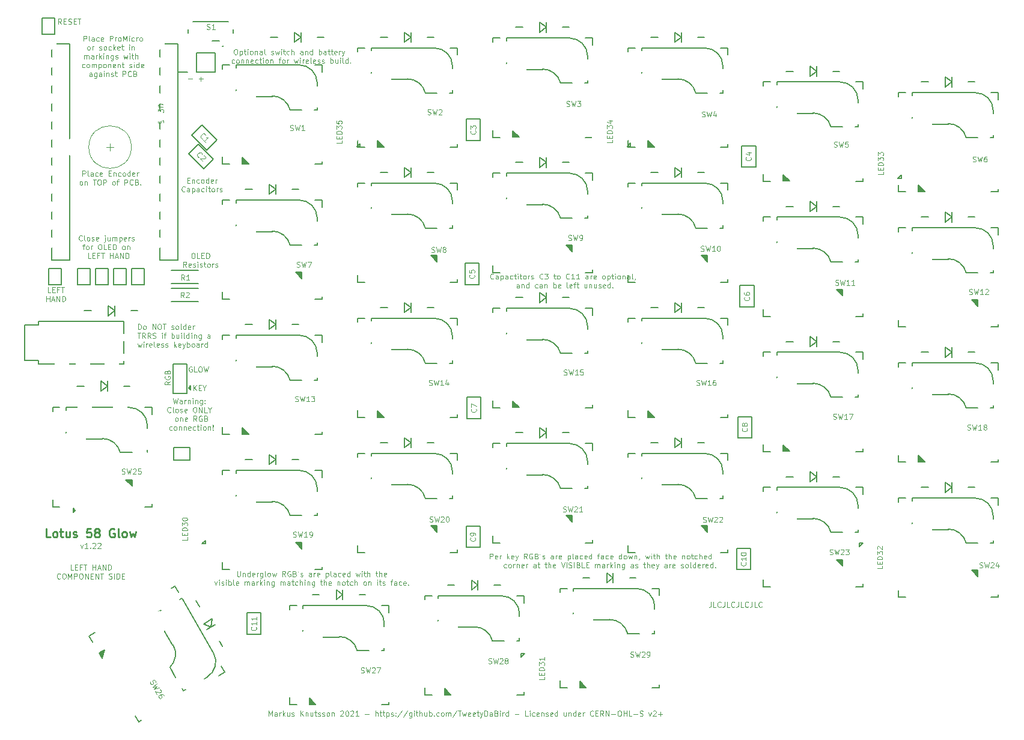
<source format=gto>
%TF.GenerationSoftware,KiCad,Pcbnew,(5.1.9)-1*%
%TF.CreationDate,2021-12-03T15:32:29+01:00*%
%TF.ProjectId,Lotus58_Glow,4c6f7475-7335-4385-9f47-6c6f772e6b69,v1.21*%
%TF.SameCoordinates,Original*%
%TF.FileFunction,Legend,Top*%
%TF.FilePolarity,Positive*%
%FSLAX46Y46*%
G04 Gerber Fmt 4.6, Leading zero omitted, Abs format (unit mm)*
G04 Created by KiCad (PCBNEW (5.1.9)-1) date 2021-12-03 15:32:29*
%MOMM*%
%LPD*%
G01*
G04 APERTURE LIST*
%ADD10C,0.120000*%
%ADD11C,0.250000*%
%ADD12C,0.150000*%
%ADD13R,2.000000X2.000000*%
%ADD14C,2.000000*%
%ADD15O,1.400000X2.600000*%
%ADD16C,1.524000*%
%ADD17R,0.800000X0.500000*%
%ADD18R,0.500000X1.000000*%
%ADD19R,1.998980X1.998980*%
%ADD20C,1.998980*%
%ADD21R,1.800000X1.500000*%
%ADD22O,1.700000X1.700000*%
%ADD23R,1.700000X1.700000*%
%ADD24C,1.500000*%
%ADD25R,1.500000X1.000000*%
%ADD26R,1.600000X0.850000*%
%ADD27R,0.635000X1.143000*%
%ADD28R,2.550000X2.500000*%
%ADD29C,1.701800*%
%ADD30C,3.987800*%
%ADD31C,3.000000*%
%ADD32O,1.400000X1.400000*%
%ADD33C,1.400000*%
%ADD34C,1.397000*%
%ADD35R,1.143000X0.635000*%
%ADD36C,3.700000*%
%ADD37C,0.100000*%
%ADD38C,1.200000*%
%ADD39R,2.100000X1.000000*%
G04 APERTURE END LIST*
D10*
X87697142Y-58676785D02*
X87697142Y-57926785D01*
X87982857Y-57926785D01*
X88054285Y-57962500D01*
X88090000Y-57998214D01*
X88125714Y-58069642D01*
X88125714Y-58176785D01*
X88090000Y-58248214D01*
X88054285Y-58283928D01*
X87982857Y-58319642D01*
X87697142Y-58319642D01*
X88554285Y-58676785D02*
X88482857Y-58641071D01*
X88447142Y-58569642D01*
X88447142Y-57926785D01*
X89161428Y-58676785D02*
X89161428Y-58283928D01*
X89125714Y-58212500D01*
X89054285Y-58176785D01*
X88911428Y-58176785D01*
X88840000Y-58212500D01*
X89161428Y-58641071D02*
X89090000Y-58676785D01*
X88911428Y-58676785D01*
X88840000Y-58641071D01*
X88804285Y-58569642D01*
X88804285Y-58498214D01*
X88840000Y-58426785D01*
X88911428Y-58391071D01*
X89090000Y-58391071D01*
X89161428Y-58355357D01*
X89840000Y-58641071D02*
X89768571Y-58676785D01*
X89625714Y-58676785D01*
X89554285Y-58641071D01*
X89518571Y-58605357D01*
X89482857Y-58533928D01*
X89482857Y-58319642D01*
X89518571Y-58248214D01*
X89554285Y-58212500D01*
X89625714Y-58176785D01*
X89768571Y-58176785D01*
X89840000Y-58212500D01*
X90447142Y-58641071D02*
X90375714Y-58676785D01*
X90232857Y-58676785D01*
X90161428Y-58641071D01*
X90125714Y-58569642D01*
X90125714Y-58283928D01*
X90161428Y-58212500D01*
X90232857Y-58176785D01*
X90375714Y-58176785D01*
X90447142Y-58212500D01*
X90482857Y-58283928D01*
X90482857Y-58355357D01*
X90125714Y-58426785D01*
X91375714Y-58283928D02*
X91625714Y-58283928D01*
X91732857Y-58676785D02*
X91375714Y-58676785D01*
X91375714Y-57926785D01*
X91732857Y-57926785D01*
X92054285Y-58176785D02*
X92054285Y-58676785D01*
X92054285Y-58248214D02*
X92090000Y-58212500D01*
X92161428Y-58176785D01*
X92268571Y-58176785D01*
X92340000Y-58212500D01*
X92375714Y-58283928D01*
X92375714Y-58676785D01*
X93054285Y-58641071D02*
X92982857Y-58676785D01*
X92840000Y-58676785D01*
X92768571Y-58641071D01*
X92732857Y-58605357D01*
X92697142Y-58533928D01*
X92697142Y-58319642D01*
X92732857Y-58248214D01*
X92768571Y-58212500D01*
X92840000Y-58176785D01*
X92982857Y-58176785D01*
X93054285Y-58212500D01*
X93482857Y-58676785D02*
X93411428Y-58641071D01*
X93375714Y-58605357D01*
X93340000Y-58533928D01*
X93340000Y-58319642D01*
X93375714Y-58248214D01*
X93411428Y-58212500D01*
X93482857Y-58176785D01*
X93590000Y-58176785D01*
X93661428Y-58212500D01*
X93697142Y-58248214D01*
X93732857Y-58319642D01*
X93732857Y-58533928D01*
X93697142Y-58605357D01*
X93661428Y-58641071D01*
X93590000Y-58676785D01*
X93482857Y-58676785D01*
X94375714Y-58676785D02*
X94375714Y-57926785D01*
X94375714Y-58641071D02*
X94304285Y-58676785D01*
X94161428Y-58676785D01*
X94090000Y-58641071D01*
X94054285Y-58605357D01*
X94018571Y-58533928D01*
X94018571Y-58319642D01*
X94054285Y-58248214D01*
X94090000Y-58212500D01*
X94161428Y-58176785D01*
X94304285Y-58176785D01*
X94375714Y-58212500D01*
X95018571Y-58641071D02*
X94947142Y-58676785D01*
X94804285Y-58676785D01*
X94732857Y-58641071D01*
X94697142Y-58569642D01*
X94697142Y-58283928D01*
X94732857Y-58212500D01*
X94804285Y-58176785D01*
X94947142Y-58176785D01*
X95018571Y-58212500D01*
X95054285Y-58283928D01*
X95054285Y-58355357D01*
X94697142Y-58426785D01*
X95375714Y-58676785D02*
X95375714Y-58176785D01*
X95375714Y-58319642D02*
X95411428Y-58248214D01*
X95447142Y-58212500D01*
X95518571Y-58176785D01*
X95590000Y-58176785D01*
X87429285Y-59921785D02*
X87357857Y-59886071D01*
X87322142Y-59850357D01*
X87286428Y-59778928D01*
X87286428Y-59564642D01*
X87322142Y-59493214D01*
X87357857Y-59457500D01*
X87429285Y-59421785D01*
X87536428Y-59421785D01*
X87607857Y-59457500D01*
X87643571Y-59493214D01*
X87679285Y-59564642D01*
X87679285Y-59778928D01*
X87643571Y-59850357D01*
X87607857Y-59886071D01*
X87536428Y-59921785D01*
X87429285Y-59921785D01*
X88000714Y-59421785D02*
X88000714Y-59921785D01*
X88000714Y-59493214D02*
X88036428Y-59457500D01*
X88107857Y-59421785D01*
X88215000Y-59421785D01*
X88286428Y-59457500D01*
X88322142Y-59528928D01*
X88322142Y-59921785D01*
X89143571Y-59171785D02*
X89572142Y-59171785D01*
X89357857Y-59921785D02*
X89357857Y-59171785D01*
X89965000Y-59171785D02*
X90107857Y-59171785D01*
X90179285Y-59207500D01*
X90250714Y-59278928D01*
X90286428Y-59421785D01*
X90286428Y-59671785D01*
X90250714Y-59814642D01*
X90179285Y-59886071D01*
X90107857Y-59921785D01*
X89965000Y-59921785D01*
X89893571Y-59886071D01*
X89822142Y-59814642D01*
X89786428Y-59671785D01*
X89786428Y-59421785D01*
X89822142Y-59278928D01*
X89893571Y-59207500D01*
X89965000Y-59171785D01*
X90607857Y-59921785D02*
X90607857Y-59171785D01*
X90893571Y-59171785D01*
X90965000Y-59207500D01*
X91000714Y-59243214D01*
X91036428Y-59314642D01*
X91036428Y-59421785D01*
X91000714Y-59493214D01*
X90965000Y-59528928D01*
X90893571Y-59564642D01*
X90607857Y-59564642D01*
X92036428Y-59921785D02*
X91965000Y-59886071D01*
X91929285Y-59850357D01*
X91893571Y-59778928D01*
X91893571Y-59564642D01*
X91929285Y-59493214D01*
X91965000Y-59457500D01*
X92036428Y-59421785D01*
X92143571Y-59421785D01*
X92215000Y-59457500D01*
X92250714Y-59493214D01*
X92286428Y-59564642D01*
X92286428Y-59778928D01*
X92250714Y-59850357D01*
X92215000Y-59886071D01*
X92143571Y-59921785D01*
X92036428Y-59921785D01*
X92500714Y-59421785D02*
X92786428Y-59421785D01*
X92607857Y-59921785D02*
X92607857Y-59278928D01*
X92643571Y-59207500D01*
X92715000Y-59171785D01*
X92786428Y-59171785D01*
X93607857Y-59921785D02*
X93607857Y-59171785D01*
X93893571Y-59171785D01*
X93965000Y-59207500D01*
X94000714Y-59243214D01*
X94036428Y-59314642D01*
X94036428Y-59421785D01*
X94000714Y-59493214D01*
X93965000Y-59528928D01*
X93893571Y-59564642D01*
X93607857Y-59564642D01*
X94786428Y-59850357D02*
X94750714Y-59886071D01*
X94643571Y-59921785D01*
X94572142Y-59921785D01*
X94465000Y-59886071D01*
X94393571Y-59814642D01*
X94357857Y-59743214D01*
X94322142Y-59600357D01*
X94322142Y-59493214D01*
X94357857Y-59350357D01*
X94393571Y-59278928D01*
X94465000Y-59207500D01*
X94572142Y-59171785D01*
X94643571Y-59171785D01*
X94750714Y-59207500D01*
X94786428Y-59243214D01*
X95357857Y-59528928D02*
X95465000Y-59564642D01*
X95500714Y-59600357D01*
X95536428Y-59671785D01*
X95536428Y-59778928D01*
X95500714Y-59850357D01*
X95465000Y-59886071D01*
X95393571Y-59921785D01*
X95107857Y-59921785D01*
X95107857Y-59171785D01*
X95357857Y-59171785D01*
X95429285Y-59207500D01*
X95465000Y-59243214D01*
X95500714Y-59314642D01*
X95500714Y-59386071D01*
X95465000Y-59457500D01*
X95429285Y-59493214D01*
X95357857Y-59528928D01*
X95107857Y-59528928D01*
X95857857Y-59850357D02*
X95893571Y-59886071D01*
X95857857Y-59921785D01*
X95822142Y-59886071D01*
X95857857Y-59850357D01*
X95857857Y-59921785D01*
X176225714Y-118689285D02*
X176225714Y-119225000D01*
X176190000Y-119332142D01*
X176118571Y-119403571D01*
X176011428Y-119439285D01*
X175940000Y-119439285D01*
X176940000Y-119439285D02*
X176582857Y-119439285D01*
X176582857Y-118689285D01*
X177618571Y-119367857D02*
X177582857Y-119403571D01*
X177475714Y-119439285D01*
X177404285Y-119439285D01*
X177297142Y-119403571D01*
X177225714Y-119332142D01*
X177190000Y-119260714D01*
X177154285Y-119117857D01*
X177154285Y-119010714D01*
X177190000Y-118867857D01*
X177225714Y-118796428D01*
X177297142Y-118725000D01*
X177404285Y-118689285D01*
X177475714Y-118689285D01*
X177582857Y-118725000D01*
X177618571Y-118760714D01*
X178154285Y-118689285D02*
X178154285Y-119225000D01*
X178118571Y-119332142D01*
X178047142Y-119403571D01*
X177940000Y-119439285D01*
X177868571Y-119439285D01*
X178868571Y-119439285D02*
X178511428Y-119439285D01*
X178511428Y-118689285D01*
X179547142Y-119367857D02*
X179511428Y-119403571D01*
X179404285Y-119439285D01*
X179332857Y-119439285D01*
X179225714Y-119403571D01*
X179154285Y-119332142D01*
X179118571Y-119260714D01*
X179082857Y-119117857D01*
X179082857Y-119010714D01*
X179118571Y-118867857D01*
X179154285Y-118796428D01*
X179225714Y-118725000D01*
X179332857Y-118689285D01*
X179404285Y-118689285D01*
X179511428Y-118725000D01*
X179547142Y-118760714D01*
X180082857Y-118689285D02*
X180082857Y-119225000D01*
X180047142Y-119332142D01*
X179975714Y-119403571D01*
X179868571Y-119439285D01*
X179797142Y-119439285D01*
X180797142Y-119439285D02*
X180440000Y-119439285D01*
X180440000Y-118689285D01*
X181475714Y-119367857D02*
X181440000Y-119403571D01*
X181332857Y-119439285D01*
X181261428Y-119439285D01*
X181154285Y-119403571D01*
X181082857Y-119332142D01*
X181047142Y-119260714D01*
X181011428Y-119117857D01*
X181011428Y-119010714D01*
X181047142Y-118867857D01*
X181082857Y-118796428D01*
X181154285Y-118725000D01*
X181261428Y-118689285D01*
X181332857Y-118689285D01*
X181440000Y-118725000D01*
X181475714Y-118760714D01*
X182011428Y-118689285D02*
X182011428Y-119225000D01*
X181975714Y-119332142D01*
X181904285Y-119403571D01*
X181797142Y-119439285D01*
X181725714Y-119439285D01*
X182725714Y-119439285D02*
X182368571Y-119439285D01*
X182368571Y-118689285D01*
X183404285Y-119367857D02*
X183368571Y-119403571D01*
X183261428Y-119439285D01*
X183190000Y-119439285D01*
X183082857Y-119403571D01*
X183011428Y-119332142D01*
X182975714Y-119260714D01*
X182940000Y-119117857D01*
X182940000Y-119010714D01*
X182975714Y-118867857D01*
X183011428Y-118796428D01*
X183082857Y-118725000D01*
X183190000Y-118689285D01*
X183261428Y-118689285D01*
X183368571Y-118725000D01*
X183404285Y-118760714D01*
X95526571Y-80284285D02*
X95526571Y-79534285D01*
X95705142Y-79534285D01*
X95812285Y-79570000D01*
X95883714Y-79641428D01*
X95919428Y-79712857D01*
X95955142Y-79855714D01*
X95955142Y-79962857D01*
X95919428Y-80105714D01*
X95883714Y-80177142D01*
X95812285Y-80248571D01*
X95705142Y-80284285D01*
X95526571Y-80284285D01*
X96383714Y-80284285D02*
X96312285Y-80248571D01*
X96276571Y-80212857D01*
X96240857Y-80141428D01*
X96240857Y-79927142D01*
X96276571Y-79855714D01*
X96312285Y-79820000D01*
X96383714Y-79784285D01*
X96490857Y-79784285D01*
X96562285Y-79820000D01*
X96598000Y-79855714D01*
X96633714Y-79927142D01*
X96633714Y-80141428D01*
X96598000Y-80212857D01*
X96562285Y-80248571D01*
X96490857Y-80284285D01*
X96383714Y-80284285D01*
X97526571Y-80284285D02*
X97526571Y-79534285D01*
X97955142Y-80284285D01*
X97955142Y-79534285D01*
X98455142Y-79534285D02*
X98598000Y-79534285D01*
X98669428Y-79570000D01*
X98740857Y-79641428D01*
X98776571Y-79784285D01*
X98776571Y-80034285D01*
X98740857Y-80177142D01*
X98669428Y-80248571D01*
X98598000Y-80284285D01*
X98455142Y-80284285D01*
X98383714Y-80248571D01*
X98312285Y-80177142D01*
X98276571Y-80034285D01*
X98276571Y-79784285D01*
X98312285Y-79641428D01*
X98383714Y-79570000D01*
X98455142Y-79534285D01*
X98990857Y-79534285D02*
X99419428Y-79534285D01*
X99205142Y-80284285D02*
X99205142Y-79534285D01*
X100205142Y-80248571D02*
X100276571Y-80284285D01*
X100419428Y-80284285D01*
X100490857Y-80248571D01*
X100526571Y-80177142D01*
X100526571Y-80141428D01*
X100490857Y-80070000D01*
X100419428Y-80034285D01*
X100312285Y-80034285D01*
X100240857Y-79998571D01*
X100205142Y-79927142D01*
X100205142Y-79891428D01*
X100240857Y-79820000D01*
X100312285Y-79784285D01*
X100419428Y-79784285D01*
X100490857Y-79820000D01*
X100955142Y-80284285D02*
X100883714Y-80248571D01*
X100848000Y-80212857D01*
X100812285Y-80141428D01*
X100812285Y-79927142D01*
X100848000Y-79855714D01*
X100883714Y-79820000D01*
X100955142Y-79784285D01*
X101062285Y-79784285D01*
X101133714Y-79820000D01*
X101169428Y-79855714D01*
X101205142Y-79927142D01*
X101205142Y-80141428D01*
X101169428Y-80212857D01*
X101133714Y-80248571D01*
X101062285Y-80284285D01*
X100955142Y-80284285D01*
X101633714Y-80284285D02*
X101562285Y-80248571D01*
X101526571Y-80177142D01*
X101526571Y-79534285D01*
X102240857Y-80284285D02*
X102240857Y-79534285D01*
X102240857Y-80248571D02*
X102169428Y-80284285D01*
X102026571Y-80284285D01*
X101955142Y-80248571D01*
X101919428Y-80212857D01*
X101883714Y-80141428D01*
X101883714Y-79927142D01*
X101919428Y-79855714D01*
X101955142Y-79820000D01*
X102026571Y-79784285D01*
X102169428Y-79784285D01*
X102240857Y-79820000D01*
X102883714Y-80248571D02*
X102812285Y-80284285D01*
X102669428Y-80284285D01*
X102598000Y-80248571D01*
X102562285Y-80177142D01*
X102562285Y-79891428D01*
X102598000Y-79820000D01*
X102669428Y-79784285D01*
X102812285Y-79784285D01*
X102883714Y-79820000D01*
X102919428Y-79891428D01*
X102919428Y-79962857D01*
X102562285Y-80034285D01*
X103240857Y-80284285D02*
X103240857Y-79784285D01*
X103240857Y-79927142D02*
X103276571Y-79855714D01*
X103312285Y-79820000D01*
X103383714Y-79784285D01*
X103455142Y-79784285D01*
X95419428Y-80779285D02*
X95848000Y-80779285D01*
X95633714Y-81529285D02*
X95633714Y-80779285D01*
X96526571Y-81529285D02*
X96276571Y-81172142D01*
X96098000Y-81529285D02*
X96098000Y-80779285D01*
X96383714Y-80779285D01*
X96455142Y-80815000D01*
X96490857Y-80850714D01*
X96526571Y-80922142D01*
X96526571Y-81029285D01*
X96490857Y-81100714D01*
X96455142Y-81136428D01*
X96383714Y-81172142D01*
X96098000Y-81172142D01*
X97276571Y-81529285D02*
X97026571Y-81172142D01*
X96848000Y-81529285D02*
X96848000Y-80779285D01*
X97133714Y-80779285D01*
X97205142Y-80815000D01*
X97240857Y-80850714D01*
X97276571Y-80922142D01*
X97276571Y-81029285D01*
X97240857Y-81100714D01*
X97205142Y-81136428D01*
X97133714Y-81172142D01*
X96848000Y-81172142D01*
X97562285Y-81493571D02*
X97669428Y-81529285D01*
X97848000Y-81529285D01*
X97919428Y-81493571D01*
X97955142Y-81457857D01*
X97990857Y-81386428D01*
X97990857Y-81315000D01*
X97955142Y-81243571D01*
X97919428Y-81207857D01*
X97848000Y-81172142D01*
X97705142Y-81136428D01*
X97633714Y-81100714D01*
X97598000Y-81065000D01*
X97562285Y-80993571D01*
X97562285Y-80922142D01*
X97598000Y-80850714D01*
X97633714Y-80815000D01*
X97705142Y-80779285D01*
X97883714Y-80779285D01*
X97990857Y-80815000D01*
X98883714Y-81529285D02*
X98883714Y-81029285D01*
X98883714Y-80779285D02*
X98848000Y-80815000D01*
X98883714Y-80850714D01*
X98919428Y-80815000D01*
X98883714Y-80779285D01*
X98883714Y-80850714D01*
X99133714Y-81029285D02*
X99419428Y-81029285D01*
X99240857Y-81529285D02*
X99240857Y-80886428D01*
X99276571Y-80815000D01*
X99348000Y-80779285D01*
X99419428Y-80779285D01*
X100240857Y-81529285D02*
X100240857Y-80779285D01*
X100240857Y-81065000D02*
X100312285Y-81029285D01*
X100455142Y-81029285D01*
X100526571Y-81065000D01*
X100562285Y-81100714D01*
X100598000Y-81172142D01*
X100598000Y-81386428D01*
X100562285Y-81457857D01*
X100526571Y-81493571D01*
X100455142Y-81529285D01*
X100312285Y-81529285D01*
X100240857Y-81493571D01*
X101240857Y-81029285D02*
X101240857Y-81529285D01*
X100919428Y-81029285D02*
X100919428Y-81422142D01*
X100955142Y-81493571D01*
X101026571Y-81529285D01*
X101133714Y-81529285D01*
X101205142Y-81493571D01*
X101240857Y-81457857D01*
X101598000Y-81529285D02*
X101598000Y-81029285D01*
X101598000Y-80779285D02*
X101562285Y-80815000D01*
X101598000Y-80850714D01*
X101633714Y-80815000D01*
X101598000Y-80779285D01*
X101598000Y-80850714D01*
X102062285Y-81529285D02*
X101990857Y-81493571D01*
X101955142Y-81422142D01*
X101955142Y-80779285D01*
X102669428Y-81529285D02*
X102669428Y-80779285D01*
X102669428Y-81493571D02*
X102598000Y-81529285D01*
X102455142Y-81529285D01*
X102383714Y-81493571D01*
X102348000Y-81457857D01*
X102312285Y-81386428D01*
X102312285Y-81172142D01*
X102348000Y-81100714D01*
X102383714Y-81065000D01*
X102455142Y-81029285D01*
X102598000Y-81029285D01*
X102669428Y-81065000D01*
X103026571Y-81529285D02*
X103026571Y-81029285D01*
X103026571Y-80779285D02*
X102990857Y-80815000D01*
X103026571Y-80850714D01*
X103062285Y-80815000D01*
X103026571Y-80779285D01*
X103026571Y-80850714D01*
X103383714Y-81029285D02*
X103383714Y-81529285D01*
X103383714Y-81100714D02*
X103419428Y-81065000D01*
X103490857Y-81029285D01*
X103598000Y-81029285D01*
X103669428Y-81065000D01*
X103705142Y-81136428D01*
X103705142Y-81529285D01*
X104383714Y-81029285D02*
X104383714Y-81636428D01*
X104348000Y-81707857D01*
X104312285Y-81743571D01*
X104240857Y-81779285D01*
X104133714Y-81779285D01*
X104062285Y-81743571D01*
X104383714Y-81493571D02*
X104312285Y-81529285D01*
X104169428Y-81529285D01*
X104098000Y-81493571D01*
X104062285Y-81457857D01*
X104026571Y-81386428D01*
X104026571Y-81172142D01*
X104062285Y-81100714D01*
X104098000Y-81065000D01*
X104169428Y-81029285D01*
X104312285Y-81029285D01*
X104383714Y-81065000D01*
X105633714Y-81529285D02*
X105633714Y-81136428D01*
X105598000Y-81065000D01*
X105526571Y-81029285D01*
X105383714Y-81029285D01*
X105312285Y-81065000D01*
X105633714Y-81493571D02*
X105562285Y-81529285D01*
X105383714Y-81529285D01*
X105312285Y-81493571D01*
X105276571Y-81422142D01*
X105276571Y-81350714D01*
X105312285Y-81279285D01*
X105383714Y-81243571D01*
X105562285Y-81243571D01*
X105633714Y-81207857D01*
X95455142Y-82274285D02*
X95598000Y-82774285D01*
X95740857Y-82417142D01*
X95883714Y-82774285D01*
X96026571Y-82274285D01*
X96312285Y-82774285D02*
X96312285Y-82274285D01*
X96312285Y-82024285D02*
X96276571Y-82060000D01*
X96312285Y-82095714D01*
X96348000Y-82060000D01*
X96312285Y-82024285D01*
X96312285Y-82095714D01*
X96669428Y-82774285D02*
X96669428Y-82274285D01*
X96669428Y-82417142D02*
X96705142Y-82345714D01*
X96740857Y-82310000D01*
X96812285Y-82274285D01*
X96883714Y-82274285D01*
X97419428Y-82738571D02*
X97348000Y-82774285D01*
X97205142Y-82774285D01*
X97133714Y-82738571D01*
X97098000Y-82667142D01*
X97098000Y-82381428D01*
X97133714Y-82310000D01*
X97205142Y-82274285D01*
X97348000Y-82274285D01*
X97419428Y-82310000D01*
X97455142Y-82381428D01*
X97455142Y-82452857D01*
X97098000Y-82524285D01*
X97883714Y-82774285D02*
X97812285Y-82738571D01*
X97776571Y-82667142D01*
X97776571Y-82024285D01*
X98455142Y-82738571D02*
X98383714Y-82774285D01*
X98240857Y-82774285D01*
X98169428Y-82738571D01*
X98133714Y-82667142D01*
X98133714Y-82381428D01*
X98169428Y-82310000D01*
X98240857Y-82274285D01*
X98383714Y-82274285D01*
X98455142Y-82310000D01*
X98490857Y-82381428D01*
X98490857Y-82452857D01*
X98133714Y-82524285D01*
X98776571Y-82738571D02*
X98848000Y-82774285D01*
X98990857Y-82774285D01*
X99062285Y-82738571D01*
X99098000Y-82667142D01*
X99098000Y-82631428D01*
X99062285Y-82560000D01*
X98990857Y-82524285D01*
X98883714Y-82524285D01*
X98812285Y-82488571D01*
X98776571Y-82417142D01*
X98776571Y-82381428D01*
X98812285Y-82310000D01*
X98883714Y-82274285D01*
X98990857Y-82274285D01*
X99062285Y-82310000D01*
X99383714Y-82738571D02*
X99455142Y-82774285D01*
X99598000Y-82774285D01*
X99669428Y-82738571D01*
X99705142Y-82667142D01*
X99705142Y-82631428D01*
X99669428Y-82560000D01*
X99598000Y-82524285D01*
X99490857Y-82524285D01*
X99419428Y-82488571D01*
X99383714Y-82417142D01*
X99383714Y-82381428D01*
X99419428Y-82310000D01*
X99490857Y-82274285D01*
X99598000Y-82274285D01*
X99669428Y-82310000D01*
X100598000Y-82774285D02*
X100598000Y-82024285D01*
X100669428Y-82488571D02*
X100883714Y-82774285D01*
X100883714Y-82274285D02*
X100598000Y-82560000D01*
X101490857Y-82738571D02*
X101419428Y-82774285D01*
X101276571Y-82774285D01*
X101205142Y-82738571D01*
X101169428Y-82667142D01*
X101169428Y-82381428D01*
X101205142Y-82310000D01*
X101276571Y-82274285D01*
X101419428Y-82274285D01*
X101490857Y-82310000D01*
X101526571Y-82381428D01*
X101526571Y-82452857D01*
X101169428Y-82524285D01*
X101776571Y-82274285D02*
X101955142Y-82774285D01*
X102133714Y-82274285D02*
X101955142Y-82774285D01*
X101883714Y-82952857D01*
X101848000Y-82988571D01*
X101776571Y-83024285D01*
X102419428Y-82774285D02*
X102419428Y-82024285D01*
X102419428Y-82310000D02*
X102490857Y-82274285D01*
X102633714Y-82274285D01*
X102705142Y-82310000D01*
X102740857Y-82345714D01*
X102776571Y-82417142D01*
X102776571Y-82631428D01*
X102740857Y-82702857D01*
X102705142Y-82738571D01*
X102633714Y-82774285D01*
X102490857Y-82774285D01*
X102419428Y-82738571D01*
X103205142Y-82774285D02*
X103133714Y-82738571D01*
X103098000Y-82702857D01*
X103062285Y-82631428D01*
X103062285Y-82417142D01*
X103098000Y-82345714D01*
X103133714Y-82310000D01*
X103205142Y-82274285D01*
X103312285Y-82274285D01*
X103383714Y-82310000D01*
X103419428Y-82345714D01*
X103455142Y-82417142D01*
X103455142Y-82631428D01*
X103419428Y-82702857D01*
X103383714Y-82738571D01*
X103312285Y-82774285D01*
X103205142Y-82774285D01*
X104098000Y-82774285D02*
X104098000Y-82381428D01*
X104062285Y-82310000D01*
X103990857Y-82274285D01*
X103848000Y-82274285D01*
X103776571Y-82310000D01*
X104098000Y-82738571D02*
X104026571Y-82774285D01*
X103848000Y-82774285D01*
X103776571Y-82738571D01*
X103740857Y-82667142D01*
X103740857Y-82595714D01*
X103776571Y-82524285D01*
X103848000Y-82488571D01*
X104026571Y-82488571D01*
X104098000Y-82452857D01*
X104455142Y-82774285D02*
X104455142Y-82274285D01*
X104455142Y-82417142D02*
X104490857Y-82345714D01*
X104526571Y-82310000D01*
X104598000Y-82274285D01*
X104669428Y-82274285D01*
X105240857Y-82774285D02*
X105240857Y-82024285D01*
X105240857Y-82738571D02*
X105169428Y-82774285D01*
X105026571Y-82774285D01*
X104955142Y-82738571D01*
X104919428Y-82702857D01*
X104883714Y-82631428D01*
X104883714Y-82417142D01*
X104919428Y-82345714D01*
X104955142Y-82310000D01*
X105026571Y-82274285D01*
X105169428Y-82274285D01*
X105240857Y-82310000D01*
X100456428Y-89991785D02*
X100635000Y-90741785D01*
X100777857Y-90206071D01*
X100920714Y-90741785D01*
X101099285Y-89991785D01*
X101706428Y-90741785D02*
X101706428Y-90348928D01*
X101670714Y-90277500D01*
X101599285Y-90241785D01*
X101456428Y-90241785D01*
X101385000Y-90277500D01*
X101706428Y-90706071D02*
X101635000Y-90741785D01*
X101456428Y-90741785D01*
X101385000Y-90706071D01*
X101349285Y-90634642D01*
X101349285Y-90563214D01*
X101385000Y-90491785D01*
X101456428Y-90456071D01*
X101635000Y-90456071D01*
X101706428Y-90420357D01*
X102063571Y-90741785D02*
X102063571Y-90241785D01*
X102063571Y-90384642D02*
X102099285Y-90313214D01*
X102135000Y-90277500D01*
X102206428Y-90241785D01*
X102277857Y-90241785D01*
X102527857Y-90241785D02*
X102527857Y-90741785D01*
X102527857Y-90313214D02*
X102563571Y-90277500D01*
X102635000Y-90241785D01*
X102742142Y-90241785D01*
X102813571Y-90277500D01*
X102849285Y-90348928D01*
X102849285Y-90741785D01*
X103206428Y-90741785D02*
X103206428Y-90241785D01*
X103206428Y-89991785D02*
X103170714Y-90027500D01*
X103206428Y-90063214D01*
X103242142Y-90027500D01*
X103206428Y-89991785D01*
X103206428Y-90063214D01*
X103563571Y-90241785D02*
X103563571Y-90741785D01*
X103563571Y-90313214D02*
X103599285Y-90277500D01*
X103670714Y-90241785D01*
X103777857Y-90241785D01*
X103849285Y-90277500D01*
X103885000Y-90348928D01*
X103885000Y-90741785D01*
X104563571Y-90241785D02*
X104563571Y-90848928D01*
X104527857Y-90920357D01*
X104492142Y-90956071D01*
X104420714Y-90991785D01*
X104313571Y-90991785D01*
X104242142Y-90956071D01*
X104563571Y-90706071D02*
X104492142Y-90741785D01*
X104349285Y-90741785D01*
X104277857Y-90706071D01*
X104242142Y-90670357D01*
X104206428Y-90598928D01*
X104206428Y-90384642D01*
X104242142Y-90313214D01*
X104277857Y-90277500D01*
X104349285Y-90241785D01*
X104492142Y-90241785D01*
X104563571Y-90277500D01*
X104920714Y-90670357D02*
X104956428Y-90706071D01*
X104920714Y-90741785D01*
X104885000Y-90706071D01*
X104920714Y-90670357D01*
X104920714Y-90741785D01*
X104920714Y-90277500D02*
X104956428Y-90313214D01*
X104920714Y-90348928D01*
X104885000Y-90313214D01*
X104920714Y-90277500D01*
X104920714Y-90348928D01*
X100099285Y-91915357D02*
X100063571Y-91951071D01*
X99956428Y-91986785D01*
X99885000Y-91986785D01*
X99777857Y-91951071D01*
X99706428Y-91879642D01*
X99670714Y-91808214D01*
X99635000Y-91665357D01*
X99635000Y-91558214D01*
X99670714Y-91415357D01*
X99706428Y-91343928D01*
X99777857Y-91272500D01*
X99885000Y-91236785D01*
X99956428Y-91236785D01*
X100063571Y-91272500D01*
X100099285Y-91308214D01*
X100527857Y-91986785D02*
X100456428Y-91951071D01*
X100420714Y-91879642D01*
X100420714Y-91236785D01*
X100920714Y-91986785D02*
X100849285Y-91951071D01*
X100813571Y-91915357D01*
X100777857Y-91843928D01*
X100777857Y-91629642D01*
X100813571Y-91558214D01*
X100849285Y-91522500D01*
X100920714Y-91486785D01*
X101027857Y-91486785D01*
X101099285Y-91522500D01*
X101135000Y-91558214D01*
X101170714Y-91629642D01*
X101170714Y-91843928D01*
X101135000Y-91915357D01*
X101099285Y-91951071D01*
X101027857Y-91986785D01*
X100920714Y-91986785D01*
X101456428Y-91951071D02*
X101527857Y-91986785D01*
X101670714Y-91986785D01*
X101742142Y-91951071D01*
X101777857Y-91879642D01*
X101777857Y-91843928D01*
X101742142Y-91772500D01*
X101670714Y-91736785D01*
X101563571Y-91736785D01*
X101492142Y-91701071D01*
X101456428Y-91629642D01*
X101456428Y-91593928D01*
X101492142Y-91522500D01*
X101563571Y-91486785D01*
X101670714Y-91486785D01*
X101742142Y-91522500D01*
X102385000Y-91951071D02*
X102313571Y-91986785D01*
X102170714Y-91986785D01*
X102099285Y-91951071D01*
X102063571Y-91879642D01*
X102063571Y-91593928D01*
X102099285Y-91522500D01*
X102170714Y-91486785D01*
X102313571Y-91486785D01*
X102385000Y-91522500D01*
X102420714Y-91593928D01*
X102420714Y-91665357D01*
X102063571Y-91736785D01*
X103456428Y-91236785D02*
X103599285Y-91236785D01*
X103670714Y-91272500D01*
X103742142Y-91343928D01*
X103777857Y-91486785D01*
X103777857Y-91736785D01*
X103742142Y-91879642D01*
X103670714Y-91951071D01*
X103599285Y-91986785D01*
X103456428Y-91986785D01*
X103385000Y-91951071D01*
X103313571Y-91879642D01*
X103277857Y-91736785D01*
X103277857Y-91486785D01*
X103313571Y-91343928D01*
X103385000Y-91272500D01*
X103456428Y-91236785D01*
X104099285Y-91986785D02*
X104099285Y-91236785D01*
X104527857Y-91986785D01*
X104527857Y-91236785D01*
X105242142Y-91986785D02*
X104885000Y-91986785D01*
X104885000Y-91236785D01*
X105635000Y-91629642D02*
X105635000Y-91986785D01*
X105385000Y-91236785D02*
X105635000Y-91629642D01*
X105885000Y-91236785D01*
X100885000Y-93231785D02*
X100813571Y-93196071D01*
X100777857Y-93160357D01*
X100742142Y-93088928D01*
X100742142Y-92874642D01*
X100777857Y-92803214D01*
X100813571Y-92767500D01*
X100885000Y-92731785D01*
X100992142Y-92731785D01*
X101063571Y-92767500D01*
X101099285Y-92803214D01*
X101135000Y-92874642D01*
X101135000Y-93088928D01*
X101099285Y-93160357D01*
X101063571Y-93196071D01*
X100992142Y-93231785D01*
X100885000Y-93231785D01*
X101456428Y-92731785D02*
X101456428Y-93231785D01*
X101456428Y-92803214D02*
X101492142Y-92767500D01*
X101563571Y-92731785D01*
X101670714Y-92731785D01*
X101742142Y-92767500D01*
X101777857Y-92838928D01*
X101777857Y-93231785D01*
X102420714Y-93196071D02*
X102349285Y-93231785D01*
X102206428Y-93231785D01*
X102135000Y-93196071D01*
X102099285Y-93124642D01*
X102099285Y-92838928D01*
X102135000Y-92767500D01*
X102206428Y-92731785D01*
X102349285Y-92731785D01*
X102420714Y-92767500D01*
X102456428Y-92838928D01*
X102456428Y-92910357D01*
X102099285Y-92981785D01*
X103777857Y-93231785D02*
X103527857Y-92874642D01*
X103349285Y-93231785D02*
X103349285Y-92481785D01*
X103635000Y-92481785D01*
X103706428Y-92517500D01*
X103742142Y-92553214D01*
X103777857Y-92624642D01*
X103777857Y-92731785D01*
X103742142Y-92803214D01*
X103706428Y-92838928D01*
X103635000Y-92874642D01*
X103349285Y-92874642D01*
X104492142Y-92517500D02*
X104420714Y-92481785D01*
X104313571Y-92481785D01*
X104206428Y-92517500D01*
X104135000Y-92588928D01*
X104099285Y-92660357D01*
X104063571Y-92803214D01*
X104063571Y-92910357D01*
X104099285Y-93053214D01*
X104135000Y-93124642D01*
X104206428Y-93196071D01*
X104313571Y-93231785D01*
X104385000Y-93231785D01*
X104492142Y-93196071D01*
X104527857Y-93160357D01*
X104527857Y-92910357D01*
X104385000Y-92910357D01*
X105099285Y-92838928D02*
X105206428Y-92874642D01*
X105242142Y-92910357D01*
X105277857Y-92981785D01*
X105277857Y-93088928D01*
X105242142Y-93160357D01*
X105206428Y-93196071D01*
X105135000Y-93231785D01*
X104849285Y-93231785D01*
X104849285Y-92481785D01*
X105099285Y-92481785D01*
X105170714Y-92517500D01*
X105206428Y-92553214D01*
X105242142Y-92624642D01*
X105242142Y-92696071D01*
X105206428Y-92767500D01*
X105170714Y-92803214D01*
X105099285Y-92838928D01*
X104849285Y-92838928D01*
X100277857Y-94441071D02*
X100206428Y-94476785D01*
X100063571Y-94476785D01*
X99992142Y-94441071D01*
X99956428Y-94405357D01*
X99920714Y-94333928D01*
X99920714Y-94119642D01*
X99956428Y-94048214D01*
X99992142Y-94012500D01*
X100063571Y-93976785D01*
X100206428Y-93976785D01*
X100277857Y-94012500D01*
X100706428Y-94476785D02*
X100635000Y-94441071D01*
X100599285Y-94405357D01*
X100563571Y-94333928D01*
X100563571Y-94119642D01*
X100599285Y-94048214D01*
X100635000Y-94012500D01*
X100706428Y-93976785D01*
X100813571Y-93976785D01*
X100885000Y-94012500D01*
X100920714Y-94048214D01*
X100956428Y-94119642D01*
X100956428Y-94333928D01*
X100920714Y-94405357D01*
X100885000Y-94441071D01*
X100813571Y-94476785D01*
X100706428Y-94476785D01*
X101277857Y-93976785D02*
X101277857Y-94476785D01*
X101277857Y-94048214D02*
X101313571Y-94012500D01*
X101385000Y-93976785D01*
X101492142Y-93976785D01*
X101563571Y-94012500D01*
X101599285Y-94083928D01*
X101599285Y-94476785D01*
X101956428Y-93976785D02*
X101956428Y-94476785D01*
X101956428Y-94048214D02*
X101992142Y-94012500D01*
X102063571Y-93976785D01*
X102170714Y-93976785D01*
X102242142Y-94012500D01*
X102277857Y-94083928D01*
X102277857Y-94476785D01*
X102920714Y-94441071D02*
X102849285Y-94476785D01*
X102706428Y-94476785D01*
X102635000Y-94441071D01*
X102599285Y-94369642D01*
X102599285Y-94083928D01*
X102635000Y-94012500D01*
X102706428Y-93976785D01*
X102849285Y-93976785D01*
X102920714Y-94012500D01*
X102956428Y-94083928D01*
X102956428Y-94155357D01*
X102599285Y-94226785D01*
X103599285Y-94441071D02*
X103527857Y-94476785D01*
X103385000Y-94476785D01*
X103313571Y-94441071D01*
X103277857Y-94405357D01*
X103242142Y-94333928D01*
X103242142Y-94119642D01*
X103277857Y-94048214D01*
X103313571Y-94012500D01*
X103385000Y-93976785D01*
X103527857Y-93976785D01*
X103599285Y-94012500D01*
X103813571Y-93976785D02*
X104099285Y-93976785D01*
X103920714Y-93726785D02*
X103920714Y-94369642D01*
X103956428Y-94441071D01*
X104027857Y-94476785D01*
X104099285Y-94476785D01*
X104349285Y-94476785D02*
X104349285Y-93976785D01*
X104349285Y-93726785D02*
X104313571Y-93762500D01*
X104349285Y-93798214D01*
X104385000Y-93762500D01*
X104349285Y-93726785D01*
X104349285Y-93798214D01*
X104813571Y-94476785D02*
X104742142Y-94441071D01*
X104706428Y-94405357D01*
X104670714Y-94333928D01*
X104670714Y-94119642D01*
X104706428Y-94048214D01*
X104742142Y-94012500D01*
X104813571Y-93976785D01*
X104920714Y-93976785D01*
X104992142Y-94012500D01*
X105027857Y-94048214D01*
X105063571Y-94119642D01*
X105063571Y-94333928D01*
X105027857Y-94405357D01*
X104992142Y-94441071D01*
X104920714Y-94476785D01*
X104813571Y-94476785D01*
X105385000Y-93976785D02*
X105385000Y-94476785D01*
X105385000Y-94048214D02*
X105420714Y-94012500D01*
X105492142Y-93976785D01*
X105599285Y-93976785D01*
X105670714Y-94012500D01*
X105706428Y-94083928D01*
X105706428Y-94476785D01*
X106063571Y-94405357D02*
X106099285Y-94441071D01*
X106063571Y-94476785D01*
X106027857Y-94441071D01*
X106063571Y-94405357D01*
X106063571Y-94476785D01*
X106063571Y-94191071D02*
X106027857Y-93762500D01*
X106063571Y-93726785D01*
X106099285Y-93762500D01*
X106063571Y-94191071D01*
X106063571Y-93726785D01*
X109205000Y-40776785D02*
X109347857Y-40776785D01*
X109419285Y-40812500D01*
X109490714Y-40883928D01*
X109526428Y-41026785D01*
X109526428Y-41276785D01*
X109490714Y-41419642D01*
X109419285Y-41491071D01*
X109347857Y-41526785D01*
X109205000Y-41526785D01*
X109133571Y-41491071D01*
X109062142Y-41419642D01*
X109026428Y-41276785D01*
X109026428Y-41026785D01*
X109062142Y-40883928D01*
X109133571Y-40812500D01*
X109205000Y-40776785D01*
X109847857Y-41026785D02*
X109847857Y-41776785D01*
X109847857Y-41062500D02*
X109919285Y-41026785D01*
X110062142Y-41026785D01*
X110133571Y-41062500D01*
X110169285Y-41098214D01*
X110205000Y-41169642D01*
X110205000Y-41383928D01*
X110169285Y-41455357D01*
X110133571Y-41491071D01*
X110062142Y-41526785D01*
X109919285Y-41526785D01*
X109847857Y-41491071D01*
X110419285Y-41026785D02*
X110705000Y-41026785D01*
X110526428Y-40776785D02*
X110526428Y-41419642D01*
X110562142Y-41491071D01*
X110633571Y-41526785D01*
X110705000Y-41526785D01*
X110955000Y-41526785D02*
X110955000Y-41026785D01*
X110955000Y-40776785D02*
X110919285Y-40812500D01*
X110955000Y-40848214D01*
X110990714Y-40812500D01*
X110955000Y-40776785D01*
X110955000Y-40848214D01*
X111419285Y-41526785D02*
X111347857Y-41491071D01*
X111312142Y-41455357D01*
X111276428Y-41383928D01*
X111276428Y-41169642D01*
X111312142Y-41098214D01*
X111347857Y-41062500D01*
X111419285Y-41026785D01*
X111526428Y-41026785D01*
X111597857Y-41062500D01*
X111633571Y-41098214D01*
X111669285Y-41169642D01*
X111669285Y-41383928D01*
X111633571Y-41455357D01*
X111597857Y-41491071D01*
X111526428Y-41526785D01*
X111419285Y-41526785D01*
X111990714Y-41026785D02*
X111990714Y-41526785D01*
X111990714Y-41098214D02*
X112026428Y-41062500D01*
X112097857Y-41026785D01*
X112205000Y-41026785D01*
X112276428Y-41062500D01*
X112312142Y-41133928D01*
X112312142Y-41526785D01*
X112990714Y-41526785D02*
X112990714Y-41133928D01*
X112955000Y-41062500D01*
X112883571Y-41026785D01*
X112740714Y-41026785D01*
X112669285Y-41062500D01*
X112990714Y-41491071D02*
X112919285Y-41526785D01*
X112740714Y-41526785D01*
X112669285Y-41491071D01*
X112633571Y-41419642D01*
X112633571Y-41348214D01*
X112669285Y-41276785D01*
X112740714Y-41241071D01*
X112919285Y-41241071D01*
X112990714Y-41205357D01*
X113455000Y-41526785D02*
X113383571Y-41491071D01*
X113347857Y-41419642D01*
X113347857Y-40776785D01*
X114276428Y-41491071D02*
X114347857Y-41526785D01*
X114490714Y-41526785D01*
X114562142Y-41491071D01*
X114597857Y-41419642D01*
X114597857Y-41383928D01*
X114562142Y-41312500D01*
X114490714Y-41276785D01*
X114383571Y-41276785D01*
X114312142Y-41241071D01*
X114276428Y-41169642D01*
X114276428Y-41133928D01*
X114312142Y-41062500D01*
X114383571Y-41026785D01*
X114490714Y-41026785D01*
X114562142Y-41062500D01*
X114847857Y-41026785D02*
X114990714Y-41526785D01*
X115133571Y-41169642D01*
X115276428Y-41526785D01*
X115419285Y-41026785D01*
X115705000Y-41526785D02*
X115705000Y-41026785D01*
X115705000Y-40776785D02*
X115669285Y-40812500D01*
X115705000Y-40848214D01*
X115740714Y-40812500D01*
X115705000Y-40776785D01*
X115705000Y-40848214D01*
X115955000Y-41026785D02*
X116240714Y-41026785D01*
X116062142Y-40776785D02*
X116062142Y-41419642D01*
X116097857Y-41491071D01*
X116169285Y-41526785D01*
X116240714Y-41526785D01*
X116812142Y-41491071D02*
X116740714Y-41526785D01*
X116597857Y-41526785D01*
X116526428Y-41491071D01*
X116490714Y-41455357D01*
X116455000Y-41383928D01*
X116455000Y-41169642D01*
X116490714Y-41098214D01*
X116526428Y-41062500D01*
X116597857Y-41026785D01*
X116740714Y-41026785D01*
X116812142Y-41062500D01*
X117133571Y-41526785D02*
X117133571Y-40776785D01*
X117455000Y-41526785D02*
X117455000Y-41133928D01*
X117419285Y-41062500D01*
X117347857Y-41026785D01*
X117240714Y-41026785D01*
X117169285Y-41062500D01*
X117133571Y-41098214D01*
X118705000Y-41526785D02*
X118705000Y-41133928D01*
X118669285Y-41062500D01*
X118597857Y-41026785D01*
X118455000Y-41026785D01*
X118383571Y-41062500D01*
X118705000Y-41491071D02*
X118633571Y-41526785D01*
X118455000Y-41526785D01*
X118383571Y-41491071D01*
X118347857Y-41419642D01*
X118347857Y-41348214D01*
X118383571Y-41276785D01*
X118455000Y-41241071D01*
X118633571Y-41241071D01*
X118705000Y-41205357D01*
X119062142Y-41026785D02*
X119062142Y-41526785D01*
X119062142Y-41098214D02*
X119097857Y-41062500D01*
X119169285Y-41026785D01*
X119276428Y-41026785D01*
X119347857Y-41062500D01*
X119383571Y-41133928D01*
X119383571Y-41526785D01*
X120062142Y-41526785D02*
X120062142Y-40776785D01*
X120062142Y-41491071D02*
X119990714Y-41526785D01*
X119847857Y-41526785D01*
X119776428Y-41491071D01*
X119740714Y-41455357D01*
X119705000Y-41383928D01*
X119705000Y-41169642D01*
X119740714Y-41098214D01*
X119776428Y-41062500D01*
X119847857Y-41026785D01*
X119990714Y-41026785D01*
X120062142Y-41062500D01*
X120990714Y-41526785D02*
X120990714Y-40776785D01*
X120990714Y-41062500D02*
X121062142Y-41026785D01*
X121205000Y-41026785D01*
X121276428Y-41062500D01*
X121312142Y-41098214D01*
X121347857Y-41169642D01*
X121347857Y-41383928D01*
X121312142Y-41455357D01*
X121276428Y-41491071D01*
X121205000Y-41526785D01*
X121062142Y-41526785D01*
X120990714Y-41491071D01*
X121990714Y-41526785D02*
X121990714Y-41133928D01*
X121955000Y-41062500D01*
X121883571Y-41026785D01*
X121740714Y-41026785D01*
X121669285Y-41062500D01*
X121990714Y-41491071D02*
X121919285Y-41526785D01*
X121740714Y-41526785D01*
X121669285Y-41491071D01*
X121633571Y-41419642D01*
X121633571Y-41348214D01*
X121669285Y-41276785D01*
X121740714Y-41241071D01*
X121919285Y-41241071D01*
X121990714Y-41205357D01*
X122240714Y-41026785D02*
X122526428Y-41026785D01*
X122347857Y-40776785D02*
X122347857Y-41419642D01*
X122383571Y-41491071D01*
X122455000Y-41526785D01*
X122526428Y-41526785D01*
X122669285Y-41026785D02*
X122955000Y-41026785D01*
X122776428Y-40776785D02*
X122776428Y-41419642D01*
X122812142Y-41491071D01*
X122883571Y-41526785D01*
X122955000Y-41526785D01*
X123490714Y-41491071D02*
X123419285Y-41526785D01*
X123276428Y-41526785D01*
X123205000Y-41491071D01*
X123169285Y-41419642D01*
X123169285Y-41133928D01*
X123205000Y-41062500D01*
X123276428Y-41026785D01*
X123419285Y-41026785D01*
X123490714Y-41062500D01*
X123526428Y-41133928D01*
X123526428Y-41205357D01*
X123169285Y-41276785D01*
X123847857Y-41526785D02*
X123847857Y-41026785D01*
X123847857Y-41169642D02*
X123883571Y-41098214D01*
X123919285Y-41062500D01*
X123990714Y-41026785D01*
X124062142Y-41026785D01*
X124240714Y-41026785D02*
X124419285Y-41526785D01*
X124597857Y-41026785D02*
X124419285Y-41526785D01*
X124347857Y-41705357D01*
X124312142Y-41741071D01*
X124240714Y-41776785D01*
X109062142Y-42736071D02*
X108990714Y-42771785D01*
X108847857Y-42771785D01*
X108776428Y-42736071D01*
X108740714Y-42700357D01*
X108705000Y-42628928D01*
X108705000Y-42414642D01*
X108740714Y-42343214D01*
X108776428Y-42307500D01*
X108847857Y-42271785D01*
X108990714Y-42271785D01*
X109062142Y-42307500D01*
X109490714Y-42771785D02*
X109419285Y-42736071D01*
X109383571Y-42700357D01*
X109347857Y-42628928D01*
X109347857Y-42414642D01*
X109383571Y-42343214D01*
X109419285Y-42307500D01*
X109490714Y-42271785D01*
X109597857Y-42271785D01*
X109669285Y-42307500D01*
X109705000Y-42343214D01*
X109740714Y-42414642D01*
X109740714Y-42628928D01*
X109705000Y-42700357D01*
X109669285Y-42736071D01*
X109597857Y-42771785D01*
X109490714Y-42771785D01*
X110062142Y-42271785D02*
X110062142Y-42771785D01*
X110062142Y-42343214D02*
X110097857Y-42307500D01*
X110169285Y-42271785D01*
X110276428Y-42271785D01*
X110347857Y-42307500D01*
X110383571Y-42378928D01*
X110383571Y-42771785D01*
X110740714Y-42271785D02*
X110740714Y-42771785D01*
X110740714Y-42343214D02*
X110776428Y-42307500D01*
X110847857Y-42271785D01*
X110955000Y-42271785D01*
X111026428Y-42307500D01*
X111062142Y-42378928D01*
X111062142Y-42771785D01*
X111705000Y-42736071D02*
X111633571Y-42771785D01*
X111490714Y-42771785D01*
X111419285Y-42736071D01*
X111383571Y-42664642D01*
X111383571Y-42378928D01*
X111419285Y-42307500D01*
X111490714Y-42271785D01*
X111633571Y-42271785D01*
X111705000Y-42307500D01*
X111740714Y-42378928D01*
X111740714Y-42450357D01*
X111383571Y-42521785D01*
X112383571Y-42736071D02*
X112312142Y-42771785D01*
X112169285Y-42771785D01*
X112097857Y-42736071D01*
X112062142Y-42700357D01*
X112026428Y-42628928D01*
X112026428Y-42414642D01*
X112062142Y-42343214D01*
X112097857Y-42307500D01*
X112169285Y-42271785D01*
X112312142Y-42271785D01*
X112383571Y-42307500D01*
X112597857Y-42271785D02*
X112883571Y-42271785D01*
X112705000Y-42021785D02*
X112705000Y-42664642D01*
X112740714Y-42736071D01*
X112812142Y-42771785D01*
X112883571Y-42771785D01*
X113133571Y-42771785D02*
X113133571Y-42271785D01*
X113133571Y-42021785D02*
X113097857Y-42057500D01*
X113133571Y-42093214D01*
X113169285Y-42057500D01*
X113133571Y-42021785D01*
X113133571Y-42093214D01*
X113597857Y-42771785D02*
X113526428Y-42736071D01*
X113490714Y-42700357D01*
X113455000Y-42628928D01*
X113455000Y-42414642D01*
X113490714Y-42343214D01*
X113526428Y-42307500D01*
X113597857Y-42271785D01*
X113705000Y-42271785D01*
X113776428Y-42307500D01*
X113812142Y-42343214D01*
X113847857Y-42414642D01*
X113847857Y-42628928D01*
X113812142Y-42700357D01*
X113776428Y-42736071D01*
X113705000Y-42771785D01*
X113597857Y-42771785D01*
X114169285Y-42271785D02*
X114169285Y-42771785D01*
X114169285Y-42343214D02*
X114205000Y-42307500D01*
X114276428Y-42271785D01*
X114383571Y-42271785D01*
X114455000Y-42307500D01*
X114490714Y-42378928D01*
X114490714Y-42771785D01*
X115312142Y-42271785D02*
X115597857Y-42271785D01*
X115419285Y-42771785D02*
X115419285Y-42128928D01*
X115455000Y-42057500D01*
X115526428Y-42021785D01*
X115597857Y-42021785D01*
X115954999Y-42771785D02*
X115883571Y-42736071D01*
X115847857Y-42700357D01*
X115812142Y-42628928D01*
X115812142Y-42414642D01*
X115847857Y-42343214D01*
X115883571Y-42307500D01*
X115954999Y-42271785D01*
X116062142Y-42271785D01*
X116133571Y-42307500D01*
X116169285Y-42343214D01*
X116204999Y-42414642D01*
X116204999Y-42628928D01*
X116169285Y-42700357D01*
X116133571Y-42736071D01*
X116062142Y-42771785D01*
X115954999Y-42771785D01*
X116526428Y-42771785D02*
X116526428Y-42271785D01*
X116526428Y-42414642D02*
X116562142Y-42343214D01*
X116597857Y-42307500D01*
X116669285Y-42271785D01*
X116740714Y-42271785D01*
X117490714Y-42271785D02*
X117633571Y-42771785D01*
X117776428Y-42414642D01*
X117919285Y-42771785D01*
X118062142Y-42271785D01*
X118347857Y-42771785D02*
X118347857Y-42271785D01*
X118347857Y-42021785D02*
X118312142Y-42057500D01*
X118347857Y-42093214D01*
X118383571Y-42057500D01*
X118347857Y-42021785D01*
X118347857Y-42093214D01*
X118704999Y-42771785D02*
X118704999Y-42271785D01*
X118704999Y-42414642D02*
X118740714Y-42343214D01*
X118776428Y-42307500D01*
X118847857Y-42271785D01*
X118919285Y-42271785D01*
X119454999Y-42736071D02*
X119383571Y-42771785D01*
X119240714Y-42771785D01*
X119169285Y-42736071D01*
X119133571Y-42664642D01*
X119133571Y-42378928D01*
X119169285Y-42307500D01*
X119240714Y-42271785D01*
X119383571Y-42271785D01*
X119454999Y-42307500D01*
X119490714Y-42378928D01*
X119490714Y-42450357D01*
X119133571Y-42521785D01*
X119919285Y-42771785D02*
X119847857Y-42736071D01*
X119812142Y-42664642D01*
X119812142Y-42021785D01*
X120490714Y-42736071D02*
X120419285Y-42771785D01*
X120276428Y-42771785D01*
X120205000Y-42736071D01*
X120169285Y-42664642D01*
X120169285Y-42378928D01*
X120205000Y-42307500D01*
X120276428Y-42271785D01*
X120419285Y-42271785D01*
X120490714Y-42307500D01*
X120526428Y-42378928D01*
X120526428Y-42450357D01*
X120169285Y-42521785D01*
X120812142Y-42736071D02*
X120883571Y-42771785D01*
X121026428Y-42771785D01*
X121097857Y-42736071D01*
X121133571Y-42664642D01*
X121133571Y-42628928D01*
X121097857Y-42557500D01*
X121026428Y-42521785D01*
X120919285Y-42521785D01*
X120847857Y-42486071D01*
X120812142Y-42414642D01*
X120812142Y-42378928D01*
X120847857Y-42307500D01*
X120919285Y-42271785D01*
X121026428Y-42271785D01*
X121097857Y-42307500D01*
X121419285Y-42736071D02*
X121490714Y-42771785D01*
X121633571Y-42771785D01*
X121705000Y-42736071D01*
X121740714Y-42664642D01*
X121740714Y-42628928D01*
X121705000Y-42557500D01*
X121633571Y-42521785D01*
X121526428Y-42521785D01*
X121455000Y-42486071D01*
X121419285Y-42414642D01*
X121419285Y-42378928D01*
X121455000Y-42307500D01*
X121526428Y-42271785D01*
X121633571Y-42271785D01*
X121705000Y-42307500D01*
X122633571Y-42771785D02*
X122633571Y-42021785D01*
X122633571Y-42307500D02*
X122704999Y-42271785D01*
X122847857Y-42271785D01*
X122919285Y-42307500D01*
X122954999Y-42343214D01*
X122990714Y-42414642D01*
X122990714Y-42628928D01*
X122954999Y-42700357D01*
X122919285Y-42736071D01*
X122847857Y-42771785D01*
X122704999Y-42771785D01*
X122633571Y-42736071D01*
X123633571Y-42271785D02*
X123633571Y-42771785D01*
X123312142Y-42271785D02*
X123312142Y-42664642D01*
X123347857Y-42736071D01*
X123419285Y-42771785D01*
X123526428Y-42771785D01*
X123597857Y-42736071D01*
X123633571Y-42700357D01*
X123990714Y-42771785D02*
X123990714Y-42271785D01*
X123990714Y-42021785D02*
X123955000Y-42057500D01*
X123990714Y-42093214D01*
X124026428Y-42057500D01*
X123990714Y-42021785D01*
X123990714Y-42093214D01*
X124454999Y-42771785D02*
X124383571Y-42736071D01*
X124347857Y-42664642D01*
X124347857Y-42021785D01*
X125062142Y-42771785D02*
X125062142Y-42021785D01*
X125062142Y-42736071D02*
X124990714Y-42771785D01*
X124847857Y-42771785D01*
X124776428Y-42736071D01*
X124740714Y-42700357D01*
X124705000Y-42628928D01*
X124705000Y-42414642D01*
X124740714Y-42343214D01*
X124776428Y-42307500D01*
X124847857Y-42271785D01*
X124990714Y-42271785D01*
X125062142Y-42307500D01*
X125419285Y-42700357D02*
X125455000Y-42736071D01*
X125419285Y-42771785D01*
X125383571Y-42736071D01*
X125419285Y-42700357D01*
X125419285Y-42771785D01*
X109474285Y-114356785D02*
X109474285Y-114963928D01*
X109510000Y-115035357D01*
X109545714Y-115071071D01*
X109617142Y-115106785D01*
X109760000Y-115106785D01*
X109831428Y-115071071D01*
X109867142Y-115035357D01*
X109902857Y-114963928D01*
X109902857Y-114356785D01*
X110260000Y-114606785D02*
X110260000Y-115106785D01*
X110260000Y-114678214D02*
X110295714Y-114642500D01*
X110367142Y-114606785D01*
X110474285Y-114606785D01*
X110545714Y-114642500D01*
X110581428Y-114713928D01*
X110581428Y-115106785D01*
X111260000Y-115106785D02*
X111260000Y-114356785D01*
X111260000Y-115071071D02*
X111188571Y-115106785D01*
X111045714Y-115106785D01*
X110974285Y-115071071D01*
X110938571Y-115035357D01*
X110902857Y-114963928D01*
X110902857Y-114749642D01*
X110938571Y-114678214D01*
X110974285Y-114642500D01*
X111045714Y-114606785D01*
X111188571Y-114606785D01*
X111260000Y-114642500D01*
X111902857Y-115071071D02*
X111831428Y-115106785D01*
X111688571Y-115106785D01*
X111617142Y-115071071D01*
X111581428Y-114999642D01*
X111581428Y-114713928D01*
X111617142Y-114642500D01*
X111688571Y-114606785D01*
X111831428Y-114606785D01*
X111902857Y-114642500D01*
X111938571Y-114713928D01*
X111938571Y-114785357D01*
X111581428Y-114856785D01*
X112260000Y-115106785D02*
X112260000Y-114606785D01*
X112260000Y-114749642D02*
X112295714Y-114678214D01*
X112331428Y-114642500D01*
X112402857Y-114606785D01*
X112474285Y-114606785D01*
X113045714Y-114606785D02*
X113045714Y-115213928D01*
X113010000Y-115285357D01*
X112974285Y-115321071D01*
X112902857Y-115356785D01*
X112795714Y-115356785D01*
X112724285Y-115321071D01*
X113045714Y-115071071D02*
X112974285Y-115106785D01*
X112831428Y-115106785D01*
X112760000Y-115071071D01*
X112724285Y-115035357D01*
X112688571Y-114963928D01*
X112688571Y-114749642D01*
X112724285Y-114678214D01*
X112760000Y-114642500D01*
X112831428Y-114606785D01*
X112974285Y-114606785D01*
X113045714Y-114642500D01*
X113510000Y-115106785D02*
X113438571Y-115071071D01*
X113402857Y-114999642D01*
X113402857Y-114356785D01*
X113902857Y-115106785D02*
X113831428Y-115071071D01*
X113795714Y-115035357D01*
X113760000Y-114963928D01*
X113760000Y-114749642D01*
X113795714Y-114678214D01*
X113831428Y-114642500D01*
X113902857Y-114606785D01*
X114010000Y-114606785D01*
X114081428Y-114642500D01*
X114117142Y-114678214D01*
X114152857Y-114749642D01*
X114152857Y-114963928D01*
X114117142Y-115035357D01*
X114081428Y-115071071D01*
X114010000Y-115106785D01*
X113902857Y-115106785D01*
X114402857Y-114606785D02*
X114545714Y-115106785D01*
X114688571Y-114749642D01*
X114831428Y-115106785D01*
X114974285Y-114606785D01*
X116260000Y-115106785D02*
X116010000Y-114749642D01*
X115831428Y-115106785D02*
X115831428Y-114356785D01*
X116117142Y-114356785D01*
X116188571Y-114392500D01*
X116224285Y-114428214D01*
X116260000Y-114499642D01*
X116260000Y-114606785D01*
X116224285Y-114678214D01*
X116188571Y-114713928D01*
X116117142Y-114749642D01*
X115831428Y-114749642D01*
X116974285Y-114392500D02*
X116902857Y-114356785D01*
X116795714Y-114356785D01*
X116688571Y-114392500D01*
X116617142Y-114463928D01*
X116581428Y-114535357D01*
X116545714Y-114678214D01*
X116545714Y-114785357D01*
X116581428Y-114928214D01*
X116617142Y-114999642D01*
X116688571Y-115071071D01*
X116795714Y-115106785D01*
X116867142Y-115106785D01*
X116974285Y-115071071D01*
X117010000Y-115035357D01*
X117010000Y-114785357D01*
X116867142Y-114785357D01*
X117581428Y-114713928D02*
X117688571Y-114749642D01*
X117724285Y-114785357D01*
X117760000Y-114856785D01*
X117760000Y-114963928D01*
X117724285Y-115035357D01*
X117688571Y-115071071D01*
X117617142Y-115106785D01*
X117331428Y-115106785D01*
X117331428Y-114356785D01*
X117581428Y-114356785D01*
X117652857Y-114392500D01*
X117688571Y-114428214D01*
X117724285Y-114499642D01*
X117724285Y-114571071D01*
X117688571Y-114642500D01*
X117652857Y-114678214D01*
X117581428Y-114713928D01*
X117331428Y-114713928D01*
X118117142Y-114356785D02*
X118045714Y-114499642D01*
X118402857Y-115071071D02*
X118474285Y-115106785D01*
X118617142Y-115106785D01*
X118688571Y-115071071D01*
X118724285Y-114999642D01*
X118724285Y-114963928D01*
X118688571Y-114892500D01*
X118617142Y-114856785D01*
X118510000Y-114856785D01*
X118438571Y-114821071D01*
X118402857Y-114749642D01*
X118402857Y-114713928D01*
X118438571Y-114642500D01*
X118510000Y-114606785D01*
X118617142Y-114606785D01*
X118688571Y-114642500D01*
X119938571Y-115106785D02*
X119938571Y-114713928D01*
X119902857Y-114642500D01*
X119831428Y-114606785D01*
X119688571Y-114606785D01*
X119617142Y-114642500D01*
X119938571Y-115071071D02*
X119867142Y-115106785D01*
X119688571Y-115106785D01*
X119617142Y-115071071D01*
X119581428Y-114999642D01*
X119581428Y-114928214D01*
X119617142Y-114856785D01*
X119688571Y-114821071D01*
X119867142Y-114821071D01*
X119938571Y-114785357D01*
X120295714Y-115106785D02*
X120295714Y-114606785D01*
X120295714Y-114749642D02*
X120331428Y-114678214D01*
X120367142Y-114642500D01*
X120438571Y-114606785D01*
X120510000Y-114606785D01*
X121045714Y-115071071D02*
X120974285Y-115106785D01*
X120831428Y-115106785D01*
X120760000Y-115071071D01*
X120724285Y-114999642D01*
X120724285Y-114713928D01*
X120760000Y-114642500D01*
X120831428Y-114606785D01*
X120974285Y-114606785D01*
X121045714Y-114642500D01*
X121081428Y-114713928D01*
X121081428Y-114785357D01*
X120724285Y-114856785D01*
X121974285Y-114606785D02*
X121974285Y-115356785D01*
X121974285Y-114642500D02*
X122045714Y-114606785D01*
X122188571Y-114606785D01*
X122260000Y-114642500D01*
X122295714Y-114678214D01*
X122331428Y-114749642D01*
X122331428Y-114963928D01*
X122295714Y-115035357D01*
X122260000Y-115071071D01*
X122188571Y-115106785D01*
X122045714Y-115106785D01*
X121974285Y-115071071D01*
X122760000Y-115106785D02*
X122688571Y-115071071D01*
X122652857Y-114999642D01*
X122652857Y-114356785D01*
X123367142Y-115106785D02*
X123367142Y-114713928D01*
X123331428Y-114642500D01*
X123260000Y-114606785D01*
X123117142Y-114606785D01*
X123045714Y-114642500D01*
X123367142Y-115071071D02*
X123295714Y-115106785D01*
X123117142Y-115106785D01*
X123045714Y-115071071D01*
X123010000Y-114999642D01*
X123010000Y-114928214D01*
X123045714Y-114856785D01*
X123117142Y-114821071D01*
X123295714Y-114821071D01*
X123367142Y-114785357D01*
X124045714Y-115071071D02*
X123974285Y-115106785D01*
X123831428Y-115106785D01*
X123760000Y-115071071D01*
X123724285Y-115035357D01*
X123688571Y-114963928D01*
X123688571Y-114749642D01*
X123724285Y-114678214D01*
X123760000Y-114642500D01*
X123831428Y-114606785D01*
X123974285Y-114606785D01*
X124045714Y-114642500D01*
X124652857Y-115071071D02*
X124581428Y-115106785D01*
X124438571Y-115106785D01*
X124367142Y-115071071D01*
X124331428Y-114999642D01*
X124331428Y-114713928D01*
X124367142Y-114642500D01*
X124438571Y-114606785D01*
X124581428Y-114606785D01*
X124652857Y-114642500D01*
X124688571Y-114713928D01*
X124688571Y-114785357D01*
X124331428Y-114856785D01*
X125331428Y-115106785D02*
X125331428Y-114356785D01*
X125331428Y-115071071D02*
X125260000Y-115106785D01*
X125117142Y-115106785D01*
X125045714Y-115071071D01*
X125010000Y-115035357D01*
X124974285Y-114963928D01*
X124974285Y-114749642D01*
X125010000Y-114678214D01*
X125045714Y-114642500D01*
X125117142Y-114606785D01*
X125260000Y-114606785D01*
X125331428Y-114642500D01*
X126188571Y-114606785D02*
X126331428Y-115106785D01*
X126474285Y-114749642D01*
X126617142Y-115106785D01*
X126760000Y-114606785D01*
X127045714Y-115106785D02*
X127045714Y-114606785D01*
X127045714Y-114356785D02*
X127010000Y-114392500D01*
X127045714Y-114428214D01*
X127081428Y-114392500D01*
X127045714Y-114356785D01*
X127045714Y-114428214D01*
X127295714Y-114606785D02*
X127581428Y-114606785D01*
X127402857Y-114356785D02*
X127402857Y-114999642D01*
X127438571Y-115071071D01*
X127510000Y-115106785D01*
X127581428Y-115106785D01*
X127831428Y-115106785D02*
X127831428Y-114356785D01*
X128152857Y-115106785D02*
X128152857Y-114713928D01*
X128117142Y-114642500D01*
X128045714Y-114606785D01*
X127938571Y-114606785D01*
X127867142Y-114642500D01*
X127831428Y-114678214D01*
X128974285Y-114606785D02*
X129260000Y-114606785D01*
X129081428Y-114356785D02*
X129081428Y-114999642D01*
X129117142Y-115071071D01*
X129188571Y-115106785D01*
X129260000Y-115106785D01*
X129510000Y-115106785D02*
X129510000Y-114356785D01*
X129831428Y-115106785D02*
X129831428Y-114713928D01*
X129795714Y-114642500D01*
X129724285Y-114606785D01*
X129617142Y-114606785D01*
X129545714Y-114642500D01*
X129510000Y-114678214D01*
X130474285Y-115071071D02*
X130402857Y-115106785D01*
X130260000Y-115106785D01*
X130188571Y-115071071D01*
X130152857Y-114999642D01*
X130152857Y-114713928D01*
X130188571Y-114642500D01*
X130260000Y-114606785D01*
X130402857Y-114606785D01*
X130474285Y-114642500D01*
X130510000Y-114713928D01*
X130510000Y-114785357D01*
X130152857Y-114856785D01*
X106295714Y-115851785D02*
X106474285Y-116351785D01*
X106652857Y-115851785D01*
X106938571Y-116351785D02*
X106938571Y-115851785D01*
X106938571Y-115601785D02*
X106902857Y-115637500D01*
X106938571Y-115673214D01*
X106974285Y-115637500D01*
X106938571Y-115601785D01*
X106938571Y-115673214D01*
X107260000Y-116316071D02*
X107331428Y-116351785D01*
X107474285Y-116351785D01*
X107545714Y-116316071D01*
X107581428Y-116244642D01*
X107581428Y-116208928D01*
X107545714Y-116137500D01*
X107474285Y-116101785D01*
X107367142Y-116101785D01*
X107295714Y-116066071D01*
X107260000Y-115994642D01*
X107260000Y-115958928D01*
X107295714Y-115887500D01*
X107367142Y-115851785D01*
X107474285Y-115851785D01*
X107545714Y-115887500D01*
X107902857Y-116351785D02*
X107902857Y-115851785D01*
X107902857Y-115601785D02*
X107867142Y-115637500D01*
X107902857Y-115673214D01*
X107938571Y-115637500D01*
X107902857Y-115601785D01*
X107902857Y-115673214D01*
X108260000Y-116351785D02*
X108260000Y-115601785D01*
X108260000Y-115887500D02*
X108331428Y-115851785D01*
X108474285Y-115851785D01*
X108545714Y-115887500D01*
X108581428Y-115923214D01*
X108617142Y-115994642D01*
X108617142Y-116208928D01*
X108581428Y-116280357D01*
X108545714Y-116316071D01*
X108474285Y-116351785D01*
X108331428Y-116351785D01*
X108260000Y-116316071D01*
X109045714Y-116351785D02*
X108974285Y-116316071D01*
X108938571Y-116244642D01*
X108938571Y-115601785D01*
X109617142Y-116316071D02*
X109545714Y-116351785D01*
X109402857Y-116351785D01*
X109331428Y-116316071D01*
X109295714Y-116244642D01*
X109295714Y-115958928D01*
X109331428Y-115887500D01*
X109402857Y-115851785D01*
X109545714Y-115851785D01*
X109617142Y-115887500D01*
X109652857Y-115958928D01*
X109652857Y-116030357D01*
X109295714Y-116101785D01*
X110545714Y-116351785D02*
X110545714Y-115851785D01*
X110545714Y-115923214D02*
X110581428Y-115887500D01*
X110652857Y-115851785D01*
X110760000Y-115851785D01*
X110831428Y-115887500D01*
X110867142Y-115958928D01*
X110867142Y-116351785D01*
X110867142Y-115958928D02*
X110902857Y-115887500D01*
X110974285Y-115851785D01*
X111081428Y-115851785D01*
X111152857Y-115887500D01*
X111188571Y-115958928D01*
X111188571Y-116351785D01*
X111867142Y-116351785D02*
X111867142Y-115958928D01*
X111831428Y-115887500D01*
X111760000Y-115851785D01*
X111617142Y-115851785D01*
X111545714Y-115887500D01*
X111867142Y-116316071D02*
X111795714Y-116351785D01*
X111617142Y-116351785D01*
X111545714Y-116316071D01*
X111510000Y-116244642D01*
X111510000Y-116173214D01*
X111545714Y-116101785D01*
X111617142Y-116066071D01*
X111795714Y-116066071D01*
X111867142Y-116030357D01*
X112224285Y-116351785D02*
X112224285Y-115851785D01*
X112224285Y-115994642D02*
X112260000Y-115923214D01*
X112295714Y-115887500D01*
X112367142Y-115851785D01*
X112438571Y-115851785D01*
X112688571Y-116351785D02*
X112688571Y-115601785D01*
X112760000Y-116066071D02*
X112974285Y-116351785D01*
X112974285Y-115851785D02*
X112688571Y-116137500D01*
X113295714Y-116351785D02*
X113295714Y-115851785D01*
X113295714Y-115601785D02*
X113260000Y-115637500D01*
X113295714Y-115673214D01*
X113331428Y-115637500D01*
X113295714Y-115601785D01*
X113295714Y-115673214D01*
X113652857Y-115851785D02*
X113652857Y-116351785D01*
X113652857Y-115923214D02*
X113688571Y-115887500D01*
X113760000Y-115851785D01*
X113867142Y-115851785D01*
X113938571Y-115887500D01*
X113974285Y-115958928D01*
X113974285Y-116351785D01*
X114652857Y-115851785D02*
X114652857Y-116458928D01*
X114617142Y-116530357D01*
X114581428Y-116566071D01*
X114510000Y-116601785D01*
X114402857Y-116601785D01*
X114331428Y-116566071D01*
X114652857Y-116316071D02*
X114581428Y-116351785D01*
X114438571Y-116351785D01*
X114367142Y-116316071D01*
X114331428Y-116280357D01*
X114295714Y-116208928D01*
X114295714Y-115994642D01*
X114331428Y-115923214D01*
X114367142Y-115887500D01*
X114438571Y-115851785D01*
X114581428Y-115851785D01*
X114652857Y-115887500D01*
X115581428Y-116351785D02*
X115581428Y-115851785D01*
X115581428Y-115923214D02*
X115617142Y-115887500D01*
X115688571Y-115851785D01*
X115795714Y-115851785D01*
X115867142Y-115887500D01*
X115902857Y-115958928D01*
X115902857Y-116351785D01*
X115902857Y-115958928D02*
X115938571Y-115887500D01*
X116010000Y-115851785D01*
X116117142Y-115851785D01*
X116188571Y-115887500D01*
X116224285Y-115958928D01*
X116224285Y-116351785D01*
X116902857Y-116351785D02*
X116902857Y-115958928D01*
X116867142Y-115887500D01*
X116795714Y-115851785D01*
X116652857Y-115851785D01*
X116581428Y-115887500D01*
X116902857Y-116316071D02*
X116831428Y-116351785D01*
X116652857Y-116351785D01*
X116581428Y-116316071D01*
X116545714Y-116244642D01*
X116545714Y-116173214D01*
X116581428Y-116101785D01*
X116652857Y-116066071D01*
X116831428Y-116066071D01*
X116902857Y-116030357D01*
X117152857Y-115851785D02*
X117438571Y-115851785D01*
X117260000Y-115601785D02*
X117260000Y-116244642D01*
X117295714Y-116316071D01*
X117367142Y-116351785D01*
X117438571Y-116351785D01*
X118010000Y-116316071D02*
X117938571Y-116351785D01*
X117795714Y-116351785D01*
X117724285Y-116316071D01*
X117688571Y-116280357D01*
X117652857Y-116208928D01*
X117652857Y-115994642D01*
X117688571Y-115923214D01*
X117724285Y-115887500D01*
X117795714Y-115851785D01*
X117938571Y-115851785D01*
X118010000Y-115887500D01*
X118331428Y-116351785D02*
X118331428Y-115601785D01*
X118652857Y-116351785D02*
X118652857Y-115958928D01*
X118617142Y-115887500D01*
X118545714Y-115851785D01*
X118438571Y-115851785D01*
X118367142Y-115887500D01*
X118331428Y-115923214D01*
X119010000Y-116351785D02*
X119010000Y-115851785D01*
X119010000Y-115601785D02*
X118974285Y-115637500D01*
X119010000Y-115673214D01*
X119045714Y-115637500D01*
X119010000Y-115601785D01*
X119010000Y-115673214D01*
X119367142Y-115851785D02*
X119367142Y-116351785D01*
X119367142Y-115923214D02*
X119402857Y-115887500D01*
X119474285Y-115851785D01*
X119581428Y-115851785D01*
X119652857Y-115887500D01*
X119688571Y-115958928D01*
X119688571Y-116351785D01*
X120367142Y-115851785D02*
X120367142Y-116458928D01*
X120331428Y-116530357D01*
X120295714Y-116566071D01*
X120224285Y-116601785D01*
X120117142Y-116601785D01*
X120045714Y-116566071D01*
X120367142Y-116316071D02*
X120295714Y-116351785D01*
X120152857Y-116351785D01*
X120081428Y-116316071D01*
X120045714Y-116280357D01*
X120010000Y-116208928D01*
X120010000Y-115994642D01*
X120045714Y-115923214D01*
X120081428Y-115887500D01*
X120152857Y-115851785D01*
X120295714Y-115851785D01*
X120367142Y-115887500D01*
X121188571Y-115851785D02*
X121474285Y-115851785D01*
X121295714Y-115601785D02*
X121295714Y-116244642D01*
X121331428Y-116316071D01*
X121402857Y-116351785D01*
X121474285Y-116351785D01*
X121724285Y-116351785D02*
X121724285Y-115601785D01*
X122045714Y-116351785D02*
X122045714Y-115958928D01*
X122010000Y-115887500D01*
X121938571Y-115851785D01*
X121831428Y-115851785D01*
X121760000Y-115887500D01*
X121724285Y-115923214D01*
X122688571Y-116316071D02*
X122617142Y-116351785D01*
X122474285Y-116351785D01*
X122402857Y-116316071D01*
X122367142Y-116244642D01*
X122367142Y-115958928D01*
X122402857Y-115887500D01*
X122474285Y-115851785D01*
X122617142Y-115851785D01*
X122688571Y-115887500D01*
X122724285Y-115958928D01*
X122724285Y-116030357D01*
X122367142Y-116101785D01*
X123617142Y-115851785D02*
X123617142Y-116351785D01*
X123617142Y-115923214D02*
X123652857Y-115887500D01*
X123724285Y-115851785D01*
X123831428Y-115851785D01*
X123902857Y-115887500D01*
X123938571Y-115958928D01*
X123938571Y-116351785D01*
X124402857Y-116351785D02*
X124331428Y-116316071D01*
X124295714Y-116280357D01*
X124260000Y-116208928D01*
X124260000Y-115994642D01*
X124295714Y-115923214D01*
X124331428Y-115887500D01*
X124402857Y-115851785D01*
X124510000Y-115851785D01*
X124581428Y-115887500D01*
X124617142Y-115923214D01*
X124652857Y-115994642D01*
X124652857Y-116208928D01*
X124617142Y-116280357D01*
X124581428Y-116316071D01*
X124510000Y-116351785D01*
X124402857Y-116351785D01*
X124867142Y-115851785D02*
X125152857Y-115851785D01*
X124974285Y-115601785D02*
X124974285Y-116244642D01*
X125010000Y-116316071D01*
X125081428Y-116351785D01*
X125152857Y-116351785D01*
X125724285Y-116316071D02*
X125652857Y-116351785D01*
X125510000Y-116351785D01*
X125438571Y-116316071D01*
X125402857Y-116280357D01*
X125367142Y-116208928D01*
X125367142Y-115994642D01*
X125402857Y-115923214D01*
X125438571Y-115887500D01*
X125510000Y-115851785D01*
X125652857Y-115851785D01*
X125724285Y-115887500D01*
X126045714Y-116351785D02*
X126045714Y-115601785D01*
X126367142Y-116351785D02*
X126367142Y-115958928D01*
X126331428Y-115887500D01*
X126260000Y-115851785D01*
X126152857Y-115851785D01*
X126081428Y-115887500D01*
X126045714Y-115923214D01*
X127402857Y-116351785D02*
X127331428Y-116316071D01*
X127295714Y-116280357D01*
X127260000Y-116208928D01*
X127260000Y-115994642D01*
X127295714Y-115923214D01*
X127331428Y-115887500D01*
X127402857Y-115851785D01*
X127510000Y-115851785D01*
X127581428Y-115887500D01*
X127617142Y-115923214D01*
X127652857Y-115994642D01*
X127652857Y-116208928D01*
X127617142Y-116280357D01*
X127581428Y-116316071D01*
X127510000Y-116351785D01*
X127402857Y-116351785D01*
X127974285Y-115851785D02*
X127974285Y-116351785D01*
X127974285Y-115923214D02*
X128010000Y-115887500D01*
X128081428Y-115851785D01*
X128188571Y-115851785D01*
X128260000Y-115887500D01*
X128295714Y-115958928D01*
X128295714Y-116351785D01*
X129224285Y-116351785D02*
X129224285Y-115851785D01*
X129224285Y-115601785D02*
X129188571Y-115637500D01*
X129224285Y-115673214D01*
X129260000Y-115637500D01*
X129224285Y-115601785D01*
X129224285Y-115673214D01*
X129474285Y-115851785D02*
X129760000Y-115851785D01*
X129581428Y-115601785D02*
X129581428Y-116244642D01*
X129617142Y-116316071D01*
X129688571Y-116351785D01*
X129760000Y-116351785D01*
X129974285Y-116316071D02*
X130045714Y-116351785D01*
X130188571Y-116351785D01*
X130260000Y-116316071D01*
X130295714Y-116244642D01*
X130295714Y-116208928D01*
X130260000Y-116137500D01*
X130188571Y-116101785D01*
X130081428Y-116101785D01*
X130010000Y-116066071D01*
X129974285Y-115994642D01*
X129974285Y-115958928D01*
X130010000Y-115887500D01*
X130081428Y-115851785D01*
X130188571Y-115851785D01*
X130260000Y-115887500D01*
X131081428Y-115851785D02*
X131367142Y-115851785D01*
X131188571Y-116351785D02*
X131188571Y-115708928D01*
X131224285Y-115637500D01*
X131295714Y-115601785D01*
X131367142Y-115601785D01*
X131938571Y-116351785D02*
X131938571Y-115958928D01*
X131902857Y-115887500D01*
X131831428Y-115851785D01*
X131688571Y-115851785D01*
X131617142Y-115887500D01*
X131938571Y-116316071D02*
X131867142Y-116351785D01*
X131688571Y-116351785D01*
X131617142Y-116316071D01*
X131581428Y-116244642D01*
X131581428Y-116173214D01*
X131617142Y-116101785D01*
X131688571Y-116066071D01*
X131867142Y-116066071D01*
X131938571Y-116030357D01*
X132617142Y-116316071D02*
X132545714Y-116351785D01*
X132402857Y-116351785D01*
X132331428Y-116316071D01*
X132295714Y-116280357D01*
X132260000Y-116208928D01*
X132260000Y-115994642D01*
X132295714Y-115923214D01*
X132331428Y-115887500D01*
X132402857Y-115851785D01*
X132545714Y-115851785D01*
X132617142Y-115887500D01*
X133224285Y-116316071D02*
X133152857Y-116351785D01*
X133010000Y-116351785D01*
X132938571Y-116316071D01*
X132902857Y-116244642D01*
X132902857Y-115958928D01*
X132938571Y-115887500D01*
X133010000Y-115851785D01*
X133152857Y-115851785D01*
X133224285Y-115887500D01*
X133260000Y-115958928D01*
X133260000Y-116030357D01*
X132902857Y-116101785D01*
X133581428Y-116280357D02*
X133617142Y-116316071D01*
X133581428Y-116351785D01*
X133545714Y-116316071D01*
X133581428Y-116280357D01*
X133581428Y-116351785D01*
X145584285Y-73115357D02*
X145548571Y-73151071D01*
X145441428Y-73186785D01*
X145370000Y-73186785D01*
X145262857Y-73151071D01*
X145191428Y-73079642D01*
X145155714Y-73008214D01*
X145120000Y-72865357D01*
X145120000Y-72758214D01*
X145155714Y-72615357D01*
X145191428Y-72543928D01*
X145262857Y-72472500D01*
X145370000Y-72436785D01*
X145441428Y-72436785D01*
X145548571Y-72472500D01*
X145584285Y-72508214D01*
X146227142Y-73186785D02*
X146227142Y-72793928D01*
X146191428Y-72722500D01*
X146120000Y-72686785D01*
X145977142Y-72686785D01*
X145905714Y-72722500D01*
X146227142Y-73151071D02*
X146155714Y-73186785D01*
X145977142Y-73186785D01*
X145905714Y-73151071D01*
X145870000Y-73079642D01*
X145870000Y-73008214D01*
X145905714Y-72936785D01*
X145977142Y-72901071D01*
X146155714Y-72901071D01*
X146227142Y-72865357D01*
X146584285Y-72686785D02*
X146584285Y-73436785D01*
X146584285Y-72722500D02*
X146655714Y-72686785D01*
X146798571Y-72686785D01*
X146870000Y-72722500D01*
X146905714Y-72758214D01*
X146941428Y-72829642D01*
X146941428Y-73043928D01*
X146905714Y-73115357D01*
X146870000Y-73151071D01*
X146798571Y-73186785D01*
X146655714Y-73186785D01*
X146584285Y-73151071D01*
X147584285Y-73186785D02*
X147584285Y-72793928D01*
X147548571Y-72722500D01*
X147477142Y-72686785D01*
X147334285Y-72686785D01*
X147262857Y-72722500D01*
X147584285Y-73151071D02*
X147512857Y-73186785D01*
X147334285Y-73186785D01*
X147262857Y-73151071D01*
X147227142Y-73079642D01*
X147227142Y-73008214D01*
X147262857Y-72936785D01*
X147334285Y-72901071D01*
X147512857Y-72901071D01*
X147584285Y-72865357D01*
X148262857Y-73151071D02*
X148191428Y-73186785D01*
X148048571Y-73186785D01*
X147977142Y-73151071D01*
X147941428Y-73115357D01*
X147905714Y-73043928D01*
X147905714Y-72829642D01*
X147941428Y-72758214D01*
X147977142Y-72722500D01*
X148048571Y-72686785D01*
X148191428Y-72686785D01*
X148262857Y-72722500D01*
X148477142Y-72686785D02*
X148762857Y-72686785D01*
X148584285Y-72436785D02*
X148584285Y-73079642D01*
X148620000Y-73151071D01*
X148691428Y-73186785D01*
X148762857Y-73186785D01*
X149012857Y-73186785D02*
X149012857Y-72686785D01*
X149012857Y-72436785D02*
X148977142Y-72472500D01*
X149012857Y-72508214D01*
X149048571Y-72472500D01*
X149012857Y-72436785D01*
X149012857Y-72508214D01*
X149262857Y-72686785D02*
X149548571Y-72686785D01*
X149370000Y-72436785D02*
X149370000Y-73079642D01*
X149405714Y-73151071D01*
X149477142Y-73186785D01*
X149548571Y-73186785D01*
X149905714Y-73186785D02*
X149834285Y-73151071D01*
X149798571Y-73115357D01*
X149762857Y-73043928D01*
X149762857Y-72829642D01*
X149798571Y-72758214D01*
X149834285Y-72722500D01*
X149905714Y-72686785D01*
X150012857Y-72686785D01*
X150084285Y-72722500D01*
X150120000Y-72758214D01*
X150155714Y-72829642D01*
X150155714Y-73043928D01*
X150120000Y-73115357D01*
X150084285Y-73151071D01*
X150012857Y-73186785D01*
X149905714Y-73186785D01*
X150477142Y-73186785D02*
X150477142Y-72686785D01*
X150477142Y-72829642D02*
X150512857Y-72758214D01*
X150548571Y-72722500D01*
X150620000Y-72686785D01*
X150691428Y-72686785D01*
X150905714Y-73151071D02*
X150977142Y-73186785D01*
X151120000Y-73186785D01*
X151191428Y-73151071D01*
X151227142Y-73079642D01*
X151227142Y-73043928D01*
X151191428Y-72972500D01*
X151120000Y-72936785D01*
X151012857Y-72936785D01*
X150941428Y-72901071D01*
X150905714Y-72829642D01*
X150905714Y-72793928D01*
X150941428Y-72722500D01*
X151012857Y-72686785D01*
X151120000Y-72686785D01*
X151191428Y-72722500D01*
X152548571Y-73115357D02*
X152512857Y-73151071D01*
X152405714Y-73186785D01*
X152334285Y-73186785D01*
X152227142Y-73151071D01*
X152155714Y-73079642D01*
X152120000Y-73008214D01*
X152084285Y-72865357D01*
X152084285Y-72758214D01*
X152120000Y-72615357D01*
X152155714Y-72543928D01*
X152227142Y-72472500D01*
X152334285Y-72436785D01*
X152405714Y-72436785D01*
X152512857Y-72472500D01*
X152548571Y-72508214D01*
X152798571Y-72436785D02*
X153262857Y-72436785D01*
X153012857Y-72722500D01*
X153120000Y-72722500D01*
X153191428Y-72758214D01*
X153227142Y-72793928D01*
X153262857Y-72865357D01*
X153262857Y-73043928D01*
X153227142Y-73115357D01*
X153191428Y-73151071D01*
X153120000Y-73186785D01*
X152905714Y-73186785D01*
X152834285Y-73151071D01*
X152798571Y-73115357D01*
X154048571Y-72686785D02*
X154334285Y-72686785D01*
X154155714Y-72436785D02*
X154155714Y-73079642D01*
X154191428Y-73151071D01*
X154262857Y-73186785D01*
X154334285Y-73186785D01*
X154691428Y-73186785D02*
X154620000Y-73151071D01*
X154584285Y-73115357D01*
X154548571Y-73043928D01*
X154548571Y-72829642D01*
X154584285Y-72758214D01*
X154620000Y-72722500D01*
X154691428Y-72686785D01*
X154798571Y-72686785D01*
X154870000Y-72722500D01*
X154905714Y-72758214D01*
X154941428Y-72829642D01*
X154941428Y-73043928D01*
X154905714Y-73115357D01*
X154870000Y-73151071D01*
X154798571Y-73186785D01*
X154691428Y-73186785D01*
X156262857Y-73115357D02*
X156227142Y-73151071D01*
X156120000Y-73186785D01*
X156048571Y-73186785D01*
X155941428Y-73151071D01*
X155870000Y-73079642D01*
X155834285Y-73008214D01*
X155798571Y-72865357D01*
X155798571Y-72758214D01*
X155834285Y-72615357D01*
X155870000Y-72543928D01*
X155941428Y-72472500D01*
X156048571Y-72436785D01*
X156120000Y-72436785D01*
X156227142Y-72472500D01*
X156262857Y-72508214D01*
X156977142Y-73186785D02*
X156548571Y-73186785D01*
X156762857Y-73186785D02*
X156762857Y-72436785D01*
X156691428Y-72543928D01*
X156620000Y-72615357D01*
X156548571Y-72651071D01*
X157691428Y-73186785D02*
X157262857Y-73186785D01*
X157477142Y-73186785D02*
X157477142Y-72436785D01*
X157405714Y-72543928D01*
X157334285Y-72615357D01*
X157262857Y-72651071D01*
X158905714Y-73186785D02*
X158905714Y-72793928D01*
X158870000Y-72722500D01*
X158798571Y-72686785D01*
X158655714Y-72686785D01*
X158584285Y-72722500D01*
X158905714Y-73151071D02*
X158834285Y-73186785D01*
X158655714Y-73186785D01*
X158584285Y-73151071D01*
X158548571Y-73079642D01*
X158548571Y-73008214D01*
X158584285Y-72936785D01*
X158655714Y-72901071D01*
X158834285Y-72901071D01*
X158905714Y-72865357D01*
X159262857Y-73186785D02*
X159262857Y-72686785D01*
X159262857Y-72829642D02*
X159298571Y-72758214D01*
X159334285Y-72722500D01*
X159405714Y-72686785D01*
X159477142Y-72686785D01*
X160012857Y-73151071D02*
X159941428Y-73186785D01*
X159798571Y-73186785D01*
X159727142Y-73151071D01*
X159691428Y-73079642D01*
X159691428Y-72793928D01*
X159727142Y-72722500D01*
X159798571Y-72686785D01*
X159941428Y-72686785D01*
X160012857Y-72722500D01*
X160048571Y-72793928D01*
X160048571Y-72865357D01*
X159691428Y-72936785D01*
X161048571Y-73186785D02*
X160977142Y-73151071D01*
X160941428Y-73115357D01*
X160905714Y-73043928D01*
X160905714Y-72829642D01*
X160941428Y-72758214D01*
X160977142Y-72722500D01*
X161048571Y-72686785D01*
X161155714Y-72686785D01*
X161227142Y-72722500D01*
X161262857Y-72758214D01*
X161298571Y-72829642D01*
X161298571Y-73043928D01*
X161262857Y-73115357D01*
X161227142Y-73151071D01*
X161155714Y-73186785D01*
X161048571Y-73186785D01*
X161620000Y-72686785D02*
X161620000Y-73436785D01*
X161620000Y-72722500D02*
X161691428Y-72686785D01*
X161834285Y-72686785D01*
X161905714Y-72722500D01*
X161941428Y-72758214D01*
X161977142Y-72829642D01*
X161977142Y-73043928D01*
X161941428Y-73115357D01*
X161905714Y-73151071D01*
X161834285Y-73186785D01*
X161691428Y-73186785D01*
X161620000Y-73151071D01*
X162191428Y-72686785D02*
X162477142Y-72686785D01*
X162298571Y-72436785D02*
X162298571Y-73079642D01*
X162334285Y-73151071D01*
X162405714Y-73186785D01*
X162477142Y-73186785D01*
X162727142Y-73186785D02*
X162727142Y-72686785D01*
X162727142Y-72436785D02*
X162691428Y-72472500D01*
X162727142Y-72508214D01*
X162762857Y-72472500D01*
X162727142Y-72436785D01*
X162727142Y-72508214D01*
X163191428Y-73186785D02*
X163120000Y-73151071D01*
X163084285Y-73115357D01*
X163048571Y-73043928D01*
X163048571Y-72829642D01*
X163084285Y-72758214D01*
X163120000Y-72722500D01*
X163191428Y-72686785D01*
X163298571Y-72686785D01*
X163370000Y-72722500D01*
X163405714Y-72758214D01*
X163441428Y-72829642D01*
X163441428Y-73043928D01*
X163405714Y-73115357D01*
X163370000Y-73151071D01*
X163298571Y-73186785D01*
X163191428Y-73186785D01*
X163762857Y-72686785D02*
X163762857Y-73186785D01*
X163762857Y-72758214D02*
X163798571Y-72722500D01*
X163870000Y-72686785D01*
X163977142Y-72686785D01*
X164048571Y-72722500D01*
X164084285Y-72793928D01*
X164084285Y-73186785D01*
X164762857Y-73186785D02*
X164762857Y-72793928D01*
X164727142Y-72722500D01*
X164655714Y-72686785D01*
X164512857Y-72686785D01*
X164441428Y-72722500D01*
X164762857Y-73151071D02*
X164691428Y-73186785D01*
X164512857Y-73186785D01*
X164441428Y-73151071D01*
X164405714Y-73079642D01*
X164405714Y-73008214D01*
X164441428Y-72936785D01*
X164512857Y-72901071D01*
X164691428Y-72901071D01*
X164762857Y-72865357D01*
X165227142Y-73186785D02*
X165155714Y-73151071D01*
X165120000Y-73079642D01*
X165120000Y-72436785D01*
X165548571Y-73151071D02*
X165548571Y-73186785D01*
X165512857Y-73258214D01*
X165477142Y-73293928D01*
X149191428Y-74431785D02*
X149191428Y-74038928D01*
X149155714Y-73967500D01*
X149084285Y-73931785D01*
X148941428Y-73931785D01*
X148870000Y-73967500D01*
X149191428Y-74396071D02*
X149120000Y-74431785D01*
X148941428Y-74431785D01*
X148870000Y-74396071D01*
X148834285Y-74324642D01*
X148834285Y-74253214D01*
X148870000Y-74181785D01*
X148941428Y-74146071D01*
X149120000Y-74146071D01*
X149191428Y-74110357D01*
X149548571Y-73931785D02*
X149548571Y-74431785D01*
X149548571Y-74003214D02*
X149584285Y-73967500D01*
X149655714Y-73931785D01*
X149762857Y-73931785D01*
X149834285Y-73967500D01*
X149870000Y-74038928D01*
X149870000Y-74431785D01*
X150548571Y-74431785D02*
X150548571Y-73681785D01*
X150548571Y-74396071D02*
X150477142Y-74431785D01*
X150334285Y-74431785D01*
X150262857Y-74396071D01*
X150227142Y-74360357D01*
X150191428Y-74288928D01*
X150191428Y-74074642D01*
X150227142Y-74003214D01*
X150262857Y-73967500D01*
X150334285Y-73931785D01*
X150477142Y-73931785D01*
X150548571Y-73967500D01*
X151798571Y-74396071D02*
X151727142Y-74431785D01*
X151584285Y-74431785D01*
X151512857Y-74396071D01*
X151477142Y-74360357D01*
X151441428Y-74288928D01*
X151441428Y-74074642D01*
X151477142Y-74003214D01*
X151512857Y-73967500D01*
X151584285Y-73931785D01*
X151727142Y-73931785D01*
X151798571Y-73967500D01*
X152441428Y-74431785D02*
X152441428Y-74038928D01*
X152405714Y-73967500D01*
X152334285Y-73931785D01*
X152191428Y-73931785D01*
X152120000Y-73967500D01*
X152441428Y-74396071D02*
X152370000Y-74431785D01*
X152191428Y-74431785D01*
X152120000Y-74396071D01*
X152084285Y-74324642D01*
X152084285Y-74253214D01*
X152120000Y-74181785D01*
X152191428Y-74146071D01*
X152370000Y-74146071D01*
X152441428Y-74110357D01*
X152798571Y-73931785D02*
X152798571Y-74431785D01*
X152798571Y-74003214D02*
X152834285Y-73967500D01*
X152905714Y-73931785D01*
X153012857Y-73931785D01*
X153084285Y-73967500D01*
X153120000Y-74038928D01*
X153120000Y-74431785D01*
X154048571Y-74431785D02*
X154048571Y-73681785D01*
X154048571Y-73967500D02*
X154120000Y-73931785D01*
X154262857Y-73931785D01*
X154334285Y-73967500D01*
X154370000Y-74003214D01*
X154405714Y-74074642D01*
X154405714Y-74288928D01*
X154370000Y-74360357D01*
X154334285Y-74396071D01*
X154262857Y-74431785D01*
X154120000Y-74431785D01*
X154048571Y-74396071D01*
X155012857Y-74396071D02*
X154941428Y-74431785D01*
X154798571Y-74431785D01*
X154727142Y-74396071D01*
X154691428Y-74324642D01*
X154691428Y-74038928D01*
X154727142Y-73967500D01*
X154798571Y-73931785D01*
X154941428Y-73931785D01*
X155012857Y-73967500D01*
X155048571Y-74038928D01*
X155048571Y-74110357D01*
X154691428Y-74181785D01*
X156048571Y-74431785D02*
X155977142Y-74396071D01*
X155941428Y-74324642D01*
X155941428Y-73681785D01*
X156620000Y-74396071D02*
X156548571Y-74431785D01*
X156405714Y-74431785D01*
X156334285Y-74396071D01*
X156298571Y-74324642D01*
X156298571Y-74038928D01*
X156334285Y-73967500D01*
X156405714Y-73931785D01*
X156548571Y-73931785D01*
X156620000Y-73967500D01*
X156655714Y-74038928D01*
X156655714Y-74110357D01*
X156298571Y-74181785D01*
X156870000Y-73931785D02*
X157155714Y-73931785D01*
X156977142Y-74431785D02*
X156977142Y-73788928D01*
X157012857Y-73717500D01*
X157084285Y-73681785D01*
X157155714Y-73681785D01*
X157298571Y-73931785D02*
X157584285Y-73931785D01*
X157405714Y-73681785D02*
X157405714Y-74324642D01*
X157441428Y-74396071D01*
X157512857Y-74431785D01*
X157584285Y-74431785D01*
X158727142Y-73931785D02*
X158727142Y-74431785D01*
X158405714Y-73931785D02*
X158405714Y-74324642D01*
X158441428Y-74396071D01*
X158512857Y-74431785D01*
X158620000Y-74431785D01*
X158691428Y-74396071D01*
X158727142Y-74360357D01*
X159084285Y-73931785D02*
X159084285Y-74431785D01*
X159084285Y-74003214D02*
X159120000Y-73967500D01*
X159191428Y-73931785D01*
X159298571Y-73931785D01*
X159370000Y-73967500D01*
X159405714Y-74038928D01*
X159405714Y-74431785D01*
X160084285Y-73931785D02*
X160084285Y-74431785D01*
X159762857Y-73931785D02*
X159762857Y-74324642D01*
X159798571Y-74396071D01*
X159870000Y-74431785D01*
X159977142Y-74431785D01*
X160048571Y-74396071D01*
X160084285Y-74360357D01*
X160405714Y-74396071D02*
X160477142Y-74431785D01*
X160620000Y-74431785D01*
X160691428Y-74396071D01*
X160727142Y-74324642D01*
X160727142Y-74288928D01*
X160691428Y-74217500D01*
X160620000Y-74181785D01*
X160512857Y-74181785D01*
X160441428Y-74146071D01*
X160405714Y-74074642D01*
X160405714Y-74038928D01*
X160441428Y-73967500D01*
X160512857Y-73931785D01*
X160620000Y-73931785D01*
X160691428Y-73967500D01*
X161334285Y-74396071D02*
X161262857Y-74431785D01*
X161120000Y-74431785D01*
X161048571Y-74396071D01*
X161012857Y-74324642D01*
X161012857Y-74038928D01*
X161048571Y-73967500D01*
X161120000Y-73931785D01*
X161262857Y-73931785D01*
X161334285Y-73967500D01*
X161370000Y-74038928D01*
X161370000Y-74110357D01*
X161012857Y-74181785D01*
X162012857Y-74431785D02*
X162012857Y-73681785D01*
X162012857Y-74396071D02*
X161941428Y-74431785D01*
X161798571Y-74431785D01*
X161727142Y-74396071D01*
X161691428Y-74360357D01*
X161655714Y-74288928D01*
X161655714Y-74074642D01*
X161691428Y-74003214D01*
X161727142Y-73967500D01*
X161798571Y-73931785D01*
X161941428Y-73931785D01*
X162012857Y-73967500D01*
X162370000Y-74360357D02*
X162405714Y-74396071D01*
X162370000Y-74431785D01*
X162334285Y-74396071D01*
X162370000Y-74360357D01*
X162370000Y-74431785D01*
X145083428Y-112636785D02*
X145083428Y-111886785D01*
X145369142Y-111886785D01*
X145440571Y-111922500D01*
X145476285Y-111958214D01*
X145512000Y-112029642D01*
X145512000Y-112136785D01*
X145476285Y-112208214D01*
X145440571Y-112243928D01*
X145369142Y-112279642D01*
X145083428Y-112279642D01*
X146119142Y-112601071D02*
X146047714Y-112636785D01*
X145904857Y-112636785D01*
X145833428Y-112601071D01*
X145797714Y-112529642D01*
X145797714Y-112243928D01*
X145833428Y-112172500D01*
X145904857Y-112136785D01*
X146047714Y-112136785D01*
X146119142Y-112172500D01*
X146154857Y-112243928D01*
X146154857Y-112315357D01*
X145797714Y-112386785D01*
X146476285Y-112636785D02*
X146476285Y-112136785D01*
X146476285Y-112279642D02*
X146512000Y-112208214D01*
X146547714Y-112172500D01*
X146619142Y-112136785D01*
X146690571Y-112136785D01*
X147512000Y-112636785D02*
X147512000Y-111886785D01*
X147583428Y-112351071D02*
X147797714Y-112636785D01*
X147797714Y-112136785D02*
X147512000Y-112422500D01*
X148404857Y-112601071D02*
X148333428Y-112636785D01*
X148190571Y-112636785D01*
X148119142Y-112601071D01*
X148083428Y-112529642D01*
X148083428Y-112243928D01*
X148119142Y-112172500D01*
X148190571Y-112136785D01*
X148333428Y-112136785D01*
X148404857Y-112172500D01*
X148440571Y-112243928D01*
X148440571Y-112315357D01*
X148083428Y-112386785D01*
X148690571Y-112136785D02*
X148869142Y-112636785D01*
X149047714Y-112136785D02*
X148869142Y-112636785D01*
X148797714Y-112815357D01*
X148762000Y-112851071D01*
X148690571Y-112886785D01*
X150333428Y-112636785D02*
X150083428Y-112279642D01*
X149904857Y-112636785D02*
X149904857Y-111886785D01*
X150190571Y-111886785D01*
X150262000Y-111922500D01*
X150297714Y-111958214D01*
X150333428Y-112029642D01*
X150333428Y-112136785D01*
X150297714Y-112208214D01*
X150262000Y-112243928D01*
X150190571Y-112279642D01*
X149904857Y-112279642D01*
X151047714Y-111922500D02*
X150976285Y-111886785D01*
X150869142Y-111886785D01*
X150762000Y-111922500D01*
X150690571Y-111993928D01*
X150654857Y-112065357D01*
X150619142Y-112208214D01*
X150619142Y-112315357D01*
X150654857Y-112458214D01*
X150690571Y-112529642D01*
X150762000Y-112601071D01*
X150869142Y-112636785D01*
X150940571Y-112636785D01*
X151047714Y-112601071D01*
X151083428Y-112565357D01*
X151083428Y-112315357D01*
X150940571Y-112315357D01*
X151654857Y-112243928D02*
X151762000Y-112279642D01*
X151797714Y-112315357D01*
X151833428Y-112386785D01*
X151833428Y-112493928D01*
X151797714Y-112565357D01*
X151762000Y-112601071D01*
X151690571Y-112636785D01*
X151404857Y-112636785D01*
X151404857Y-111886785D01*
X151654857Y-111886785D01*
X151726285Y-111922500D01*
X151762000Y-111958214D01*
X151797714Y-112029642D01*
X151797714Y-112101071D01*
X151762000Y-112172500D01*
X151726285Y-112208214D01*
X151654857Y-112243928D01*
X151404857Y-112243928D01*
X152190571Y-111886785D02*
X152119142Y-112029642D01*
X152476285Y-112601071D02*
X152547714Y-112636785D01*
X152690571Y-112636785D01*
X152762000Y-112601071D01*
X152797714Y-112529642D01*
X152797714Y-112493928D01*
X152762000Y-112422500D01*
X152690571Y-112386785D01*
X152583428Y-112386785D01*
X152512000Y-112351071D01*
X152476285Y-112279642D01*
X152476285Y-112243928D01*
X152512000Y-112172500D01*
X152583428Y-112136785D01*
X152690571Y-112136785D01*
X152762000Y-112172500D01*
X154012000Y-112636785D02*
X154012000Y-112243928D01*
X153976285Y-112172500D01*
X153904857Y-112136785D01*
X153762000Y-112136785D01*
X153690571Y-112172500D01*
X154012000Y-112601071D02*
X153940571Y-112636785D01*
X153762000Y-112636785D01*
X153690571Y-112601071D01*
X153654857Y-112529642D01*
X153654857Y-112458214D01*
X153690571Y-112386785D01*
X153762000Y-112351071D01*
X153940571Y-112351071D01*
X154012000Y-112315357D01*
X154369142Y-112636785D02*
X154369142Y-112136785D01*
X154369142Y-112279642D02*
X154404857Y-112208214D01*
X154440571Y-112172500D01*
X154512000Y-112136785D01*
X154583428Y-112136785D01*
X155119142Y-112601071D02*
X155047714Y-112636785D01*
X154904857Y-112636785D01*
X154833428Y-112601071D01*
X154797714Y-112529642D01*
X154797714Y-112243928D01*
X154833428Y-112172500D01*
X154904857Y-112136785D01*
X155047714Y-112136785D01*
X155119142Y-112172500D01*
X155154857Y-112243928D01*
X155154857Y-112315357D01*
X154797714Y-112386785D01*
X156047714Y-112136785D02*
X156047714Y-112886785D01*
X156047714Y-112172500D02*
X156119142Y-112136785D01*
X156262000Y-112136785D01*
X156333428Y-112172500D01*
X156369142Y-112208214D01*
X156404857Y-112279642D01*
X156404857Y-112493928D01*
X156369142Y-112565357D01*
X156333428Y-112601071D01*
X156262000Y-112636785D01*
X156119142Y-112636785D01*
X156047714Y-112601071D01*
X156833428Y-112636785D02*
X156762000Y-112601071D01*
X156726285Y-112529642D01*
X156726285Y-111886785D01*
X157440571Y-112636785D02*
X157440571Y-112243928D01*
X157404857Y-112172500D01*
X157333428Y-112136785D01*
X157190571Y-112136785D01*
X157119142Y-112172500D01*
X157440571Y-112601071D02*
X157369142Y-112636785D01*
X157190571Y-112636785D01*
X157119142Y-112601071D01*
X157083428Y-112529642D01*
X157083428Y-112458214D01*
X157119142Y-112386785D01*
X157190571Y-112351071D01*
X157369142Y-112351071D01*
X157440571Y-112315357D01*
X158119142Y-112601071D02*
X158047714Y-112636785D01*
X157904857Y-112636785D01*
X157833428Y-112601071D01*
X157797714Y-112565357D01*
X157762000Y-112493928D01*
X157762000Y-112279642D01*
X157797714Y-112208214D01*
X157833428Y-112172500D01*
X157904857Y-112136785D01*
X158047714Y-112136785D01*
X158119142Y-112172500D01*
X158726285Y-112601071D02*
X158654857Y-112636785D01*
X158512000Y-112636785D01*
X158440571Y-112601071D01*
X158404857Y-112529642D01*
X158404857Y-112243928D01*
X158440571Y-112172500D01*
X158512000Y-112136785D01*
X158654857Y-112136785D01*
X158726285Y-112172500D01*
X158762000Y-112243928D01*
X158762000Y-112315357D01*
X158404857Y-112386785D01*
X159404857Y-112636785D02*
X159404857Y-111886785D01*
X159404857Y-112601071D02*
X159333428Y-112636785D01*
X159190571Y-112636785D01*
X159119142Y-112601071D01*
X159083428Y-112565357D01*
X159047714Y-112493928D01*
X159047714Y-112279642D01*
X159083428Y-112208214D01*
X159119142Y-112172500D01*
X159190571Y-112136785D01*
X159333428Y-112136785D01*
X159404857Y-112172500D01*
X160226285Y-112136785D02*
X160512000Y-112136785D01*
X160333428Y-112636785D02*
X160333428Y-111993928D01*
X160369142Y-111922500D01*
X160440571Y-111886785D01*
X160512000Y-111886785D01*
X161083428Y-112636785D02*
X161083428Y-112243928D01*
X161047714Y-112172500D01*
X160976285Y-112136785D01*
X160833428Y-112136785D01*
X160762000Y-112172500D01*
X161083428Y-112601071D02*
X161012000Y-112636785D01*
X160833428Y-112636785D01*
X160762000Y-112601071D01*
X160726285Y-112529642D01*
X160726285Y-112458214D01*
X160762000Y-112386785D01*
X160833428Y-112351071D01*
X161012000Y-112351071D01*
X161083428Y-112315357D01*
X161762000Y-112601071D02*
X161690571Y-112636785D01*
X161547714Y-112636785D01*
X161476285Y-112601071D01*
X161440571Y-112565357D01*
X161404857Y-112493928D01*
X161404857Y-112279642D01*
X161440571Y-112208214D01*
X161476285Y-112172500D01*
X161547714Y-112136785D01*
X161690571Y-112136785D01*
X161762000Y-112172500D01*
X162369142Y-112601071D02*
X162297714Y-112636785D01*
X162154857Y-112636785D01*
X162083428Y-112601071D01*
X162047714Y-112529642D01*
X162047714Y-112243928D01*
X162083428Y-112172500D01*
X162154857Y-112136785D01*
X162297714Y-112136785D01*
X162369142Y-112172500D01*
X162404857Y-112243928D01*
X162404857Y-112315357D01*
X162047714Y-112386785D01*
X163619142Y-112636785D02*
X163619142Y-111886785D01*
X163619142Y-112601071D02*
X163547714Y-112636785D01*
X163404857Y-112636785D01*
X163333428Y-112601071D01*
X163297714Y-112565357D01*
X163262000Y-112493928D01*
X163262000Y-112279642D01*
X163297714Y-112208214D01*
X163333428Y-112172500D01*
X163404857Y-112136785D01*
X163547714Y-112136785D01*
X163619142Y-112172500D01*
X164083428Y-112636785D02*
X164012000Y-112601071D01*
X163976285Y-112565357D01*
X163940571Y-112493928D01*
X163940571Y-112279642D01*
X163976285Y-112208214D01*
X164012000Y-112172500D01*
X164083428Y-112136785D01*
X164190571Y-112136785D01*
X164262000Y-112172500D01*
X164297714Y-112208214D01*
X164333428Y-112279642D01*
X164333428Y-112493928D01*
X164297714Y-112565357D01*
X164262000Y-112601071D01*
X164190571Y-112636785D01*
X164083428Y-112636785D01*
X164583428Y-112136785D02*
X164726285Y-112636785D01*
X164869142Y-112279642D01*
X165012000Y-112636785D01*
X165154857Y-112136785D01*
X165440571Y-112136785D02*
X165440571Y-112636785D01*
X165440571Y-112208214D02*
X165476285Y-112172500D01*
X165547714Y-112136785D01*
X165654857Y-112136785D01*
X165726285Y-112172500D01*
X165762000Y-112243928D01*
X165762000Y-112636785D01*
X166154857Y-112601071D02*
X166154857Y-112636785D01*
X166119142Y-112708214D01*
X166083428Y-112743928D01*
X166976285Y-112136785D02*
X167119142Y-112636785D01*
X167262000Y-112279642D01*
X167404857Y-112636785D01*
X167547714Y-112136785D01*
X167833428Y-112636785D02*
X167833428Y-112136785D01*
X167833428Y-111886785D02*
X167797714Y-111922500D01*
X167833428Y-111958214D01*
X167869142Y-111922500D01*
X167833428Y-111886785D01*
X167833428Y-111958214D01*
X168083428Y-112136785D02*
X168369142Y-112136785D01*
X168190571Y-111886785D02*
X168190571Y-112529642D01*
X168226285Y-112601071D01*
X168297714Y-112636785D01*
X168369142Y-112636785D01*
X168619142Y-112636785D02*
X168619142Y-111886785D01*
X168940571Y-112636785D02*
X168940571Y-112243928D01*
X168904857Y-112172500D01*
X168833428Y-112136785D01*
X168726285Y-112136785D01*
X168654857Y-112172500D01*
X168619142Y-112208214D01*
X169762000Y-112136785D02*
X170047714Y-112136785D01*
X169869142Y-111886785D02*
X169869142Y-112529642D01*
X169904857Y-112601071D01*
X169976285Y-112636785D01*
X170047714Y-112636785D01*
X170297714Y-112636785D02*
X170297714Y-111886785D01*
X170619142Y-112636785D02*
X170619142Y-112243928D01*
X170583428Y-112172500D01*
X170512000Y-112136785D01*
X170404857Y-112136785D01*
X170333428Y-112172500D01*
X170297714Y-112208214D01*
X171262000Y-112601071D02*
X171190571Y-112636785D01*
X171047714Y-112636785D01*
X170976285Y-112601071D01*
X170940571Y-112529642D01*
X170940571Y-112243928D01*
X170976285Y-112172500D01*
X171047714Y-112136785D01*
X171190571Y-112136785D01*
X171262000Y-112172500D01*
X171297714Y-112243928D01*
X171297714Y-112315357D01*
X170940571Y-112386785D01*
X172190571Y-112136785D02*
X172190571Y-112636785D01*
X172190571Y-112208214D02*
X172226285Y-112172500D01*
X172297714Y-112136785D01*
X172404857Y-112136785D01*
X172476285Y-112172500D01*
X172512000Y-112243928D01*
X172512000Y-112636785D01*
X172976285Y-112636785D02*
X172904857Y-112601071D01*
X172869142Y-112565357D01*
X172833428Y-112493928D01*
X172833428Y-112279642D01*
X172869142Y-112208214D01*
X172904857Y-112172500D01*
X172976285Y-112136785D01*
X173083428Y-112136785D01*
X173154857Y-112172500D01*
X173190571Y-112208214D01*
X173226285Y-112279642D01*
X173226285Y-112493928D01*
X173190571Y-112565357D01*
X173154857Y-112601071D01*
X173083428Y-112636785D01*
X172976285Y-112636785D01*
X173440571Y-112136785D02*
X173726285Y-112136785D01*
X173547714Y-111886785D02*
X173547714Y-112529642D01*
X173583428Y-112601071D01*
X173654857Y-112636785D01*
X173726285Y-112636785D01*
X174297714Y-112601071D02*
X174226285Y-112636785D01*
X174083428Y-112636785D01*
X174012000Y-112601071D01*
X173976285Y-112565357D01*
X173940571Y-112493928D01*
X173940571Y-112279642D01*
X173976285Y-112208214D01*
X174012000Y-112172500D01*
X174083428Y-112136785D01*
X174226285Y-112136785D01*
X174297714Y-112172500D01*
X174619142Y-112636785D02*
X174619142Y-111886785D01*
X174940571Y-112636785D02*
X174940571Y-112243928D01*
X174904857Y-112172500D01*
X174833428Y-112136785D01*
X174726285Y-112136785D01*
X174654857Y-112172500D01*
X174619142Y-112208214D01*
X175583428Y-112601071D02*
X175512000Y-112636785D01*
X175369142Y-112636785D01*
X175297714Y-112601071D01*
X175262000Y-112529642D01*
X175262000Y-112243928D01*
X175297714Y-112172500D01*
X175369142Y-112136785D01*
X175512000Y-112136785D01*
X175583428Y-112172500D01*
X175619142Y-112243928D01*
X175619142Y-112315357D01*
X175262000Y-112386785D01*
X176262000Y-112636785D02*
X176262000Y-111886785D01*
X176262000Y-112601071D02*
X176190571Y-112636785D01*
X176047714Y-112636785D01*
X175976285Y-112601071D01*
X175940571Y-112565357D01*
X175904857Y-112493928D01*
X175904857Y-112279642D01*
X175940571Y-112208214D01*
X175976285Y-112172500D01*
X176047714Y-112136785D01*
X176190571Y-112136785D01*
X176262000Y-112172500D01*
X147404857Y-113846071D02*
X147333428Y-113881785D01*
X147190571Y-113881785D01*
X147119142Y-113846071D01*
X147083428Y-113810357D01*
X147047714Y-113738928D01*
X147047714Y-113524642D01*
X147083428Y-113453214D01*
X147119142Y-113417500D01*
X147190571Y-113381785D01*
X147333428Y-113381785D01*
X147404857Y-113417500D01*
X147833428Y-113881785D02*
X147762000Y-113846071D01*
X147726285Y-113810357D01*
X147690571Y-113738928D01*
X147690571Y-113524642D01*
X147726285Y-113453214D01*
X147762000Y-113417500D01*
X147833428Y-113381785D01*
X147940571Y-113381785D01*
X148012000Y-113417500D01*
X148047714Y-113453214D01*
X148083428Y-113524642D01*
X148083428Y-113738928D01*
X148047714Y-113810357D01*
X148012000Y-113846071D01*
X147940571Y-113881785D01*
X147833428Y-113881785D01*
X148404857Y-113881785D02*
X148404857Y-113381785D01*
X148404857Y-113524642D02*
X148440571Y-113453214D01*
X148476285Y-113417500D01*
X148547714Y-113381785D01*
X148619142Y-113381785D01*
X148869142Y-113381785D02*
X148869142Y-113881785D01*
X148869142Y-113453214D02*
X148904857Y-113417500D01*
X148976285Y-113381785D01*
X149083428Y-113381785D01*
X149154857Y-113417500D01*
X149190571Y-113488928D01*
X149190571Y-113881785D01*
X149833428Y-113846071D02*
X149762000Y-113881785D01*
X149619142Y-113881785D01*
X149547714Y-113846071D01*
X149512000Y-113774642D01*
X149512000Y-113488928D01*
X149547714Y-113417500D01*
X149619142Y-113381785D01*
X149762000Y-113381785D01*
X149833428Y-113417500D01*
X149869142Y-113488928D01*
X149869142Y-113560357D01*
X149512000Y-113631785D01*
X150190571Y-113881785D02*
X150190571Y-113381785D01*
X150190571Y-113524642D02*
X150226285Y-113453214D01*
X150262000Y-113417500D01*
X150333428Y-113381785D01*
X150404857Y-113381785D01*
X151547714Y-113881785D02*
X151547714Y-113488928D01*
X151512000Y-113417500D01*
X151440571Y-113381785D01*
X151297714Y-113381785D01*
X151226285Y-113417500D01*
X151547714Y-113846071D02*
X151476285Y-113881785D01*
X151297714Y-113881785D01*
X151226285Y-113846071D01*
X151190571Y-113774642D01*
X151190571Y-113703214D01*
X151226285Y-113631785D01*
X151297714Y-113596071D01*
X151476285Y-113596071D01*
X151547714Y-113560357D01*
X151797714Y-113381785D02*
X152083428Y-113381785D01*
X151904857Y-113131785D02*
X151904857Y-113774642D01*
X151940571Y-113846071D01*
X152012000Y-113881785D01*
X152083428Y-113881785D01*
X152797714Y-113381785D02*
X153083428Y-113381785D01*
X152904857Y-113131785D02*
X152904857Y-113774642D01*
X152940571Y-113846071D01*
X153012000Y-113881785D01*
X153083428Y-113881785D01*
X153333428Y-113881785D02*
X153333428Y-113131785D01*
X153654857Y-113881785D02*
X153654857Y-113488928D01*
X153619142Y-113417500D01*
X153547714Y-113381785D01*
X153440571Y-113381785D01*
X153369142Y-113417500D01*
X153333428Y-113453214D01*
X154297714Y-113846071D02*
X154226285Y-113881785D01*
X154083428Y-113881785D01*
X154012000Y-113846071D01*
X153976285Y-113774642D01*
X153976285Y-113488928D01*
X154012000Y-113417500D01*
X154083428Y-113381785D01*
X154226285Y-113381785D01*
X154297714Y-113417500D01*
X154333428Y-113488928D01*
X154333428Y-113560357D01*
X153976285Y-113631785D01*
X155119142Y-113131785D02*
X155369142Y-113881785D01*
X155619142Y-113131785D01*
X155869142Y-113881785D02*
X155869142Y-113131785D01*
X156190571Y-113846071D02*
X156297714Y-113881785D01*
X156476285Y-113881785D01*
X156547714Y-113846071D01*
X156583428Y-113810357D01*
X156619142Y-113738928D01*
X156619142Y-113667500D01*
X156583428Y-113596071D01*
X156547714Y-113560357D01*
X156476285Y-113524642D01*
X156333428Y-113488928D01*
X156262000Y-113453214D01*
X156226285Y-113417500D01*
X156190571Y-113346071D01*
X156190571Y-113274642D01*
X156226285Y-113203214D01*
X156262000Y-113167500D01*
X156333428Y-113131785D01*
X156512000Y-113131785D01*
X156619142Y-113167500D01*
X156940571Y-113881785D02*
X156940571Y-113131785D01*
X157547714Y-113488928D02*
X157654857Y-113524642D01*
X157690571Y-113560357D01*
X157726285Y-113631785D01*
X157726285Y-113738928D01*
X157690571Y-113810357D01*
X157654857Y-113846071D01*
X157583428Y-113881785D01*
X157297714Y-113881785D01*
X157297714Y-113131785D01*
X157547714Y-113131785D01*
X157619142Y-113167500D01*
X157654857Y-113203214D01*
X157690571Y-113274642D01*
X157690571Y-113346071D01*
X157654857Y-113417500D01*
X157619142Y-113453214D01*
X157547714Y-113488928D01*
X157297714Y-113488928D01*
X158404857Y-113881785D02*
X158047714Y-113881785D01*
X158047714Y-113131785D01*
X158654857Y-113488928D02*
X158904857Y-113488928D01*
X159012000Y-113881785D02*
X158654857Y-113881785D01*
X158654857Y-113131785D01*
X159012000Y-113131785D01*
X159904857Y-113881785D02*
X159904857Y-113381785D01*
X159904857Y-113453214D02*
X159940571Y-113417500D01*
X160012000Y-113381785D01*
X160119142Y-113381785D01*
X160190571Y-113417500D01*
X160226285Y-113488928D01*
X160226285Y-113881785D01*
X160226285Y-113488928D02*
X160262000Y-113417500D01*
X160333428Y-113381785D01*
X160440571Y-113381785D01*
X160512000Y-113417500D01*
X160547714Y-113488928D01*
X160547714Y-113881785D01*
X161226285Y-113881785D02*
X161226285Y-113488928D01*
X161190571Y-113417500D01*
X161119142Y-113381785D01*
X160976285Y-113381785D01*
X160904857Y-113417500D01*
X161226285Y-113846071D02*
X161154857Y-113881785D01*
X160976285Y-113881785D01*
X160904857Y-113846071D01*
X160869142Y-113774642D01*
X160869142Y-113703214D01*
X160904857Y-113631785D01*
X160976285Y-113596071D01*
X161154857Y-113596071D01*
X161226285Y-113560357D01*
X161583428Y-113881785D02*
X161583428Y-113381785D01*
X161583428Y-113524642D02*
X161619142Y-113453214D01*
X161654857Y-113417500D01*
X161726285Y-113381785D01*
X161797714Y-113381785D01*
X162047714Y-113881785D02*
X162047714Y-113131785D01*
X162119142Y-113596071D02*
X162333428Y-113881785D01*
X162333428Y-113381785D02*
X162047714Y-113667500D01*
X162654857Y-113881785D02*
X162654857Y-113381785D01*
X162654857Y-113131785D02*
X162619142Y-113167500D01*
X162654857Y-113203214D01*
X162690571Y-113167500D01*
X162654857Y-113131785D01*
X162654857Y-113203214D01*
X163012000Y-113381785D02*
X163012000Y-113881785D01*
X163012000Y-113453214D02*
X163047714Y-113417500D01*
X163119142Y-113381785D01*
X163226285Y-113381785D01*
X163297714Y-113417500D01*
X163333428Y-113488928D01*
X163333428Y-113881785D01*
X164012000Y-113381785D02*
X164012000Y-113988928D01*
X163976285Y-114060357D01*
X163940571Y-114096071D01*
X163869142Y-114131785D01*
X163762000Y-114131785D01*
X163690571Y-114096071D01*
X164012000Y-113846071D02*
X163940571Y-113881785D01*
X163797714Y-113881785D01*
X163726285Y-113846071D01*
X163690571Y-113810357D01*
X163654857Y-113738928D01*
X163654857Y-113524642D01*
X163690571Y-113453214D01*
X163726285Y-113417500D01*
X163797714Y-113381785D01*
X163940571Y-113381785D01*
X164012000Y-113417500D01*
X165262000Y-113881785D02*
X165262000Y-113488928D01*
X165226285Y-113417500D01*
X165154857Y-113381785D01*
X165012000Y-113381785D01*
X164940571Y-113417500D01*
X165262000Y-113846071D02*
X165190571Y-113881785D01*
X165012000Y-113881785D01*
X164940571Y-113846071D01*
X164904857Y-113774642D01*
X164904857Y-113703214D01*
X164940571Y-113631785D01*
X165012000Y-113596071D01*
X165190571Y-113596071D01*
X165262000Y-113560357D01*
X165583428Y-113846071D02*
X165654857Y-113881785D01*
X165797714Y-113881785D01*
X165869142Y-113846071D01*
X165904857Y-113774642D01*
X165904857Y-113738928D01*
X165869142Y-113667500D01*
X165797714Y-113631785D01*
X165690571Y-113631785D01*
X165619142Y-113596071D01*
X165583428Y-113524642D01*
X165583428Y-113488928D01*
X165619142Y-113417500D01*
X165690571Y-113381785D01*
X165797714Y-113381785D01*
X165869142Y-113417500D01*
X166690571Y-113381785D02*
X166976285Y-113381785D01*
X166797714Y-113131785D02*
X166797714Y-113774642D01*
X166833428Y-113846071D01*
X166904857Y-113881785D01*
X166976285Y-113881785D01*
X167226285Y-113881785D02*
X167226285Y-113131785D01*
X167547714Y-113881785D02*
X167547714Y-113488928D01*
X167512000Y-113417500D01*
X167440571Y-113381785D01*
X167333428Y-113381785D01*
X167262000Y-113417500D01*
X167226285Y-113453214D01*
X168190571Y-113846071D02*
X168119142Y-113881785D01*
X167976285Y-113881785D01*
X167904857Y-113846071D01*
X167869142Y-113774642D01*
X167869142Y-113488928D01*
X167904857Y-113417500D01*
X167976285Y-113381785D01*
X168119142Y-113381785D01*
X168190571Y-113417500D01*
X168226285Y-113488928D01*
X168226285Y-113560357D01*
X167869142Y-113631785D01*
X168476285Y-113381785D02*
X168654857Y-113881785D01*
X168833428Y-113381785D02*
X168654857Y-113881785D01*
X168583428Y-114060357D01*
X168547714Y-114096071D01*
X168476285Y-114131785D01*
X170012000Y-113881785D02*
X170012000Y-113488928D01*
X169976285Y-113417500D01*
X169904857Y-113381785D01*
X169762000Y-113381785D01*
X169690571Y-113417500D01*
X170012000Y-113846071D02*
X169940571Y-113881785D01*
X169762000Y-113881785D01*
X169690571Y-113846071D01*
X169654857Y-113774642D01*
X169654857Y-113703214D01*
X169690571Y-113631785D01*
X169762000Y-113596071D01*
X169940571Y-113596071D01*
X170012000Y-113560357D01*
X170369142Y-113881785D02*
X170369142Y-113381785D01*
X170369142Y-113524642D02*
X170404857Y-113453214D01*
X170440571Y-113417500D01*
X170512000Y-113381785D01*
X170583428Y-113381785D01*
X171119142Y-113846071D02*
X171047714Y-113881785D01*
X170904857Y-113881785D01*
X170833428Y-113846071D01*
X170797714Y-113774642D01*
X170797714Y-113488928D01*
X170833428Y-113417500D01*
X170904857Y-113381785D01*
X171047714Y-113381785D01*
X171119142Y-113417500D01*
X171154857Y-113488928D01*
X171154857Y-113560357D01*
X170797714Y-113631785D01*
X172012000Y-113846071D02*
X172083428Y-113881785D01*
X172226285Y-113881785D01*
X172297714Y-113846071D01*
X172333428Y-113774642D01*
X172333428Y-113738928D01*
X172297714Y-113667500D01*
X172226285Y-113631785D01*
X172119142Y-113631785D01*
X172047714Y-113596071D01*
X172012000Y-113524642D01*
X172012000Y-113488928D01*
X172047714Y-113417500D01*
X172119142Y-113381785D01*
X172226285Y-113381785D01*
X172297714Y-113417500D01*
X172762000Y-113881785D02*
X172690571Y-113846071D01*
X172654857Y-113810357D01*
X172619142Y-113738928D01*
X172619142Y-113524642D01*
X172654857Y-113453214D01*
X172690571Y-113417500D01*
X172762000Y-113381785D01*
X172869142Y-113381785D01*
X172940571Y-113417500D01*
X172976285Y-113453214D01*
X173012000Y-113524642D01*
X173012000Y-113738928D01*
X172976285Y-113810357D01*
X172940571Y-113846071D01*
X172869142Y-113881785D01*
X172762000Y-113881785D01*
X173440571Y-113881785D02*
X173369142Y-113846071D01*
X173333428Y-113774642D01*
X173333428Y-113131785D01*
X174047714Y-113881785D02*
X174047714Y-113131785D01*
X174047714Y-113846071D02*
X173976285Y-113881785D01*
X173833428Y-113881785D01*
X173762000Y-113846071D01*
X173726285Y-113810357D01*
X173690571Y-113738928D01*
X173690571Y-113524642D01*
X173726285Y-113453214D01*
X173762000Y-113417500D01*
X173833428Y-113381785D01*
X173976285Y-113381785D01*
X174047714Y-113417500D01*
X174690571Y-113846071D02*
X174619142Y-113881785D01*
X174476285Y-113881785D01*
X174404857Y-113846071D01*
X174369142Y-113774642D01*
X174369142Y-113488928D01*
X174404857Y-113417500D01*
X174476285Y-113381785D01*
X174619142Y-113381785D01*
X174690571Y-113417500D01*
X174726285Y-113488928D01*
X174726285Y-113560357D01*
X174369142Y-113631785D01*
X175047714Y-113881785D02*
X175047714Y-113381785D01*
X175047714Y-113524642D02*
X175083428Y-113453214D01*
X175119142Y-113417500D01*
X175190571Y-113381785D01*
X175262000Y-113381785D01*
X175797714Y-113846071D02*
X175726285Y-113881785D01*
X175583428Y-113881785D01*
X175512000Y-113846071D01*
X175476285Y-113774642D01*
X175476285Y-113488928D01*
X175512000Y-113417500D01*
X175583428Y-113381785D01*
X175726285Y-113381785D01*
X175797714Y-113417500D01*
X175833428Y-113488928D01*
X175833428Y-113560357D01*
X175476285Y-113631785D01*
X176476285Y-113881785D02*
X176476285Y-113131785D01*
X176476285Y-113846071D02*
X176404857Y-113881785D01*
X176262000Y-113881785D01*
X176190571Y-113846071D01*
X176154857Y-113810357D01*
X176119142Y-113738928D01*
X176119142Y-113524642D01*
X176154857Y-113453214D01*
X176190571Y-113417500D01*
X176262000Y-113381785D01*
X176404857Y-113381785D01*
X176476285Y-113417500D01*
X176833428Y-113810357D02*
X176869142Y-113846071D01*
X176833428Y-113881785D01*
X176797714Y-113846071D01*
X176833428Y-113810357D01*
X176833428Y-113881785D01*
X83205714Y-75096785D02*
X82848571Y-75096785D01*
X82848571Y-74346785D01*
X83455714Y-74703928D02*
X83705714Y-74703928D01*
X83812857Y-75096785D02*
X83455714Y-75096785D01*
X83455714Y-74346785D01*
X83812857Y-74346785D01*
X84384285Y-74703928D02*
X84134285Y-74703928D01*
X84134285Y-75096785D02*
X84134285Y-74346785D01*
X84491428Y-74346785D01*
X84670000Y-74346785D02*
X85098571Y-74346785D01*
X84884285Y-75096785D02*
X84884285Y-74346785D01*
X82616428Y-76341785D02*
X82616428Y-75591785D01*
X82616428Y-75948928D02*
X83045000Y-75948928D01*
X83045000Y-76341785D02*
X83045000Y-75591785D01*
X83366428Y-76127500D02*
X83723571Y-76127500D01*
X83295000Y-76341785D02*
X83545000Y-75591785D01*
X83795000Y-76341785D01*
X84045000Y-76341785D02*
X84045000Y-75591785D01*
X84473571Y-76341785D01*
X84473571Y-75591785D01*
X84830714Y-76341785D02*
X84830714Y-75591785D01*
X85009285Y-75591785D01*
X85116428Y-75627500D01*
X85187857Y-75698928D01*
X85223571Y-75770357D01*
X85259285Y-75913214D01*
X85259285Y-76020357D01*
X85223571Y-76163214D01*
X85187857Y-76234642D01*
X85116428Y-76306071D01*
X85009285Y-76341785D01*
X84830714Y-76341785D01*
X87421428Y-110629285D02*
X87600000Y-111129285D01*
X87778571Y-110629285D01*
X88457142Y-111129285D02*
X88028571Y-111129285D01*
X88242857Y-111129285D02*
X88242857Y-110379285D01*
X88171428Y-110486428D01*
X88100000Y-110557857D01*
X88028571Y-110593571D01*
X88778571Y-111057857D02*
X88814285Y-111093571D01*
X88778571Y-111129285D01*
X88742857Y-111093571D01*
X88778571Y-111057857D01*
X88778571Y-111129285D01*
X89100000Y-110450714D02*
X89135714Y-110415000D01*
X89207142Y-110379285D01*
X89385714Y-110379285D01*
X89457142Y-110415000D01*
X89492857Y-110450714D01*
X89528571Y-110522142D01*
X89528571Y-110593571D01*
X89492857Y-110700714D01*
X89064285Y-111129285D01*
X89528571Y-111129285D01*
X89814285Y-110450714D02*
X89850000Y-110415000D01*
X89921428Y-110379285D01*
X90100000Y-110379285D01*
X90171428Y-110415000D01*
X90207142Y-110450714D01*
X90242857Y-110522142D01*
X90242857Y-110593571D01*
X90207142Y-110700714D01*
X89778571Y-111129285D01*
X90242857Y-111129285D01*
X102446428Y-59253928D02*
X102696428Y-59253928D01*
X102803571Y-59646785D02*
X102446428Y-59646785D01*
X102446428Y-58896785D01*
X102803571Y-58896785D01*
X103125000Y-59146785D02*
X103125000Y-59646785D01*
X103125000Y-59218214D02*
X103160714Y-59182500D01*
X103232142Y-59146785D01*
X103339285Y-59146785D01*
X103410714Y-59182500D01*
X103446428Y-59253928D01*
X103446428Y-59646785D01*
X104125000Y-59611071D02*
X104053571Y-59646785D01*
X103910714Y-59646785D01*
X103839285Y-59611071D01*
X103803571Y-59575357D01*
X103767857Y-59503928D01*
X103767857Y-59289642D01*
X103803571Y-59218214D01*
X103839285Y-59182500D01*
X103910714Y-59146785D01*
X104053571Y-59146785D01*
X104125000Y-59182500D01*
X104553571Y-59646785D02*
X104482142Y-59611071D01*
X104446428Y-59575357D01*
X104410714Y-59503928D01*
X104410714Y-59289642D01*
X104446428Y-59218214D01*
X104482142Y-59182500D01*
X104553571Y-59146785D01*
X104660714Y-59146785D01*
X104732142Y-59182500D01*
X104767857Y-59218214D01*
X104803571Y-59289642D01*
X104803571Y-59503928D01*
X104767857Y-59575357D01*
X104732142Y-59611071D01*
X104660714Y-59646785D01*
X104553571Y-59646785D01*
X105446428Y-59646785D02*
X105446428Y-58896785D01*
X105446428Y-59611071D02*
X105375000Y-59646785D01*
X105232142Y-59646785D01*
X105160714Y-59611071D01*
X105125000Y-59575357D01*
X105089285Y-59503928D01*
X105089285Y-59289642D01*
X105125000Y-59218214D01*
X105160714Y-59182500D01*
X105232142Y-59146785D01*
X105375000Y-59146785D01*
X105446428Y-59182500D01*
X106089285Y-59611071D02*
X106017857Y-59646785D01*
X105875000Y-59646785D01*
X105803571Y-59611071D01*
X105767857Y-59539642D01*
X105767857Y-59253928D01*
X105803571Y-59182500D01*
X105875000Y-59146785D01*
X106017857Y-59146785D01*
X106089285Y-59182500D01*
X106125000Y-59253928D01*
X106125000Y-59325357D01*
X105767857Y-59396785D01*
X106446428Y-59646785D02*
X106446428Y-59146785D01*
X106446428Y-59289642D02*
X106482142Y-59218214D01*
X106517857Y-59182500D01*
X106589285Y-59146785D01*
X106660714Y-59146785D01*
X102125000Y-60820357D02*
X102089285Y-60856071D01*
X101982142Y-60891785D01*
X101910714Y-60891785D01*
X101803571Y-60856071D01*
X101732142Y-60784642D01*
X101696428Y-60713214D01*
X101660714Y-60570357D01*
X101660714Y-60463214D01*
X101696428Y-60320357D01*
X101732142Y-60248928D01*
X101803571Y-60177500D01*
X101910714Y-60141785D01*
X101982142Y-60141785D01*
X102089285Y-60177500D01*
X102125000Y-60213214D01*
X102767857Y-60891785D02*
X102767857Y-60498928D01*
X102732142Y-60427500D01*
X102660714Y-60391785D01*
X102517857Y-60391785D01*
X102446428Y-60427500D01*
X102767857Y-60856071D02*
X102696428Y-60891785D01*
X102517857Y-60891785D01*
X102446428Y-60856071D01*
X102410714Y-60784642D01*
X102410714Y-60713214D01*
X102446428Y-60641785D01*
X102517857Y-60606071D01*
X102696428Y-60606071D01*
X102767857Y-60570357D01*
X103125000Y-60391785D02*
X103125000Y-61141785D01*
X103125000Y-60427500D02*
X103196428Y-60391785D01*
X103339285Y-60391785D01*
X103410714Y-60427500D01*
X103446428Y-60463214D01*
X103482142Y-60534642D01*
X103482142Y-60748928D01*
X103446428Y-60820357D01*
X103410714Y-60856071D01*
X103339285Y-60891785D01*
X103196428Y-60891785D01*
X103125000Y-60856071D01*
X104125000Y-60891785D02*
X104125000Y-60498928D01*
X104089285Y-60427500D01*
X104017857Y-60391785D01*
X103875000Y-60391785D01*
X103803571Y-60427500D01*
X104125000Y-60856071D02*
X104053571Y-60891785D01*
X103875000Y-60891785D01*
X103803571Y-60856071D01*
X103767857Y-60784642D01*
X103767857Y-60713214D01*
X103803571Y-60641785D01*
X103875000Y-60606071D01*
X104053571Y-60606071D01*
X104125000Y-60570357D01*
X104803571Y-60856071D02*
X104732142Y-60891785D01*
X104589285Y-60891785D01*
X104517857Y-60856071D01*
X104482142Y-60820357D01*
X104446428Y-60748928D01*
X104446428Y-60534642D01*
X104482142Y-60463214D01*
X104517857Y-60427500D01*
X104589285Y-60391785D01*
X104732142Y-60391785D01*
X104803571Y-60427500D01*
X105125000Y-60891785D02*
X105125000Y-60391785D01*
X105125000Y-60141785D02*
X105089285Y-60177500D01*
X105125000Y-60213214D01*
X105160714Y-60177500D01*
X105125000Y-60141785D01*
X105125000Y-60213214D01*
X105375000Y-60391785D02*
X105660714Y-60391785D01*
X105482142Y-60141785D02*
X105482142Y-60784642D01*
X105517857Y-60856071D01*
X105589285Y-60891785D01*
X105660714Y-60891785D01*
X106017857Y-60891785D02*
X105946428Y-60856071D01*
X105910714Y-60820357D01*
X105875000Y-60748928D01*
X105875000Y-60534642D01*
X105910714Y-60463214D01*
X105946428Y-60427500D01*
X106017857Y-60391785D01*
X106125000Y-60391785D01*
X106196428Y-60427500D01*
X106232142Y-60463214D01*
X106267857Y-60534642D01*
X106267857Y-60748928D01*
X106232142Y-60820357D01*
X106196428Y-60856071D01*
X106125000Y-60891785D01*
X106017857Y-60891785D01*
X106589285Y-60891785D02*
X106589285Y-60391785D01*
X106589285Y-60534642D02*
X106625000Y-60463214D01*
X106660714Y-60427500D01*
X106732142Y-60391785D01*
X106803571Y-60391785D01*
X107017857Y-60856071D02*
X107089285Y-60891785D01*
X107232142Y-60891785D01*
X107303571Y-60856071D01*
X107339285Y-60784642D01*
X107339285Y-60748928D01*
X107303571Y-60677500D01*
X107232142Y-60641785D01*
X107125000Y-60641785D01*
X107053571Y-60606071D01*
X107017857Y-60534642D01*
X107017857Y-60498928D01*
X107053571Y-60427500D01*
X107125000Y-60391785D01*
X107232142Y-60391785D01*
X107303571Y-60427500D01*
X103210714Y-69516785D02*
X103353571Y-69516785D01*
X103425000Y-69552500D01*
X103496428Y-69623928D01*
X103532142Y-69766785D01*
X103532142Y-70016785D01*
X103496428Y-70159642D01*
X103425000Y-70231071D01*
X103353571Y-70266785D01*
X103210714Y-70266785D01*
X103139285Y-70231071D01*
X103067857Y-70159642D01*
X103032142Y-70016785D01*
X103032142Y-69766785D01*
X103067857Y-69623928D01*
X103139285Y-69552500D01*
X103210714Y-69516785D01*
X104210714Y-70266785D02*
X103853571Y-70266785D01*
X103853571Y-69516785D01*
X104460714Y-69873928D02*
X104710714Y-69873928D01*
X104817857Y-70266785D02*
X104460714Y-70266785D01*
X104460714Y-69516785D01*
X104817857Y-69516785D01*
X105139285Y-70266785D02*
X105139285Y-69516785D01*
X105317857Y-69516785D01*
X105425000Y-69552500D01*
X105496428Y-69623928D01*
X105532142Y-69695357D01*
X105567857Y-69838214D01*
X105567857Y-69945357D01*
X105532142Y-70088214D01*
X105496428Y-70159642D01*
X105425000Y-70231071D01*
X105317857Y-70266785D01*
X105139285Y-70266785D01*
X102335714Y-71511785D02*
X102085714Y-71154642D01*
X101907142Y-71511785D02*
X101907142Y-70761785D01*
X102192857Y-70761785D01*
X102264285Y-70797500D01*
X102300000Y-70833214D01*
X102335714Y-70904642D01*
X102335714Y-71011785D01*
X102300000Y-71083214D01*
X102264285Y-71118928D01*
X102192857Y-71154642D01*
X101907142Y-71154642D01*
X102942857Y-71476071D02*
X102871428Y-71511785D01*
X102728571Y-71511785D01*
X102657142Y-71476071D01*
X102621428Y-71404642D01*
X102621428Y-71118928D01*
X102657142Y-71047500D01*
X102728571Y-71011785D01*
X102871428Y-71011785D01*
X102942857Y-71047500D01*
X102978571Y-71118928D01*
X102978571Y-71190357D01*
X102621428Y-71261785D01*
X103264285Y-71476071D02*
X103335714Y-71511785D01*
X103478571Y-71511785D01*
X103550000Y-71476071D01*
X103585714Y-71404642D01*
X103585714Y-71368928D01*
X103550000Y-71297500D01*
X103478571Y-71261785D01*
X103371428Y-71261785D01*
X103300000Y-71226071D01*
X103264285Y-71154642D01*
X103264285Y-71118928D01*
X103300000Y-71047500D01*
X103371428Y-71011785D01*
X103478571Y-71011785D01*
X103550000Y-71047500D01*
X103907142Y-71511785D02*
X103907142Y-71011785D01*
X103907142Y-70761785D02*
X103871428Y-70797500D01*
X103907142Y-70833214D01*
X103942857Y-70797500D01*
X103907142Y-70761785D01*
X103907142Y-70833214D01*
X104228571Y-71476071D02*
X104300000Y-71511785D01*
X104442857Y-71511785D01*
X104514285Y-71476071D01*
X104550000Y-71404642D01*
X104550000Y-71368928D01*
X104514285Y-71297500D01*
X104442857Y-71261785D01*
X104335714Y-71261785D01*
X104264285Y-71226071D01*
X104228571Y-71154642D01*
X104228571Y-71118928D01*
X104264285Y-71047500D01*
X104335714Y-71011785D01*
X104442857Y-71011785D01*
X104514285Y-71047500D01*
X104764285Y-71011785D02*
X105050000Y-71011785D01*
X104871428Y-70761785D02*
X104871428Y-71404642D01*
X104907142Y-71476071D01*
X104978571Y-71511785D01*
X105050000Y-71511785D01*
X105407142Y-71511785D02*
X105335714Y-71476071D01*
X105300000Y-71440357D01*
X105264285Y-71368928D01*
X105264285Y-71154642D01*
X105300000Y-71083214D01*
X105335714Y-71047500D01*
X105407142Y-71011785D01*
X105514285Y-71011785D01*
X105585714Y-71047500D01*
X105621428Y-71083214D01*
X105657142Y-71154642D01*
X105657142Y-71368928D01*
X105621428Y-71440357D01*
X105585714Y-71476071D01*
X105514285Y-71511785D01*
X105407142Y-71511785D01*
X105978571Y-71511785D02*
X105978571Y-71011785D01*
X105978571Y-71154642D02*
X106014285Y-71083214D01*
X106050000Y-71047500D01*
X106121428Y-71011785D01*
X106192857Y-71011785D01*
X106407142Y-71476071D02*
X106478571Y-71511785D01*
X106621428Y-71511785D01*
X106692857Y-71476071D01*
X106728571Y-71404642D01*
X106728571Y-71368928D01*
X106692857Y-71297500D01*
X106621428Y-71261785D01*
X106514285Y-71261785D01*
X106442857Y-71226071D01*
X106407142Y-71154642D01*
X106407142Y-71118928D01*
X106442857Y-71047500D01*
X106514285Y-71011785D01*
X106621428Y-71011785D01*
X106692857Y-71047500D01*
X86367857Y-114196785D02*
X86010714Y-114196785D01*
X86010714Y-113446785D01*
X86617857Y-113803928D02*
X86867857Y-113803928D01*
X86975000Y-114196785D02*
X86617857Y-114196785D01*
X86617857Y-113446785D01*
X86975000Y-113446785D01*
X87546428Y-113803928D02*
X87296428Y-113803928D01*
X87296428Y-114196785D02*
X87296428Y-113446785D01*
X87653571Y-113446785D01*
X87832142Y-113446785D02*
X88260714Y-113446785D01*
X88046428Y-114196785D02*
X88046428Y-113446785D01*
X89082142Y-114196785D02*
X89082142Y-113446785D01*
X89082142Y-113803928D02*
X89510714Y-113803928D01*
X89510714Y-114196785D02*
X89510714Y-113446785D01*
X89832142Y-113982500D02*
X90189285Y-113982500D01*
X89760714Y-114196785D02*
X90010714Y-113446785D01*
X90260714Y-114196785D01*
X90510714Y-114196785D02*
X90510714Y-113446785D01*
X90939285Y-114196785D01*
X90939285Y-113446785D01*
X91296428Y-114196785D02*
X91296428Y-113446785D01*
X91475000Y-113446785D01*
X91582142Y-113482500D01*
X91653571Y-113553928D01*
X91689285Y-113625357D01*
X91725000Y-113768214D01*
X91725000Y-113875357D01*
X91689285Y-114018214D01*
X91653571Y-114089642D01*
X91582142Y-114161071D01*
X91475000Y-114196785D01*
X91296428Y-114196785D01*
X84546428Y-115370357D02*
X84510714Y-115406071D01*
X84403571Y-115441785D01*
X84332142Y-115441785D01*
X84225000Y-115406071D01*
X84153571Y-115334642D01*
X84117857Y-115263214D01*
X84082142Y-115120357D01*
X84082142Y-115013214D01*
X84117857Y-114870357D01*
X84153571Y-114798928D01*
X84225000Y-114727500D01*
X84332142Y-114691785D01*
X84403571Y-114691785D01*
X84510714Y-114727500D01*
X84546428Y-114763214D01*
X85010714Y-114691785D02*
X85153571Y-114691785D01*
X85225000Y-114727500D01*
X85296428Y-114798928D01*
X85332142Y-114941785D01*
X85332142Y-115191785D01*
X85296428Y-115334642D01*
X85225000Y-115406071D01*
X85153571Y-115441785D01*
X85010714Y-115441785D01*
X84939285Y-115406071D01*
X84867857Y-115334642D01*
X84832142Y-115191785D01*
X84832142Y-114941785D01*
X84867857Y-114798928D01*
X84939285Y-114727500D01*
X85010714Y-114691785D01*
X85653571Y-115441785D02*
X85653571Y-114691785D01*
X85903571Y-115227500D01*
X86153571Y-114691785D01*
X86153571Y-115441785D01*
X86510714Y-115441785D02*
X86510714Y-114691785D01*
X86796428Y-114691785D01*
X86867857Y-114727500D01*
X86903571Y-114763214D01*
X86939285Y-114834642D01*
X86939285Y-114941785D01*
X86903571Y-115013214D01*
X86867857Y-115048928D01*
X86796428Y-115084642D01*
X86510714Y-115084642D01*
X87403571Y-114691785D02*
X87546428Y-114691785D01*
X87617857Y-114727500D01*
X87689285Y-114798928D01*
X87725000Y-114941785D01*
X87725000Y-115191785D01*
X87689285Y-115334642D01*
X87617857Y-115406071D01*
X87546428Y-115441785D01*
X87403571Y-115441785D01*
X87332142Y-115406071D01*
X87260714Y-115334642D01*
X87225000Y-115191785D01*
X87225000Y-114941785D01*
X87260714Y-114798928D01*
X87332142Y-114727500D01*
X87403571Y-114691785D01*
X88046428Y-115441785D02*
X88046428Y-114691785D01*
X88475000Y-115441785D01*
X88475000Y-114691785D01*
X88832142Y-115048928D02*
X89082142Y-115048928D01*
X89189285Y-115441785D02*
X88832142Y-115441785D01*
X88832142Y-114691785D01*
X89189285Y-114691785D01*
X89510714Y-115441785D02*
X89510714Y-114691785D01*
X89939285Y-115441785D01*
X89939285Y-114691785D01*
X90189285Y-114691785D02*
X90617857Y-114691785D01*
X90403571Y-115441785D02*
X90403571Y-114691785D01*
X91403571Y-115406071D02*
X91510714Y-115441785D01*
X91689285Y-115441785D01*
X91760714Y-115406071D01*
X91796428Y-115370357D01*
X91832142Y-115298928D01*
X91832142Y-115227500D01*
X91796428Y-115156071D01*
X91760714Y-115120357D01*
X91689285Y-115084642D01*
X91546428Y-115048928D01*
X91475000Y-115013214D01*
X91439285Y-114977500D01*
X91403571Y-114906071D01*
X91403571Y-114834642D01*
X91439285Y-114763214D01*
X91475000Y-114727500D01*
X91546428Y-114691785D01*
X91725000Y-114691785D01*
X91832142Y-114727500D01*
X92153571Y-115441785D02*
X92153571Y-114691785D01*
X92510714Y-115441785D02*
X92510714Y-114691785D01*
X92689285Y-114691785D01*
X92796428Y-114727500D01*
X92867857Y-114798928D01*
X92903571Y-114870357D01*
X92939285Y-115013214D01*
X92939285Y-115120357D01*
X92903571Y-115263214D01*
X92867857Y-115334642D01*
X92796428Y-115406071D01*
X92689285Y-115441785D01*
X92510714Y-115441785D01*
X93260714Y-115048928D02*
X93510714Y-115048928D01*
X93617857Y-115441785D02*
X93260714Y-115441785D01*
X93260714Y-114691785D01*
X93617857Y-114691785D01*
X87852857Y-39649285D02*
X87852857Y-38899285D01*
X88138571Y-38899285D01*
X88210000Y-38935000D01*
X88245714Y-38970714D01*
X88281428Y-39042142D01*
X88281428Y-39149285D01*
X88245714Y-39220714D01*
X88210000Y-39256428D01*
X88138571Y-39292142D01*
X87852857Y-39292142D01*
X88710000Y-39649285D02*
X88638571Y-39613571D01*
X88602857Y-39542142D01*
X88602857Y-38899285D01*
X89317142Y-39649285D02*
X89317142Y-39256428D01*
X89281428Y-39185000D01*
X89210000Y-39149285D01*
X89067142Y-39149285D01*
X88995714Y-39185000D01*
X89317142Y-39613571D02*
X89245714Y-39649285D01*
X89067142Y-39649285D01*
X88995714Y-39613571D01*
X88960000Y-39542142D01*
X88960000Y-39470714D01*
X88995714Y-39399285D01*
X89067142Y-39363571D01*
X89245714Y-39363571D01*
X89317142Y-39327857D01*
X89995714Y-39613571D02*
X89924285Y-39649285D01*
X89781428Y-39649285D01*
X89710000Y-39613571D01*
X89674285Y-39577857D01*
X89638571Y-39506428D01*
X89638571Y-39292142D01*
X89674285Y-39220714D01*
X89710000Y-39185000D01*
X89781428Y-39149285D01*
X89924285Y-39149285D01*
X89995714Y-39185000D01*
X90602857Y-39613571D02*
X90531428Y-39649285D01*
X90388571Y-39649285D01*
X90317142Y-39613571D01*
X90281428Y-39542142D01*
X90281428Y-39256428D01*
X90317142Y-39185000D01*
X90388571Y-39149285D01*
X90531428Y-39149285D01*
X90602857Y-39185000D01*
X90638571Y-39256428D01*
X90638571Y-39327857D01*
X90281428Y-39399285D01*
X91531428Y-39649285D02*
X91531428Y-38899285D01*
X91817142Y-38899285D01*
X91888571Y-38935000D01*
X91924285Y-38970714D01*
X91960000Y-39042142D01*
X91960000Y-39149285D01*
X91924285Y-39220714D01*
X91888571Y-39256428D01*
X91817142Y-39292142D01*
X91531428Y-39292142D01*
X92281428Y-39649285D02*
X92281428Y-39149285D01*
X92281428Y-39292142D02*
X92317142Y-39220714D01*
X92352857Y-39185000D01*
X92424285Y-39149285D01*
X92495714Y-39149285D01*
X92852857Y-39649285D02*
X92781428Y-39613571D01*
X92745714Y-39577857D01*
X92710000Y-39506428D01*
X92710000Y-39292142D01*
X92745714Y-39220714D01*
X92781428Y-39185000D01*
X92852857Y-39149285D01*
X92960000Y-39149285D01*
X93031428Y-39185000D01*
X93067142Y-39220714D01*
X93102857Y-39292142D01*
X93102857Y-39506428D01*
X93067142Y-39577857D01*
X93031428Y-39613571D01*
X92960000Y-39649285D01*
X92852857Y-39649285D01*
X93424285Y-39649285D02*
X93424285Y-38899285D01*
X93674285Y-39435000D01*
X93924285Y-38899285D01*
X93924285Y-39649285D01*
X94281428Y-39649285D02*
X94281428Y-39149285D01*
X94281428Y-38899285D02*
X94245714Y-38935000D01*
X94281428Y-38970714D01*
X94317142Y-38935000D01*
X94281428Y-38899285D01*
X94281428Y-38970714D01*
X94960000Y-39613571D02*
X94888571Y-39649285D01*
X94745714Y-39649285D01*
X94674285Y-39613571D01*
X94638571Y-39577857D01*
X94602857Y-39506428D01*
X94602857Y-39292142D01*
X94638571Y-39220714D01*
X94674285Y-39185000D01*
X94745714Y-39149285D01*
X94888571Y-39149285D01*
X94960000Y-39185000D01*
X95281428Y-39649285D02*
X95281428Y-39149285D01*
X95281428Y-39292142D02*
X95317142Y-39220714D01*
X95352857Y-39185000D01*
X95424285Y-39149285D01*
X95495714Y-39149285D01*
X95852857Y-39649285D02*
X95781428Y-39613571D01*
X95745714Y-39577857D01*
X95710000Y-39506428D01*
X95710000Y-39292142D01*
X95745714Y-39220714D01*
X95781428Y-39185000D01*
X95852857Y-39149285D01*
X95960000Y-39149285D01*
X96031428Y-39185000D01*
X96067142Y-39220714D01*
X96102857Y-39292142D01*
X96102857Y-39506428D01*
X96067142Y-39577857D01*
X96031428Y-39613571D01*
X95960000Y-39649285D01*
X95852857Y-39649285D01*
X88495714Y-40894285D02*
X88424285Y-40858571D01*
X88388571Y-40822857D01*
X88352857Y-40751428D01*
X88352857Y-40537142D01*
X88388571Y-40465714D01*
X88424285Y-40430000D01*
X88495714Y-40394285D01*
X88602857Y-40394285D01*
X88674285Y-40430000D01*
X88710000Y-40465714D01*
X88745714Y-40537142D01*
X88745714Y-40751428D01*
X88710000Y-40822857D01*
X88674285Y-40858571D01*
X88602857Y-40894285D01*
X88495714Y-40894285D01*
X89067142Y-40894285D02*
X89067142Y-40394285D01*
X89067142Y-40537142D02*
X89102857Y-40465714D01*
X89138571Y-40430000D01*
X89210000Y-40394285D01*
X89281428Y-40394285D01*
X90067142Y-40858571D02*
X90138571Y-40894285D01*
X90281428Y-40894285D01*
X90352857Y-40858571D01*
X90388571Y-40787142D01*
X90388571Y-40751428D01*
X90352857Y-40680000D01*
X90281428Y-40644285D01*
X90174285Y-40644285D01*
X90102857Y-40608571D01*
X90067142Y-40537142D01*
X90067142Y-40501428D01*
X90102857Y-40430000D01*
X90174285Y-40394285D01*
X90281428Y-40394285D01*
X90352857Y-40430000D01*
X90817142Y-40894285D02*
X90745714Y-40858571D01*
X90710000Y-40822857D01*
X90674285Y-40751428D01*
X90674285Y-40537142D01*
X90710000Y-40465714D01*
X90745714Y-40430000D01*
X90817142Y-40394285D01*
X90924285Y-40394285D01*
X90995714Y-40430000D01*
X91031428Y-40465714D01*
X91067142Y-40537142D01*
X91067142Y-40751428D01*
X91031428Y-40822857D01*
X90995714Y-40858571D01*
X90924285Y-40894285D01*
X90817142Y-40894285D01*
X91710000Y-40858571D02*
X91638571Y-40894285D01*
X91495714Y-40894285D01*
X91424285Y-40858571D01*
X91388571Y-40822857D01*
X91352857Y-40751428D01*
X91352857Y-40537142D01*
X91388571Y-40465714D01*
X91424285Y-40430000D01*
X91495714Y-40394285D01*
X91638571Y-40394285D01*
X91710000Y-40430000D01*
X92031428Y-40894285D02*
X92031428Y-40144285D01*
X92102857Y-40608571D02*
X92317142Y-40894285D01*
X92317142Y-40394285D02*
X92031428Y-40680000D01*
X92924285Y-40858571D02*
X92852857Y-40894285D01*
X92710000Y-40894285D01*
X92638571Y-40858571D01*
X92602857Y-40787142D01*
X92602857Y-40501428D01*
X92638571Y-40430000D01*
X92710000Y-40394285D01*
X92852857Y-40394285D01*
X92924285Y-40430000D01*
X92960000Y-40501428D01*
X92960000Y-40572857D01*
X92602857Y-40644285D01*
X93174285Y-40394285D02*
X93460000Y-40394285D01*
X93281428Y-40144285D02*
X93281428Y-40787142D01*
X93317142Y-40858571D01*
X93388571Y-40894285D01*
X93460000Y-40894285D01*
X94281428Y-40894285D02*
X94281428Y-40394285D01*
X94281428Y-40144285D02*
X94245714Y-40180000D01*
X94281428Y-40215714D01*
X94317142Y-40180000D01*
X94281428Y-40144285D01*
X94281428Y-40215714D01*
X94638571Y-40394285D02*
X94638571Y-40894285D01*
X94638571Y-40465714D02*
X94674285Y-40430000D01*
X94745714Y-40394285D01*
X94852857Y-40394285D01*
X94924285Y-40430000D01*
X94960000Y-40501428D01*
X94960000Y-40894285D01*
X87906428Y-42139285D02*
X87906428Y-41639285D01*
X87906428Y-41710714D02*
X87942142Y-41675000D01*
X88013571Y-41639285D01*
X88120714Y-41639285D01*
X88192142Y-41675000D01*
X88227857Y-41746428D01*
X88227857Y-42139285D01*
X88227857Y-41746428D02*
X88263571Y-41675000D01*
X88335000Y-41639285D01*
X88442142Y-41639285D01*
X88513571Y-41675000D01*
X88549285Y-41746428D01*
X88549285Y-42139285D01*
X89227857Y-42139285D02*
X89227857Y-41746428D01*
X89192142Y-41675000D01*
X89120714Y-41639285D01*
X88977857Y-41639285D01*
X88906428Y-41675000D01*
X89227857Y-42103571D02*
X89156428Y-42139285D01*
X88977857Y-42139285D01*
X88906428Y-42103571D01*
X88870714Y-42032142D01*
X88870714Y-41960714D01*
X88906428Y-41889285D01*
X88977857Y-41853571D01*
X89156428Y-41853571D01*
X89227857Y-41817857D01*
X89585000Y-42139285D02*
X89585000Y-41639285D01*
X89585000Y-41782142D02*
X89620714Y-41710714D01*
X89656428Y-41675000D01*
X89727857Y-41639285D01*
X89799285Y-41639285D01*
X90049285Y-42139285D02*
X90049285Y-41389285D01*
X90120714Y-41853571D02*
X90335000Y-42139285D01*
X90335000Y-41639285D02*
X90049285Y-41925000D01*
X90656428Y-42139285D02*
X90656428Y-41639285D01*
X90656428Y-41389285D02*
X90620714Y-41425000D01*
X90656428Y-41460714D01*
X90692142Y-41425000D01*
X90656428Y-41389285D01*
X90656428Y-41460714D01*
X91013571Y-41639285D02*
X91013571Y-42139285D01*
X91013571Y-41710714D02*
X91049285Y-41675000D01*
X91120714Y-41639285D01*
X91227857Y-41639285D01*
X91299285Y-41675000D01*
X91335000Y-41746428D01*
X91335000Y-42139285D01*
X92013571Y-41639285D02*
X92013571Y-42246428D01*
X91977857Y-42317857D01*
X91942142Y-42353571D01*
X91870714Y-42389285D01*
X91763571Y-42389285D01*
X91692142Y-42353571D01*
X92013571Y-42103571D02*
X91942142Y-42139285D01*
X91799285Y-42139285D01*
X91727857Y-42103571D01*
X91692142Y-42067857D01*
X91656428Y-41996428D01*
X91656428Y-41782142D01*
X91692142Y-41710714D01*
X91727857Y-41675000D01*
X91799285Y-41639285D01*
X91942142Y-41639285D01*
X92013571Y-41675000D01*
X92335000Y-42103571D02*
X92406428Y-42139285D01*
X92549285Y-42139285D01*
X92620714Y-42103571D01*
X92656428Y-42032142D01*
X92656428Y-41996428D01*
X92620714Y-41925000D01*
X92549285Y-41889285D01*
X92442142Y-41889285D01*
X92370714Y-41853571D01*
X92335000Y-41782142D01*
X92335000Y-41746428D01*
X92370714Y-41675000D01*
X92442142Y-41639285D01*
X92549285Y-41639285D01*
X92620714Y-41675000D01*
X93477857Y-41639285D02*
X93620714Y-42139285D01*
X93763571Y-41782142D01*
X93906428Y-42139285D01*
X94049285Y-41639285D01*
X94335000Y-42139285D02*
X94335000Y-41639285D01*
X94335000Y-41389285D02*
X94299285Y-41425000D01*
X94335000Y-41460714D01*
X94370714Y-41425000D01*
X94335000Y-41389285D01*
X94335000Y-41460714D01*
X94585000Y-41639285D02*
X94870714Y-41639285D01*
X94692142Y-41389285D02*
X94692142Y-42032142D01*
X94727857Y-42103571D01*
X94799285Y-42139285D01*
X94870714Y-42139285D01*
X95120714Y-42139285D02*
X95120714Y-41389285D01*
X95442142Y-42139285D02*
X95442142Y-41746428D01*
X95406428Y-41675000D01*
X95335000Y-41639285D01*
X95227857Y-41639285D01*
X95156428Y-41675000D01*
X95120714Y-41710714D01*
X87977857Y-43348571D02*
X87906428Y-43384285D01*
X87763571Y-43384285D01*
X87692142Y-43348571D01*
X87656428Y-43312857D01*
X87620714Y-43241428D01*
X87620714Y-43027142D01*
X87656428Y-42955714D01*
X87692142Y-42920000D01*
X87763571Y-42884285D01*
X87906428Y-42884285D01*
X87977857Y-42920000D01*
X88406428Y-43384285D02*
X88335000Y-43348571D01*
X88299285Y-43312857D01*
X88263571Y-43241428D01*
X88263571Y-43027142D01*
X88299285Y-42955714D01*
X88335000Y-42920000D01*
X88406428Y-42884285D01*
X88513571Y-42884285D01*
X88585000Y-42920000D01*
X88620714Y-42955714D01*
X88656428Y-43027142D01*
X88656428Y-43241428D01*
X88620714Y-43312857D01*
X88585000Y-43348571D01*
X88513571Y-43384285D01*
X88406428Y-43384285D01*
X88977857Y-43384285D02*
X88977857Y-42884285D01*
X88977857Y-42955714D02*
X89013571Y-42920000D01*
X89085000Y-42884285D01*
X89192142Y-42884285D01*
X89263571Y-42920000D01*
X89299285Y-42991428D01*
X89299285Y-43384285D01*
X89299285Y-42991428D02*
X89335000Y-42920000D01*
X89406428Y-42884285D01*
X89513571Y-42884285D01*
X89585000Y-42920000D01*
X89620714Y-42991428D01*
X89620714Y-43384285D01*
X89977857Y-42884285D02*
X89977857Y-43634285D01*
X89977857Y-42920000D02*
X90049285Y-42884285D01*
X90192142Y-42884285D01*
X90263571Y-42920000D01*
X90299285Y-42955714D01*
X90335000Y-43027142D01*
X90335000Y-43241428D01*
X90299285Y-43312857D01*
X90263571Y-43348571D01*
X90192142Y-43384285D01*
X90049285Y-43384285D01*
X89977857Y-43348571D01*
X90763571Y-43384285D02*
X90692142Y-43348571D01*
X90656428Y-43312857D01*
X90620714Y-43241428D01*
X90620714Y-43027142D01*
X90656428Y-42955714D01*
X90692142Y-42920000D01*
X90763571Y-42884285D01*
X90870714Y-42884285D01*
X90942142Y-42920000D01*
X90977857Y-42955714D01*
X91013571Y-43027142D01*
X91013571Y-43241428D01*
X90977857Y-43312857D01*
X90942142Y-43348571D01*
X90870714Y-43384285D01*
X90763571Y-43384285D01*
X91335000Y-42884285D02*
X91335000Y-43384285D01*
X91335000Y-42955714D02*
X91370714Y-42920000D01*
X91442142Y-42884285D01*
X91549285Y-42884285D01*
X91620714Y-42920000D01*
X91656428Y-42991428D01*
X91656428Y-43384285D01*
X92299285Y-43348571D02*
X92227857Y-43384285D01*
X92085000Y-43384285D01*
X92013571Y-43348571D01*
X91977857Y-43277142D01*
X91977857Y-42991428D01*
X92013571Y-42920000D01*
X92085000Y-42884285D01*
X92227857Y-42884285D01*
X92299285Y-42920000D01*
X92335000Y-42991428D01*
X92335000Y-43062857D01*
X91977857Y-43134285D01*
X92656428Y-42884285D02*
X92656428Y-43384285D01*
X92656428Y-42955714D02*
X92692142Y-42920000D01*
X92763571Y-42884285D01*
X92870714Y-42884285D01*
X92942142Y-42920000D01*
X92977857Y-42991428D01*
X92977857Y-43384285D01*
X93227857Y-42884285D02*
X93513571Y-42884285D01*
X93335000Y-42634285D02*
X93335000Y-43277142D01*
X93370714Y-43348571D01*
X93442142Y-43384285D01*
X93513571Y-43384285D01*
X94299285Y-43348571D02*
X94370714Y-43384285D01*
X94513571Y-43384285D01*
X94585000Y-43348571D01*
X94620714Y-43277142D01*
X94620714Y-43241428D01*
X94585000Y-43170000D01*
X94513571Y-43134285D01*
X94406428Y-43134285D01*
X94335000Y-43098571D01*
X94299285Y-43027142D01*
X94299285Y-42991428D01*
X94335000Y-42920000D01*
X94406428Y-42884285D01*
X94513571Y-42884285D01*
X94585000Y-42920000D01*
X94942142Y-43384285D02*
X94942142Y-42884285D01*
X94942142Y-42634285D02*
X94906428Y-42670000D01*
X94942142Y-42705714D01*
X94977857Y-42670000D01*
X94942142Y-42634285D01*
X94942142Y-42705714D01*
X95620714Y-43384285D02*
X95620714Y-42634285D01*
X95620714Y-43348571D02*
X95549285Y-43384285D01*
X95406428Y-43384285D01*
X95335000Y-43348571D01*
X95299285Y-43312857D01*
X95263571Y-43241428D01*
X95263571Y-43027142D01*
X95299285Y-42955714D01*
X95335000Y-42920000D01*
X95406428Y-42884285D01*
X95549285Y-42884285D01*
X95620714Y-42920000D01*
X96263571Y-43348571D02*
X96192142Y-43384285D01*
X96049285Y-43384285D01*
X95977857Y-43348571D01*
X95942142Y-43277142D01*
X95942142Y-42991428D01*
X95977857Y-42920000D01*
X96049285Y-42884285D01*
X96192142Y-42884285D01*
X96263571Y-42920000D01*
X96299285Y-42991428D01*
X96299285Y-43062857D01*
X95942142Y-43134285D01*
X88995714Y-44629285D02*
X88995714Y-44236428D01*
X88960000Y-44165000D01*
X88888571Y-44129285D01*
X88745714Y-44129285D01*
X88674285Y-44165000D01*
X88995714Y-44593571D02*
X88924285Y-44629285D01*
X88745714Y-44629285D01*
X88674285Y-44593571D01*
X88638571Y-44522142D01*
X88638571Y-44450714D01*
X88674285Y-44379285D01*
X88745714Y-44343571D01*
X88924285Y-44343571D01*
X88995714Y-44307857D01*
X89674285Y-44129285D02*
X89674285Y-44736428D01*
X89638571Y-44807857D01*
X89602857Y-44843571D01*
X89531428Y-44879285D01*
X89424285Y-44879285D01*
X89352857Y-44843571D01*
X89674285Y-44593571D02*
X89602857Y-44629285D01*
X89460000Y-44629285D01*
X89388571Y-44593571D01*
X89352857Y-44557857D01*
X89317142Y-44486428D01*
X89317142Y-44272142D01*
X89352857Y-44200714D01*
X89388571Y-44165000D01*
X89460000Y-44129285D01*
X89602857Y-44129285D01*
X89674285Y-44165000D01*
X90352857Y-44629285D02*
X90352857Y-44236428D01*
X90317142Y-44165000D01*
X90245714Y-44129285D01*
X90102857Y-44129285D01*
X90031428Y-44165000D01*
X90352857Y-44593571D02*
X90281428Y-44629285D01*
X90102857Y-44629285D01*
X90031428Y-44593571D01*
X89995714Y-44522142D01*
X89995714Y-44450714D01*
X90031428Y-44379285D01*
X90102857Y-44343571D01*
X90281428Y-44343571D01*
X90352857Y-44307857D01*
X90710000Y-44629285D02*
X90710000Y-44129285D01*
X90710000Y-43879285D02*
X90674285Y-43915000D01*
X90710000Y-43950714D01*
X90745714Y-43915000D01*
X90710000Y-43879285D01*
X90710000Y-43950714D01*
X91067142Y-44129285D02*
X91067142Y-44629285D01*
X91067142Y-44200714D02*
X91102857Y-44165000D01*
X91174285Y-44129285D01*
X91281428Y-44129285D01*
X91352857Y-44165000D01*
X91388571Y-44236428D01*
X91388571Y-44629285D01*
X91710000Y-44593571D02*
X91781428Y-44629285D01*
X91924285Y-44629285D01*
X91995714Y-44593571D01*
X92031428Y-44522142D01*
X92031428Y-44486428D01*
X91995714Y-44415000D01*
X91924285Y-44379285D01*
X91817142Y-44379285D01*
X91745714Y-44343571D01*
X91710000Y-44272142D01*
X91710000Y-44236428D01*
X91745714Y-44165000D01*
X91817142Y-44129285D01*
X91924285Y-44129285D01*
X91995714Y-44165000D01*
X92245714Y-44129285D02*
X92531428Y-44129285D01*
X92352857Y-43879285D02*
X92352857Y-44522142D01*
X92388571Y-44593571D01*
X92460000Y-44629285D01*
X92531428Y-44629285D01*
X93352857Y-44629285D02*
X93352857Y-43879285D01*
X93638571Y-43879285D01*
X93710000Y-43915000D01*
X93745714Y-43950714D01*
X93781428Y-44022142D01*
X93781428Y-44129285D01*
X93745714Y-44200714D01*
X93710000Y-44236428D01*
X93638571Y-44272142D01*
X93352857Y-44272142D01*
X94531428Y-44557857D02*
X94495714Y-44593571D01*
X94388571Y-44629285D01*
X94317142Y-44629285D01*
X94210000Y-44593571D01*
X94138571Y-44522142D01*
X94102857Y-44450714D01*
X94067142Y-44307857D01*
X94067142Y-44200714D01*
X94102857Y-44057857D01*
X94138571Y-43986428D01*
X94210000Y-43915000D01*
X94317142Y-43879285D01*
X94388571Y-43879285D01*
X94495714Y-43915000D01*
X94531428Y-43950714D01*
X95102857Y-44236428D02*
X95210000Y-44272142D01*
X95245714Y-44307857D01*
X95281428Y-44379285D01*
X95281428Y-44486428D01*
X95245714Y-44557857D01*
X95210000Y-44593571D01*
X95138571Y-44629285D01*
X94852857Y-44629285D01*
X94852857Y-43879285D01*
X95102857Y-43879285D01*
X95174285Y-43915000D01*
X95210000Y-43950714D01*
X95245714Y-44022142D01*
X95245714Y-44093571D01*
X95210000Y-44165000D01*
X95174285Y-44200714D01*
X95102857Y-44236428D01*
X94852857Y-44236428D01*
X102584285Y-44973571D02*
X103155714Y-44973571D01*
X104084285Y-44973571D02*
X104655714Y-44973571D01*
X104370000Y-45259285D02*
X104370000Y-44687857D01*
X103081428Y-85565000D02*
X103010000Y-85529285D01*
X102902857Y-85529285D01*
X102795714Y-85565000D01*
X102724285Y-85636428D01*
X102688571Y-85707857D01*
X102652857Y-85850714D01*
X102652857Y-85957857D01*
X102688571Y-86100714D01*
X102724285Y-86172142D01*
X102795714Y-86243571D01*
X102902857Y-86279285D01*
X102974285Y-86279285D01*
X103081428Y-86243571D01*
X103117142Y-86207857D01*
X103117142Y-85957857D01*
X102974285Y-85957857D01*
X103795714Y-86279285D02*
X103438571Y-86279285D01*
X103438571Y-85529285D01*
X104188571Y-85529285D02*
X104331428Y-85529285D01*
X104402857Y-85565000D01*
X104474285Y-85636428D01*
X104510000Y-85779285D01*
X104510000Y-86029285D01*
X104474285Y-86172142D01*
X104402857Y-86243571D01*
X104331428Y-86279285D01*
X104188571Y-86279285D01*
X104117142Y-86243571D01*
X104045714Y-86172142D01*
X104010000Y-86029285D01*
X104010000Y-85779285D01*
X104045714Y-85636428D01*
X104117142Y-85565000D01*
X104188571Y-85529285D01*
X104760000Y-85529285D02*
X104938571Y-86279285D01*
X105081428Y-85743571D01*
X105224285Y-86279285D01*
X105402857Y-85529285D01*
X103292857Y-88919285D02*
X103292857Y-88169285D01*
X103721428Y-88919285D02*
X103400000Y-88490714D01*
X103721428Y-88169285D02*
X103292857Y-88597857D01*
X104042857Y-88526428D02*
X104292857Y-88526428D01*
X104400000Y-88919285D02*
X104042857Y-88919285D01*
X104042857Y-88169285D01*
X104400000Y-88169285D01*
X104864285Y-88562142D02*
X104864285Y-88919285D01*
X104614285Y-88169285D02*
X104864285Y-88562142D01*
X105114285Y-88169285D01*
X87626666Y-67712857D02*
X87590952Y-67748571D01*
X87483809Y-67784285D01*
X87412380Y-67784285D01*
X87305237Y-67748571D01*
X87233809Y-67677142D01*
X87198094Y-67605714D01*
X87162380Y-67462857D01*
X87162380Y-67355714D01*
X87198094Y-67212857D01*
X87233809Y-67141428D01*
X87305237Y-67070000D01*
X87412380Y-67034285D01*
X87483809Y-67034285D01*
X87590952Y-67070000D01*
X87626666Y-67105714D01*
X88055237Y-67784285D02*
X87983809Y-67748571D01*
X87948094Y-67677142D01*
X87948094Y-67034285D01*
X88448094Y-67784285D02*
X88376666Y-67748571D01*
X88340952Y-67712857D01*
X88305237Y-67641428D01*
X88305237Y-67427142D01*
X88340952Y-67355714D01*
X88376666Y-67320000D01*
X88448094Y-67284285D01*
X88555237Y-67284285D01*
X88626666Y-67320000D01*
X88662380Y-67355714D01*
X88698094Y-67427142D01*
X88698094Y-67641428D01*
X88662380Y-67712857D01*
X88626666Y-67748571D01*
X88555237Y-67784285D01*
X88448094Y-67784285D01*
X88983809Y-67748571D02*
X89055237Y-67784285D01*
X89198094Y-67784285D01*
X89269523Y-67748571D01*
X89305237Y-67677142D01*
X89305237Y-67641428D01*
X89269523Y-67570000D01*
X89198094Y-67534285D01*
X89090952Y-67534285D01*
X89019523Y-67498571D01*
X88983809Y-67427142D01*
X88983809Y-67391428D01*
X89019523Y-67320000D01*
X89090952Y-67284285D01*
X89198094Y-67284285D01*
X89269523Y-67320000D01*
X89912380Y-67748571D02*
X89840952Y-67784285D01*
X89698094Y-67784285D01*
X89626666Y-67748571D01*
X89590952Y-67677142D01*
X89590952Y-67391428D01*
X89626666Y-67320000D01*
X89698094Y-67284285D01*
X89840952Y-67284285D01*
X89912380Y-67320000D01*
X89948094Y-67391428D01*
X89948094Y-67462857D01*
X89590952Y-67534285D01*
X90840952Y-67284285D02*
X90840952Y-67927142D01*
X90805237Y-67998571D01*
X90733809Y-68034285D01*
X90698094Y-68034285D01*
X90840952Y-67034285D02*
X90805237Y-67070000D01*
X90840952Y-67105714D01*
X90876666Y-67070000D01*
X90840952Y-67034285D01*
X90840952Y-67105714D01*
X91519523Y-67284285D02*
X91519523Y-67784285D01*
X91198094Y-67284285D02*
X91198094Y-67677142D01*
X91233809Y-67748571D01*
X91305237Y-67784285D01*
X91412380Y-67784285D01*
X91483809Y-67748571D01*
X91519523Y-67712857D01*
X91876666Y-67784285D02*
X91876666Y-67284285D01*
X91876666Y-67355714D02*
X91912380Y-67320000D01*
X91983809Y-67284285D01*
X92090952Y-67284285D01*
X92162380Y-67320000D01*
X92198094Y-67391428D01*
X92198094Y-67784285D01*
X92198094Y-67391428D02*
X92233809Y-67320000D01*
X92305237Y-67284285D01*
X92412380Y-67284285D01*
X92483809Y-67320000D01*
X92519523Y-67391428D01*
X92519523Y-67784285D01*
X92876666Y-67284285D02*
X92876666Y-68034285D01*
X92876666Y-67320000D02*
X92948094Y-67284285D01*
X93090952Y-67284285D01*
X93162380Y-67320000D01*
X93198094Y-67355714D01*
X93233809Y-67427142D01*
X93233809Y-67641428D01*
X93198094Y-67712857D01*
X93162380Y-67748571D01*
X93090952Y-67784285D01*
X92948094Y-67784285D01*
X92876666Y-67748571D01*
X93840952Y-67748571D02*
X93769523Y-67784285D01*
X93626666Y-67784285D01*
X93555237Y-67748571D01*
X93519523Y-67677142D01*
X93519523Y-67391428D01*
X93555237Y-67320000D01*
X93626666Y-67284285D01*
X93769523Y-67284285D01*
X93840952Y-67320000D01*
X93876666Y-67391428D01*
X93876666Y-67462857D01*
X93519523Y-67534285D01*
X94198094Y-67784285D02*
X94198094Y-67284285D01*
X94198094Y-67427142D02*
X94233809Y-67355714D01*
X94269523Y-67320000D01*
X94340952Y-67284285D01*
X94412380Y-67284285D01*
X94626666Y-67748571D02*
X94698094Y-67784285D01*
X94840952Y-67784285D01*
X94912380Y-67748571D01*
X94948094Y-67677142D01*
X94948094Y-67641428D01*
X94912380Y-67570000D01*
X94840952Y-67534285D01*
X94733809Y-67534285D01*
X94662380Y-67498571D01*
X94626666Y-67427142D01*
X94626666Y-67391428D01*
X94662380Y-67320000D01*
X94733809Y-67284285D01*
X94840952Y-67284285D01*
X94912380Y-67320000D01*
X87680237Y-68529285D02*
X87965952Y-68529285D01*
X87787380Y-69029285D02*
X87787380Y-68386428D01*
X87823094Y-68315000D01*
X87894523Y-68279285D01*
X87965952Y-68279285D01*
X88323094Y-69029285D02*
X88251666Y-68993571D01*
X88215952Y-68957857D01*
X88180237Y-68886428D01*
X88180237Y-68672142D01*
X88215952Y-68600714D01*
X88251666Y-68565000D01*
X88323094Y-68529285D01*
X88430237Y-68529285D01*
X88501666Y-68565000D01*
X88537380Y-68600714D01*
X88573094Y-68672142D01*
X88573094Y-68886428D01*
X88537380Y-68957857D01*
X88501666Y-68993571D01*
X88430237Y-69029285D01*
X88323094Y-69029285D01*
X88894523Y-69029285D02*
X88894523Y-68529285D01*
X88894523Y-68672142D02*
X88930237Y-68600714D01*
X88965952Y-68565000D01*
X89037380Y-68529285D01*
X89108809Y-68529285D01*
X90073094Y-68279285D02*
X90215952Y-68279285D01*
X90287380Y-68315000D01*
X90358809Y-68386428D01*
X90394523Y-68529285D01*
X90394523Y-68779285D01*
X90358809Y-68922142D01*
X90287380Y-68993571D01*
X90215952Y-69029285D01*
X90073094Y-69029285D01*
X90001666Y-68993571D01*
X89930237Y-68922142D01*
X89894523Y-68779285D01*
X89894523Y-68529285D01*
X89930237Y-68386428D01*
X90001666Y-68315000D01*
X90073094Y-68279285D01*
X91073094Y-69029285D02*
X90715952Y-69029285D01*
X90715952Y-68279285D01*
X91323094Y-68636428D02*
X91573094Y-68636428D01*
X91680237Y-69029285D02*
X91323094Y-69029285D01*
X91323094Y-68279285D01*
X91680237Y-68279285D01*
X92001666Y-69029285D02*
X92001666Y-68279285D01*
X92180237Y-68279285D01*
X92287380Y-68315000D01*
X92358809Y-68386428D01*
X92394523Y-68457857D01*
X92430237Y-68600714D01*
X92430237Y-68707857D01*
X92394523Y-68850714D01*
X92358809Y-68922142D01*
X92287380Y-68993571D01*
X92180237Y-69029285D01*
X92001666Y-69029285D01*
X93430237Y-69029285D02*
X93358809Y-68993571D01*
X93323094Y-68957857D01*
X93287380Y-68886428D01*
X93287380Y-68672142D01*
X93323094Y-68600714D01*
X93358809Y-68565000D01*
X93430237Y-68529285D01*
X93537380Y-68529285D01*
X93608809Y-68565000D01*
X93644523Y-68600714D01*
X93680237Y-68672142D01*
X93680237Y-68886428D01*
X93644523Y-68957857D01*
X93608809Y-68993571D01*
X93537380Y-69029285D01*
X93430237Y-69029285D01*
X94001666Y-68529285D02*
X94001666Y-69029285D01*
X94001666Y-68600714D02*
X94037380Y-68565000D01*
X94108809Y-68529285D01*
X94215952Y-68529285D01*
X94287380Y-68565000D01*
X94323094Y-68636428D01*
X94323094Y-69029285D01*
X88858809Y-70274285D02*
X88501666Y-70274285D01*
X88501666Y-69524285D01*
X89108809Y-69881428D02*
X89358809Y-69881428D01*
X89465952Y-70274285D02*
X89108809Y-70274285D01*
X89108809Y-69524285D01*
X89465952Y-69524285D01*
X90037380Y-69881428D02*
X89787380Y-69881428D01*
X89787380Y-70274285D02*
X89787380Y-69524285D01*
X90144523Y-69524285D01*
X90323094Y-69524285D02*
X90751666Y-69524285D01*
X90537380Y-70274285D02*
X90537380Y-69524285D01*
X91573094Y-70274285D02*
X91573094Y-69524285D01*
X91573094Y-69881428D02*
X92001666Y-69881428D01*
X92001666Y-70274285D02*
X92001666Y-69524285D01*
X92323094Y-70060000D02*
X92680237Y-70060000D01*
X92251666Y-70274285D02*
X92501666Y-69524285D01*
X92751666Y-70274285D01*
X93001666Y-70274285D02*
X93001666Y-69524285D01*
X93430237Y-70274285D01*
X93430237Y-69524285D01*
X93787380Y-70274285D02*
X93787380Y-69524285D01*
X93965952Y-69524285D01*
X94073094Y-69560000D01*
X94144523Y-69631428D01*
X94180237Y-69702857D01*
X94215952Y-69845714D01*
X94215952Y-69952857D01*
X94180237Y-70095714D01*
X94144523Y-70167142D01*
X94073094Y-70238571D01*
X93965952Y-70274285D01*
X93787380Y-70274285D01*
X113907999Y-134789285D02*
X113907999Y-134039285D01*
X114157999Y-134575000D01*
X114407999Y-134039285D01*
X114407999Y-134789285D01*
X115086570Y-134789285D02*
X115086570Y-134396428D01*
X115050856Y-134325000D01*
X114979428Y-134289285D01*
X114836570Y-134289285D01*
X114765142Y-134325000D01*
X115086570Y-134753571D02*
X115015142Y-134789285D01*
X114836570Y-134789285D01*
X114765142Y-134753571D01*
X114729428Y-134682142D01*
X114729428Y-134610714D01*
X114765142Y-134539285D01*
X114836570Y-134503571D01*
X115015142Y-134503571D01*
X115086570Y-134467857D01*
X115443713Y-134789285D02*
X115443713Y-134289285D01*
X115443713Y-134432142D02*
X115479428Y-134360714D01*
X115515142Y-134325000D01*
X115586570Y-134289285D01*
X115657999Y-134289285D01*
X115907999Y-134789285D02*
X115907999Y-134039285D01*
X115979428Y-134503571D02*
X116193713Y-134789285D01*
X116193713Y-134289285D02*
X115907999Y-134575000D01*
X116836570Y-134289285D02*
X116836570Y-134789285D01*
X116515142Y-134289285D02*
X116515142Y-134682142D01*
X116550856Y-134753571D01*
X116622285Y-134789285D01*
X116729428Y-134789285D01*
X116800856Y-134753571D01*
X116836570Y-134717857D01*
X117157999Y-134753571D02*
X117229428Y-134789285D01*
X117372285Y-134789285D01*
X117443713Y-134753571D01*
X117479428Y-134682142D01*
X117479428Y-134646428D01*
X117443713Y-134575000D01*
X117372285Y-134539285D01*
X117265142Y-134539285D01*
X117193713Y-134503571D01*
X117157999Y-134432142D01*
X117157999Y-134396428D01*
X117193713Y-134325000D01*
X117265142Y-134289285D01*
X117372285Y-134289285D01*
X117443713Y-134325000D01*
X118372285Y-134789285D02*
X118372285Y-134039285D01*
X118800856Y-134789285D02*
X118479428Y-134360714D01*
X118800856Y-134039285D02*
X118372285Y-134467857D01*
X119122285Y-134289285D02*
X119122285Y-134789285D01*
X119122285Y-134360714D02*
X119157999Y-134325000D01*
X119229428Y-134289285D01*
X119336570Y-134289285D01*
X119407999Y-134325000D01*
X119443713Y-134396428D01*
X119443713Y-134789285D01*
X120122285Y-134289285D02*
X120122285Y-134789285D01*
X119800856Y-134289285D02*
X119800856Y-134682142D01*
X119836570Y-134753571D01*
X119907999Y-134789285D01*
X120015142Y-134789285D01*
X120086570Y-134753571D01*
X120122285Y-134717857D01*
X120372285Y-134289285D02*
X120657999Y-134289285D01*
X120479428Y-134039285D02*
X120479428Y-134682142D01*
X120515142Y-134753571D01*
X120586570Y-134789285D01*
X120657999Y-134789285D01*
X120872285Y-134753571D02*
X120943713Y-134789285D01*
X121086570Y-134789285D01*
X121157999Y-134753571D01*
X121193713Y-134682142D01*
X121193713Y-134646428D01*
X121157999Y-134575000D01*
X121086570Y-134539285D01*
X120979428Y-134539285D01*
X120907999Y-134503571D01*
X120872285Y-134432142D01*
X120872285Y-134396428D01*
X120907999Y-134325000D01*
X120979428Y-134289285D01*
X121086570Y-134289285D01*
X121157999Y-134325000D01*
X121479428Y-134753571D02*
X121550856Y-134789285D01*
X121693713Y-134789285D01*
X121765142Y-134753571D01*
X121800856Y-134682142D01*
X121800856Y-134646428D01*
X121765142Y-134575000D01*
X121693713Y-134539285D01*
X121586570Y-134539285D01*
X121515142Y-134503571D01*
X121479428Y-134432142D01*
X121479428Y-134396428D01*
X121515142Y-134325000D01*
X121586570Y-134289285D01*
X121693713Y-134289285D01*
X121765142Y-134325000D01*
X122229428Y-134789285D02*
X122157999Y-134753571D01*
X122122285Y-134717857D01*
X122086570Y-134646428D01*
X122086570Y-134432142D01*
X122122285Y-134360714D01*
X122157999Y-134325000D01*
X122229428Y-134289285D01*
X122336570Y-134289285D01*
X122407999Y-134325000D01*
X122443713Y-134360714D01*
X122479428Y-134432142D01*
X122479428Y-134646428D01*
X122443713Y-134717857D01*
X122407999Y-134753571D01*
X122336570Y-134789285D01*
X122229428Y-134789285D01*
X122800856Y-134289285D02*
X122800856Y-134789285D01*
X122800856Y-134360714D02*
X122836570Y-134325000D01*
X122907999Y-134289285D01*
X123015142Y-134289285D01*
X123086570Y-134325000D01*
X123122285Y-134396428D01*
X123122285Y-134789285D01*
X124015142Y-134110714D02*
X124050856Y-134075000D01*
X124122285Y-134039285D01*
X124300856Y-134039285D01*
X124372285Y-134075000D01*
X124407999Y-134110714D01*
X124443713Y-134182142D01*
X124443713Y-134253571D01*
X124407999Y-134360714D01*
X123979428Y-134789285D01*
X124443713Y-134789285D01*
X124907999Y-134039285D02*
X124979428Y-134039285D01*
X125050856Y-134075000D01*
X125086570Y-134110714D01*
X125122285Y-134182142D01*
X125157999Y-134325000D01*
X125157999Y-134503571D01*
X125122285Y-134646428D01*
X125086570Y-134717857D01*
X125050856Y-134753571D01*
X124979428Y-134789285D01*
X124907999Y-134789285D01*
X124836570Y-134753571D01*
X124800856Y-134717857D01*
X124765142Y-134646428D01*
X124729428Y-134503571D01*
X124729428Y-134325000D01*
X124765142Y-134182142D01*
X124800856Y-134110714D01*
X124836570Y-134075000D01*
X124907999Y-134039285D01*
X125443713Y-134110714D02*
X125479428Y-134075000D01*
X125550856Y-134039285D01*
X125729428Y-134039285D01*
X125800856Y-134075000D01*
X125836570Y-134110714D01*
X125872285Y-134182142D01*
X125872285Y-134253571D01*
X125836570Y-134360714D01*
X125407999Y-134789285D01*
X125872285Y-134789285D01*
X126586570Y-134789285D02*
X126157999Y-134789285D01*
X126372285Y-134789285D02*
X126372285Y-134039285D01*
X126300856Y-134146428D01*
X126229428Y-134217857D01*
X126157999Y-134253571D01*
X127479428Y-134503571D02*
X128050856Y-134503571D01*
X128979428Y-134789285D02*
X128979428Y-134039285D01*
X129300856Y-134789285D02*
X129300856Y-134396428D01*
X129265142Y-134325000D01*
X129193713Y-134289285D01*
X129086570Y-134289285D01*
X129015142Y-134325000D01*
X128979428Y-134360714D01*
X129550856Y-134289285D02*
X129836570Y-134289285D01*
X129657999Y-134039285D02*
X129657999Y-134682142D01*
X129693713Y-134753571D01*
X129765142Y-134789285D01*
X129836570Y-134789285D01*
X129979428Y-134289285D02*
X130265142Y-134289285D01*
X130086570Y-134039285D02*
X130086570Y-134682142D01*
X130122285Y-134753571D01*
X130193713Y-134789285D01*
X130265142Y-134789285D01*
X130515142Y-134289285D02*
X130515142Y-135039285D01*
X130515142Y-134325000D02*
X130586570Y-134289285D01*
X130729428Y-134289285D01*
X130800856Y-134325000D01*
X130836570Y-134360714D01*
X130872285Y-134432142D01*
X130872285Y-134646428D01*
X130836570Y-134717857D01*
X130800856Y-134753571D01*
X130729428Y-134789285D01*
X130586570Y-134789285D01*
X130515142Y-134753571D01*
X131157999Y-134753571D02*
X131229428Y-134789285D01*
X131372285Y-134789285D01*
X131443713Y-134753571D01*
X131479428Y-134682142D01*
X131479428Y-134646428D01*
X131443713Y-134575000D01*
X131372285Y-134539285D01*
X131265142Y-134539285D01*
X131193713Y-134503571D01*
X131157999Y-134432142D01*
X131157999Y-134396428D01*
X131193713Y-134325000D01*
X131265142Y-134289285D01*
X131372285Y-134289285D01*
X131443713Y-134325000D01*
X131800856Y-134717857D02*
X131836570Y-134753571D01*
X131800856Y-134789285D01*
X131765142Y-134753571D01*
X131800856Y-134717857D01*
X131800856Y-134789285D01*
X131800856Y-134325000D02*
X131836570Y-134360714D01*
X131800856Y-134396428D01*
X131765142Y-134360714D01*
X131800856Y-134325000D01*
X131800856Y-134396428D01*
X132693713Y-134003571D02*
X132050856Y-134967857D01*
X133479428Y-134003571D02*
X132836570Y-134967857D01*
X134050856Y-134289285D02*
X134050856Y-134896428D01*
X134015142Y-134967857D01*
X133979428Y-135003571D01*
X133907999Y-135039285D01*
X133800856Y-135039285D01*
X133729428Y-135003571D01*
X134050856Y-134753571D02*
X133979428Y-134789285D01*
X133836570Y-134789285D01*
X133765142Y-134753571D01*
X133729428Y-134717857D01*
X133693713Y-134646428D01*
X133693713Y-134432142D01*
X133729428Y-134360714D01*
X133765142Y-134325000D01*
X133836570Y-134289285D01*
X133979428Y-134289285D01*
X134050856Y-134325000D01*
X134407999Y-134789285D02*
X134407999Y-134289285D01*
X134407999Y-134039285D02*
X134372285Y-134075000D01*
X134407999Y-134110714D01*
X134443713Y-134075000D01*
X134407999Y-134039285D01*
X134407999Y-134110714D01*
X134657999Y-134289285D02*
X134943713Y-134289285D01*
X134765142Y-134039285D02*
X134765142Y-134682142D01*
X134800856Y-134753571D01*
X134872285Y-134789285D01*
X134943713Y-134789285D01*
X135193713Y-134789285D02*
X135193713Y-134039285D01*
X135515142Y-134789285D02*
X135515142Y-134396428D01*
X135479428Y-134325000D01*
X135407999Y-134289285D01*
X135300856Y-134289285D01*
X135229428Y-134325000D01*
X135193713Y-134360714D01*
X136193713Y-134289285D02*
X136193713Y-134789285D01*
X135872285Y-134289285D02*
X135872285Y-134682142D01*
X135907999Y-134753571D01*
X135979428Y-134789285D01*
X136086570Y-134789285D01*
X136157999Y-134753571D01*
X136193713Y-134717857D01*
X136550856Y-134789285D02*
X136550856Y-134039285D01*
X136550856Y-134325000D02*
X136622285Y-134289285D01*
X136765142Y-134289285D01*
X136836570Y-134325000D01*
X136872285Y-134360714D01*
X136907999Y-134432142D01*
X136907999Y-134646428D01*
X136872285Y-134717857D01*
X136836570Y-134753571D01*
X136765142Y-134789285D01*
X136622285Y-134789285D01*
X136550856Y-134753571D01*
X137229428Y-134717857D02*
X137265142Y-134753571D01*
X137229428Y-134789285D01*
X137193713Y-134753571D01*
X137229428Y-134717857D01*
X137229428Y-134789285D01*
X137907999Y-134753571D02*
X137836570Y-134789285D01*
X137693713Y-134789285D01*
X137622285Y-134753571D01*
X137586570Y-134717857D01*
X137550856Y-134646428D01*
X137550856Y-134432142D01*
X137586570Y-134360714D01*
X137622285Y-134325000D01*
X137693713Y-134289285D01*
X137836570Y-134289285D01*
X137907999Y-134325000D01*
X138336570Y-134789285D02*
X138265142Y-134753571D01*
X138229428Y-134717857D01*
X138193713Y-134646428D01*
X138193713Y-134432142D01*
X138229428Y-134360714D01*
X138265142Y-134325000D01*
X138336570Y-134289285D01*
X138443713Y-134289285D01*
X138515142Y-134325000D01*
X138550856Y-134360714D01*
X138586570Y-134432142D01*
X138586570Y-134646428D01*
X138550856Y-134717857D01*
X138515142Y-134753571D01*
X138443713Y-134789285D01*
X138336570Y-134789285D01*
X138907999Y-134789285D02*
X138907999Y-134289285D01*
X138907999Y-134360714D02*
X138943713Y-134325000D01*
X139015142Y-134289285D01*
X139122285Y-134289285D01*
X139193713Y-134325000D01*
X139229428Y-134396428D01*
X139229428Y-134789285D01*
X139229428Y-134396428D02*
X139265142Y-134325000D01*
X139336570Y-134289285D01*
X139443713Y-134289285D01*
X139515142Y-134325000D01*
X139550856Y-134396428D01*
X139550856Y-134789285D01*
X140443713Y-134003571D02*
X139800856Y-134967857D01*
X140586570Y-134039285D02*
X141015142Y-134039285D01*
X140800856Y-134789285D02*
X140800856Y-134039285D01*
X141193713Y-134289285D02*
X141336570Y-134789285D01*
X141479428Y-134432142D01*
X141622285Y-134789285D01*
X141765142Y-134289285D01*
X142336570Y-134753571D02*
X142265142Y-134789285D01*
X142122285Y-134789285D01*
X142050856Y-134753571D01*
X142015142Y-134682142D01*
X142015142Y-134396428D01*
X142050856Y-134325000D01*
X142122285Y-134289285D01*
X142265142Y-134289285D01*
X142336570Y-134325000D01*
X142372285Y-134396428D01*
X142372285Y-134467857D01*
X142015142Y-134539285D01*
X142979428Y-134753571D02*
X142907999Y-134789285D01*
X142765142Y-134789285D01*
X142693713Y-134753571D01*
X142657999Y-134682142D01*
X142657999Y-134396428D01*
X142693713Y-134325000D01*
X142765142Y-134289285D01*
X142907999Y-134289285D01*
X142979428Y-134325000D01*
X143015142Y-134396428D01*
X143015142Y-134467857D01*
X142657999Y-134539285D01*
X143229428Y-134289285D02*
X143515142Y-134289285D01*
X143336570Y-134039285D02*
X143336570Y-134682142D01*
X143372285Y-134753571D01*
X143443713Y-134789285D01*
X143515142Y-134789285D01*
X143693713Y-134289285D02*
X143872285Y-134789285D01*
X144050856Y-134289285D02*
X143872285Y-134789285D01*
X143800856Y-134967857D01*
X143765142Y-135003571D01*
X143693713Y-135039285D01*
X144336570Y-134789285D02*
X144336570Y-134039285D01*
X144515142Y-134039285D01*
X144622285Y-134075000D01*
X144693713Y-134146428D01*
X144729428Y-134217857D01*
X144765142Y-134360714D01*
X144765142Y-134467857D01*
X144729428Y-134610714D01*
X144693713Y-134682142D01*
X144622285Y-134753571D01*
X144515142Y-134789285D01*
X144336570Y-134789285D01*
X145407999Y-134789285D02*
X145407999Y-134396428D01*
X145372285Y-134325000D01*
X145300856Y-134289285D01*
X145157999Y-134289285D01*
X145086570Y-134325000D01*
X145407999Y-134753571D02*
X145336570Y-134789285D01*
X145157999Y-134789285D01*
X145086570Y-134753571D01*
X145050856Y-134682142D01*
X145050856Y-134610714D01*
X145086570Y-134539285D01*
X145157999Y-134503571D01*
X145336570Y-134503571D01*
X145407999Y-134467857D01*
X146015142Y-134396428D02*
X146122285Y-134432142D01*
X146157999Y-134467857D01*
X146193713Y-134539285D01*
X146193713Y-134646428D01*
X146157999Y-134717857D01*
X146122285Y-134753571D01*
X146050856Y-134789285D01*
X145765142Y-134789285D01*
X145765142Y-134039285D01*
X146015142Y-134039285D01*
X146086570Y-134075000D01*
X146122285Y-134110714D01*
X146157999Y-134182142D01*
X146157999Y-134253571D01*
X146122285Y-134325000D01*
X146086570Y-134360714D01*
X146015142Y-134396428D01*
X145765142Y-134396428D01*
X146515142Y-134789285D02*
X146515142Y-134289285D01*
X146515142Y-134039285D02*
X146479428Y-134075000D01*
X146515142Y-134110714D01*
X146550856Y-134075000D01*
X146515142Y-134039285D01*
X146515142Y-134110714D01*
X146872285Y-134789285D02*
X146872285Y-134289285D01*
X146872285Y-134432142D02*
X146907999Y-134360714D01*
X146943713Y-134325000D01*
X147015142Y-134289285D01*
X147086570Y-134289285D01*
X147657999Y-134789285D02*
X147657999Y-134039285D01*
X147657999Y-134753571D02*
X147586570Y-134789285D01*
X147443713Y-134789285D01*
X147372285Y-134753571D01*
X147336570Y-134717857D01*
X147300856Y-134646428D01*
X147300856Y-134432142D01*
X147336570Y-134360714D01*
X147372285Y-134325000D01*
X147443713Y-134289285D01*
X147586570Y-134289285D01*
X147657999Y-134325000D01*
X148586570Y-134503571D02*
X149157999Y-134503571D01*
X150443713Y-134789285D02*
X150086570Y-134789285D01*
X150086570Y-134039285D01*
X150693713Y-134789285D02*
X150693713Y-134289285D01*
X150693713Y-134039285D02*
X150657999Y-134075000D01*
X150693713Y-134110714D01*
X150729428Y-134075000D01*
X150693713Y-134039285D01*
X150693713Y-134110714D01*
X151372285Y-134753571D02*
X151300856Y-134789285D01*
X151157999Y-134789285D01*
X151086570Y-134753571D01*
X151050856Y-134717857D01*
X151015142Y-134646428D01*
X151015142Y-134432142D01*
X151050856Y-134360714D01*
X151086570Y-134325000D01*
X151157999Y-134289285D01*
X151300856Y-134289285D01*
X151372285Y-134325000D01*
X151979428Y-134753571D02*
X151907999Y-134789285D01*
X151765142Y-134789285D01*
X151693713Y-134753571D01*
X151657999Y-134682142D01*
X151657999Y-134396428D01*
X151693713Y-134325000D01*
X151765142Y-134289285D01*
X151907999Y-134289285D01*
X151979428Y-134325000D01*
X152015142Y-134396428D01*
X152015142Y-134467857D01*
X151657999Y-134539285D01*
X152336570Y-134289285D02*
X152336570Y-134789285D01*
X152336570Y-134360714D02*
X152372285Y-134325000D01*
X152443713Y-134289285D01*
X152550856Y-134289285D01*
X152622285Y-134325000D01*
X152657999Y-134396428D01*
X152657999Y-134789285D01*
X152979428Y-134753571D02*
X153050856Y-134789285D01*
X153193713Y-134789285D01*
X153265142Y-134753571D01*
X153300856Y-134682142D01*
X153300856Y-134646428D01*
X153265142Y-134575000D01*
X153193713Y-134539285D01*
X153086570Y-134539285D01*
X153015142Y-134503571D01*
X152979428Y-134432142D01*
X152979428Y-134396428D01*
X153015142Y-134325000D01*
X153086570Y-134289285D01*
X153193713Y-134289285D01*
X153265142Y-134325000D01*
X153907999Y-134753571D02*
X153836570Y-134789285D01*
X153693713Y-134789285D01*
X153622285Y-134753571D01*
X153586570Y-134682142D01*
X153586570Y-134396428D01*
X153622285Y-134325000D01*
X153693713Y-134289285D01*
X153836570Y-134289285D01*
X153907999Y-134325000D01*
X153943713Y-134396428D01*
X153943713Y-134467857D01*
X153586570Y-134539285D01*
X154586570Y-134789285D02*
X154586570Y-134039285D01*
X154586570Y-134753571D02*
X154515142Y-134789285D01*
X154372285Y-134789285D01*
X154300856Y-134753571D01*
X154265142Y-134717857D01*
X154229428Y-134646428D01*
X154229428Y-134432142D01*
X154265142Y-134360714D01*
X154300856Y-134325000D01*
X154372285Y-134289285D01*
X154515142Y-134289285D01*
X154586570Y-134325000D01*
X155836570Y-134289285D02*
X155836570Y-134789285D01*
X155515142Y-134289285D02*
X155515142Y-134682142D01*
X155550856Y-134753571D01*
X155622285Y-134789285D01*
X155729428Y-134789285D01*
X155800856Y-134753571D01*
X155836570Y-134717857D01*
X156193713Y-134289285D02*
X156193713Y-134789285D01*
X156193713Y-134360714D02*
X156229428Y-134325000D01*
X156300856Y-134289285D01*
X156407999Y-134289285D01*
X156479428Y-134325000D01*
X156515142Y-134396428D01*
X156515142Y-134789285D01*
X157193713Y-134789285D02*
X157193713Y-134039285D01*
X157193713Y-134753571D02*
X157122285Y-134789285D01*
X156979428Y-134789285D01*
X156907999Y-134753571D01*
X156872285Y-134717857D01*
X156836570Y-134646428D01*
X156836570Y-134432142D01*
X156872285Y-134360714D01*
X156907999Y-134325000D01*
X156979428Y-134289285D01*
X157122285Y-134289285D01*
X157193713Y-134325000D01*
X157836570Y-134753571D02*
X157765142Y-134789285D01*
X157622285Y-134789285D01*
X157550856Y-134753571D01*
X157515142Y-134682142D01*
X157515142Y-134396428D01*
X157550856Y-134325000D01*
X157622285Y-134289285D01*
X157765142Y-134289285D01*
X157836570Y-134325000D01*
X157872285Y-134396428D01*
X157872285Y-134467857D01*
X157515142Y-134539285D01*
X158193713Y-134789285D02*
X158193713Y-134289285D01*
X158193713Y-134432142D02*
X158229428Y-134360714D01*
X158265142Y-134325000D01*
X158336570Y-134289285D01*
X158407999Y-134289285D01*
X159657999Y-134717857D02*
X159622285Y-134753571D01*
X159515142Y-134789285D01*
X159443713Y-134789285D01*
X159336570Y-134753571D01*
X159265142Y-134682142D01*
X159229428Y-134610714D01*
X159193713Y-134467857D01*
X159193713Y-134360714D01*
X159229428Y-134217857D01*
X159265142Y-134146428D01*
X159336570Y-134075000D01*
X159443713Y-134039285D01*
X159515142Y-134039285D01*
X159622285Y-134075000D01*
X159657999Y-134110714D01*
X159979428Y-134396428D02*
X160229428Y-134396428D01*
X160336570Y-134789285D02*
X159979428Y-134789285D01*
X159979428Y-134039285D01*
X160336570Y-134039285D01*
X161086570Y-134789285D02*
X160836570Y-134432142D01*
X160657999Y-134789285D02*
X160657999Y-134039285D01*
X160943713Y-134039285D01*
X161015142Y-134075000D01*
X161050856Y-134110714D01*
X161086570Y-134182142D01*
X161086570Y-134289285D01*
X161050856Y-134360714D01*
X161015142Y-134396428D01*
X160943713Y-134432142D01*
X160657999Y-134432142D01*
X161407999Y-134789285D02*
X161407999Y-134039285D01*
X161836570Y-134789285D01*
X161836570Y-134039285D01*
X162193713Y-134503571D02*
X162765142Y-134503571D01*
X163265142Y-134039285D02*
X163407999Y-134039285D01*
X163479428Y-134075000D01*
X163550856Y-134146428D01*
X163586570Y-134289285D01*
X163586570Y-134539285D01*
X163550856Y-134682142D01*
X163479428Y-134753571D01*
X163407999Y-134789285D01*
X163265142Y-134789285D01*
X163193713Y-134753571D01*
X163122285Y-134682142D01*
X163086570Y-134539285D01*
X163086570Y-134289285D01*
X163122285Y-134146428D01*
X163193713Y-134075000D01*
X163265142Y-134039285D01*
X163907999Y-134789285D02*
X163907999Y-134039285D01*
X163907999Y-134396428D02*
X164336570Y-134396428D01*
X164336570Y-134789285D02*
X164336570Y-134039285D01*
X165050856Y-134789285D02*
X164693713Y-134789285D01*
X164693713Y-134039285D01*
X165300856Y-134503571D02*
X165872285Y-134503571D01*
X166193713Y-134753571D02*
X166300856Y-134789285D01*
X166479428Y-134789285D01*
X166550856Y-134753571D01*
X166586570Y-134717857D01*
X166622285Y-134646428D01*
X166622285Y-134575000D01*
X166586570Y-134503571D01*
X166550856Y-134467857D01*
X166479428Y-134432142D01*
X166336570Y-134396428D01*
X166265142Y-134360714D01*
X166229428Y-134325000D01*
X166193713Y-134253571D01*
X166193713Y-134182142D01*
X166229428Y-134110714D01*
X166265142Y-134075000D01*
X166336570Y-134039285D01*
X166515142Y-134039285D01*
X166622285Y-134075000D01*
X167443713Y-134289285D02*
X167622285Y-134789285D01*
X167800856Y-134289285D01*
X168050856Y-134110714D02*
X168086570Y-134075000D01*
X168157999Y-134039285D01*
X168336570Y-134039285D01*
X168407999Y-134075000D01*
X168443713Y-134110714D01*
X168479428Y-134182142D01*
X168479428Y-134253571D01*
X168443713Y-134360714D01*
X168015142Y-134789285D01*
X168479428Y-134789285D01*
X168800856Y-134503571D02*
X169372285Y-134503571D01*
X169086570Y-134789285D02*
X169086570Y-134217857D01*
D11*
X83164285Y-109585057D02*
X82592857Y-109585057D01*
X82592857Y-108385057D01*
X83735714Y-109585057D02*
X83621428Y-109527914D01*
X83564285Y-109470771D01*
X83507142Y-109356485D01*
X83507142Y-109013628D01*
X83564285Y-108899342D01*
X83621428Y-108842200D01*
X83735714Y-108785057D01*
X83907142Y-108785057D01*
X84021428Y-108842200D01*
X84078571Y-108899342D01*
X84135714Y-109013628D01*
X84135714Y-109356485D01*
X84078571Y-109470771D01*
X84021428Y-109527914D01*
X83907142Y-109585057D01*
X83735714Y-109585057D01*
X84478571Y-108785057D02*
X84935714Y-108785057D01*
X84650000Y-108385057D02*
X84650000Y-109413628D01*
X84707142Y-109527914D01*
X84821428Y-109585057D01*
X84935714Y-109585057D01*
X85850000Y-108785057D02*
X85850000Y-109585057D01*
X85335714Y-108785057D02*
X85335714Y-109413628D01*
X85392857Y-109527914D01*
X85507142Y-109585057D01*
X85678571Y-109585057D01*
X85792857Y-109527914D01*
X85850000Y-109470771D01*
X86364285Y-109527914D02*
X86478571Y-109585057D01*
X86707142Y-109585057D01*
X86821428Y-109527914D01*
X86878571Y-109413628D01*
X86878571Y-109356485D01*
X86821428Y-109242200D01*
X86707142Y-109185057D01*
X86535714Y-109185057D01*
X86421428Y-109127914D01*
X86364285Y-109013628D01*
X86364285Y-108956485D01*
X86421428Y-108842200D01*
X86535714Y-108785057D01*
X86707142Y-108785057D01*
X86821428Y-108842200D01*
X88878571Y-108385057D02*
X88307142Y-108385057D01*
X88250000Y-108956485D01*
X88307142Y-108899342D01*
X88421428Y-108842200D01*
X88707142Y-108842200D01*
X88821428Y-108899342D01*
X88878571Y-108956485D01*
X88935714Y-109070771D01*
X88935714Y-109356485D01*
X88878571Y-109470771D01*
X88821428Y-109527914D01*
X88707142Y-109585057D01*
X88421428Y-109585057D01*
X88307142Y-109527914D01*
X88250000Y-109470771D01*
X89621428Y-108899342D02*
X89507142Y-108842200D01*
X89450000Y-108785057D01*
X89392857Y-108670771D01*
X89392857Y-108613628D01*
X89450000Y-108499342D01*
X89507142Y-108442200D01*
X89621428Y-108385057D01*
X89850000Y-108385057D01*
X89964285Y-108442200D01*
X90021428Y-108499342D01*
X90078571Y-108613628D01*
X90078571Y-108670771D01*
X90021428Y-108785057D01*
X89964285Y-108842200D01*
X89850000Y-108899342D01*
X89621428Y-108899342D01*
X89507142Y-108956485D01*
X89450000Y-109013628D01*
X89392857Y-109127914D01*
X89392857Y-109356485D01*
X89450000Y-109470771D01*
X89507142Y-109527914D01*
X89621428Y-109585057D01*
X89850000Y-109585057D01*
X89964285Y-109527914D01*
X90021428Y-109470771D01*
X90078571Y-109356485D01*
X90078571Y-109127914D01*
X90021428Y-109013628D01*
X89964285Y-108956485D01*
X89850000Y-108899342D01*
X92135714Y-108442200D02*
X92021428Y-108385057D01*
X91850000Y-108385057D01*
X91678571Y-108442200D01*
X91564285Y-108556485D01*
X91507142Y-108670771D01*
X91450000Y-108899342D01*
X91450000Y-109070771D01*
X91507142Y-109299342D01*
X91564285Y-109413628D01*
X91678571Y-109527914D01*
X91850000Y-109585057D01*
X91964285Y-109585057D01*
X92135714Y-109527914D01*
X92192857Y-109470771D01*
X92192857Y-109070771D01*
X91964285Y-109070771D01*
X92878571Y-109585057D02*
X92764285Y-109527914D01*
X92707142Y-109413628D01*
X92707142Y-108385057D01*
X93507142Y-109585057D02*
X93392857Y-109527914D01*
X93335714Y-109470771D01*
X93278571Y-109356485D01*
X93278571Y-109013628D01*
X93335714Y-108899342D01*
X93392857Y-108842200D01*
X93507142Y-108785057D01*
X93678571Y-108785057D01*
X93792857Y-108842200D01*
X93850000Y-108899342D01*
X93907142Y-109013628D01*
X93907142Y-109356485D01*
X93850000Y-109470771D01*
X93792857Y-109527914D01*
X93678571Y-109585057D01*
X93507142Y-109585057D01*
X94307142Y-108785057D02*
X94535714Y-109585057D01*
X94764285Y-109013628D01*
X94992857Y-109585057D01*
X95221428Y-108785057D01*
D10*
X91567000Y-54094000D02*
X91567000Y-55094000D01*
X92067000Y-54594000D02*
X91067000Y-54594000D01*
X94567000Y-54594000D02*
G75*
G03*
X94567000Y-54594000I-3000000J0D01*
G01*
D12*
X101094815Y-70535745D02*
X101094815Y-40055745D01*
X85854815Y-70535745D02*
X85854815Y-40055745D01*
X98554815Y-40055745D02*
X98554815Y-70535745D01*
X101094815Y-40055745D02*
X98554815Y-40055745D01*
X83314815Y-70535745D02*
X85854815Y-70535745D01*
X83314815Y-40055745D02*
X83314815Y-70535745D01*
X85854815Y-40055745D02*
X83314815Y-40055745D01*
X98554815Y-70535745D02*
X101094815Y-70535745D01*
X108230000Y-36950000D02*
X103230000Y-36950000D01*
X103230000Y-36950000D02*
X103230000Y-36950000D01*
X103230000Y-36950000D02*
X108230000Y-36950000D01*
X108230000Y-36950000D02*
X108230000Y-36950000D01*
X106980000Y-39650000D02*
X105980000Y-39650000D01*
X105980000Y-39650000D02*
X105980000Y-39650000D01*
X105980000Y-39650000D02*
X106980000Y-39650000D01*
X106980000Y-39650000D02*
X106980000Y-39650000D01*
X108880000Y-38550000D02*
X108880000Y-38550000D01*
X108880000Y-38550000D02*
X108880000Y-38050000D01*
X108880000Y-38050000D02*
X108880000Y-38050000D01*
X108880000Y-38050000D02*
X108880000Y-38550000D01*
X102580000Y-38550000D02*
X102580000Y-38550000D01*
X102580000Y-38550000D02*
X102580000Y-38050000D01*
X102580000Y-38050000D02*
X102580000Y-38050000D01*
X102580000Y-38050000D02*
X102580000Y-38550000D01*
X107510000Y-40360000D02*
X107510000Y-40360000D01*
X107410000Y-40360000D02*
X107410000Y-40360000D01*
X107510000Y-40360000D02*
X107510000Y-40360000D01*
X107410000Y-40360000D02*
G75*
G02*
X107510000Y-40360000I50000J0D01*
G01*
X107510000Y-40360000D02*
G75*
G02*
X107410000Y-40360000I-50000J0D01*
G01*
X107410000Y-40360000D02*
G75*
G02*
X107510000Y-40360000I50000J0D01*
G01*
X92230000Y-78360000D02*
X92230000Y-76960000D01*
X92230000Y-77660000D02*
X91330000Y-78360000D01*
X91330000Y-76960000D02*
X92230000Y-77660000D01*
X91330000Y-78360000D02*
X91330000Y-76960000D01*
X95430000Y-77660000D02*
X94530000Y-77660000D01*
X88930000Y-77660000D02*
X87930000Y-77660000D01*
X90474800Y-98785300D02*
X90474800Y-97785300D01*
X89974800Y-98285300D02*
X90974800Y-98285300D01*
X86374800Y-105485300D02*
X86674800Y-105785300D01*
X86374800Y-106085300D02*
X86374800Y-105485300D01*
X86674800Y-105785300D02*
X86374800Y-106085300D01*
X100430000Y-89280000D02*
X100430000Y-85180000D01*
X100430000Y-85180000D02*
X102430000Y-85180000D01*
X102430000Y-85180000D02*
X102430000Y-89280000D01*
X102430000Y-89280000D02*
X100430000Y-89280000D01*
X102630000Y-88530000D02*
X102930000Y-88830000D01*
X102930000Y-88830000D02*
X102930000Y-88230000D01*
X102630000Y-88530000D02*
X102930000Y-88230000D01*
X126788500Y-54551000D02*
X126788500Y-54081000D01*
X126318500Y-54551000D02*
X126788500Y-54551000D01*
X126318500Y-54551000D02*
X126788500Y-54081000D01*
X164888500Y-54487500D02*
X164888500Y-54017500D01*
X164418500Y-54487500D02*
X164888500Y-54487500D01*
X164418500Y-54487500D02*
X164888500Y-54017500D01*
X203052000Y-58996000D02*
X203052000Y-58526000D01*
X202582000Y-58996000D02*
X203052000Y-58996000D01*
X202582000Y-58996000D02*
X203052000Y-58526000D01*
X197605000Y-110432000D02*
X197135000Y-110902000D01*
X197135000Y-110432000D02*
X197135000Y-110902000D01*
X197605000Y-110432000D02*
X197135000Y-110432000D01*
X149500000Y-125979500D02*
X149500000Y-126449500D01*
X149970000Y-125979500D02*
X149500000Y-125979500D01*
X149970000Y-125979500D02*
X149500000Y-126449500D01*
X105008000Y-110494500D02*
X105008000Y-110024500D01*
X104538000Y-110494500D02*
X105008000Y-110494500D01*
X104538000Y-110494500D02*
X105008000Y-110024500D01*
X102813000Y-98709000D02*
X100527000Y-98709000D01*
X100527000Y-98709000D02*
X100527000Y-96931000D01*
X100527000Y-96931000D02*
X102813000Y-96931000D01*
X102813000Y-96931000D02*
X102813000Y-98709000D01*
X118460000Y-38410000D02*
X118460000Y-39810000D01*
X117560000Y-39810000D02*
X118460000Y-39110000D01*
X117560000Y-38410000D02*
X117560000Y-39810000D01*
X118460000Y-39110000D02*
X117560000Y-38410000D01*
X120760000Y-39110000D02*
X121660000Y-39110000D01*
X115160000Y-39110000D02*
X114160000Y-39110000D01*
X145500000Y-40210000D02*
X145500000Y-39210000D01*
X146500000Y-53210000D02*
X145500000Y-53210000D01*
X159500000Y-52814000D02*
X159500000Y-53210000D01*
X159500000Y-53210000D02*
X158500000Y-53210000D01*
X158500000Y-39210000D02*
X159500000Y-39210000D01*
X145500000Y-53210000D02*
X145500000Y-52210000D01*
X159500000Y-39210000D02*
X159500000Y-40210000D01*
X145500000Y-39210000D02*
X146500000Y-39210000D01*
X158850000Y-41765000D02*
X158850000Y-42146000D01*
X158850000Y-45194000D02*
X158850000Y-45575000D01*
X158850000Y-45575000D02*
X158469000Y-45575000D01*
X156691000Y-45575000D02*
X155039999Y-45575001D01*
X152500000Y-43670000D02*
X147420000Y-43670000D01*
X147420000Y-43670000D02*
X147420000Y-42654000D01*
X147420000Y-39606000D02*
X147420000Y-39225000D01*
X147420000Y-39225000D02*
X156310000Y-39225000D01*
X156310000Y-39225000D02*
G75*
G02*
X158850000Y-41765000I0J-2540000D01*
G01*
X152500001Y-43591829D02*
G75*
G02*
X155039999Y-45575001I-1J-2618171D01*
G01*
X104028000Y-74518000D02*
X100188000Y-74518000D01*
X104028000Y-76358000D02*
X100188000Y-76358000D01*
X104028000Y-71978000D02*
X100188000Y-71978000D01*
X104028000Y-73818000D02*
X100188000Y-73818000D01*
X101160000Y-43990000D02*
X101160000Y-42660000D01*
X102490000Y-43990000D02*
X101160000Y-43990000D01*
X103760000Y-43990000D02*
X103760000Y-41330000D01*
X103760000Y-41330000D02*
X106360000Y-41330000D01*
X103760000Y-43990000D02*
X106360000Y-43990000D01*
X106360000Y-43990000D02*
X106360000Y-41330000D01*
X112840760Y-123261140D02*
X112840760Y-120258860D01*
X110839240Y-123261140D02*
X112840760Y-123261140D01*
X110839240Y-120258860D02*
X110839240Y-123261140D01*
X112840760Y-120258860D02*
X110839240Y-120258860D01*
X179829240Y-111158860D02*
X179829240Y-114161140D01*
X181830760Y-111158860D02*
X179829240Y-111158860D01*
X181830760Y-114161140D02*
X181830760Y-111158860D01*
X179829240Y-114161140D02*
X181830760Y-114161140D01*
X141719240Y-108028860D02*
X141719240Y-111031140D01*
X143720760Y-108028860D02*
X141719240Y-108028860D01*
X143720760Y-111031140D02*
X143720760Y-108028860D01*
X141719240Y-111031140D02*
X143720760Y-111031140D01*
X182000760Y-95581140D02*
X182000760Y-92578860D01*
X179999240Y-95581140D02*
X182000760Y-95581140D01*
X179999240Y-92578860D02*
X179999240Y-95581140D01*
X182000760Y-92578860D02*
X179999240Y-92578860D01*
X143820760Y-92861140D02*
X143820760Y-89858860D01*
X141819240Y-92861140D02*
X143820760Y-92861140D01*
X141819240Y-89858860D02*
X141819240Y-92861140D01*
X143820760Y-89858860D02*
X141819240Y-89858860D01*
X182300760Y-77111140D02*
X182300760Y-74108860D01*
X180299240Y-77111140D02*
X182300760Y-77111140D01*
X180299240Y-74108860D02*
X180299240Y-77111140D01*
X182300760Y-74108860D02*
X180299240Y-74108860D01*
X141569240Y-70978860D02*
X141569240Y-73981140D01*
X143570760Y-70978860D02*
X141569240Y-70978860D01*
X143570760Y-73981140D02*
X143570760Y-70978860D01*
X141569240Y-73981140D02*
X143570760Y-73981140D01*
X182540760Y-57401140D02*
X182540760Y-54398860D01*
X180539240Y-57401140D02*
X182540760Y-57401140D01*
X180539240Y-54398860D02*
X180539240Y-57401140D01*
X182540760Y-54398860D02*
X180539240Y-54398860D01*
X143750760Y-53651140D02*
X143750760Y-50648860D01*
X141749240Y-53651140D02*
X143750760Y-53651140D01*
X141749240Y-50648860D02*
X141749240Y-53651140D01*
X143750760Y-50648860D02*
X141749240Y-50648860D01*
G36*
X157750000Y-129874998D02*
G01*
X158650000Y-130774998D01*
X157750000Y-130774998D01*
X157750000Y-129874998D01*
G37*
X157750000Y-129874998D02*
X158650000Y-130774998D01*
X157750000Y-130774998D01*
X157750000Y-129874998D01*
G36*
X138697700Y-130903298D02*
G01*
X139597700Y-131803298D01*
X138697700Y-131803298D01*
X138697700Y-130903298D01*
G37*
X138697700Y-130903298D02*
X139597700Y-131803298D01*
X138697700Y-131803298D01*
X138697700Y-130903298D01*
G36*
X119650000Y-132274998D02*
G01*
X120550000Y-133174998D01*
X119650000Y-133174998D01*
X119650000Y-132274998D01*
G37*
X119650000Y-132274998D02*
X120550000Y-133174998D01*
X119650000Y-133174998D01*
X119650000Y-132274998D01*
G36*
X90809897Y-125447691D02*
G01*
X90480475Y-126677114D01*
X90030475Y-125897691D01*
X90809897Y-125447691D01*
G37*
X90809897Y-125447691D02*
X90480475Y-126677114D01*
X90030475Y-125897691D01*
X90809897Y-125447691D01*
G36*
X94674800Y-102370302D02*
G01*
X93774800Y-101470302D01*
X94674800Y-101470302D01*
X94674800Y-102370302D01*
G37*
X94674800Y-102370302D02*
X93774800Y-101470302D01*
X94674800Y-101470302D01*
X94674800Y-102370302D01*
G36*
X213850000Y-115135002D02*
G01*
X212950000Y-114235002D01*
X213850000Y-114235002D01*
X213850000Y-115135002D01*
G37*
X213850000Y-115135002D02*
X212950000Y-114235002D01*
X213850000Y-114235002D01*
X213850000Y-115135002D01*
G36*
X194800000Y-113635002D02*
G01*
X193900000Y-112735002D01*
X194800000Y-112735002D01*
X194800000Y-113635002D01*
G37*
X194800000Y-113635002D02*
X193900000Y-112735002D01*
X194800000Y-112735002D01*
X194800000Y-113635002D01*
G36*
X175750000Y-108835002D02*
G01*
X174850000Y-107935002D01*
X175750000Y-107935002D01*
X175750000Y-108835002D01*
G37*
X175750000Y-108835002D02*
X174850000Y-107935002D01*
X175750000Y-107935002D01*
X175750000Y-108835002D01*
G36*
X156700000Y-107445002D02*
G01*
X155800000Y-106545002D01*
X156700000Y-106545002D01*
X156700000Y-107445002D01*
G37*
X156700000Y-107445002D02*
X155800000Y-106545002D01*
X156700000Y-106545002D01*
X156700000Y-107445002D01*
G36*
X137650000Y-108835002D02*
G01*
X136750000Y-107935002D01*
X137650000Y-107935002D01*
X137650000Y-108835002D01*
G37*
X137650000Y-108835002D02*
X136750000Y-107935002D01*
X137650000Y-107935002D01*
X137650000Y-108835002D01*
G36*
X118600000Y-111235002D02*
G01*
X117700000Y-110335002D01*
X118600000Y-110335002D01*
X118600000Y-111235002D01*
G37*
X118600000Y-111235002D02*
X117700000Y-110335002D01*
X118600000Y-110335002D01*
X118600000Y-111235002D01*
G36*
X205450000Y-98074998D02*
G01*
X206350000Y-98974998D01*
X205450000Y-98974998D01*
X205450000Y-98074998D01*
G37*
X205450000Y-98074998D02*
X206350000Y-98974998D01*
X205450000Y-98974998D01*
X205450000Y-98074998D01*
G36*
X186400000Y-96574998D02*
G01*
X187300000Y-97474998D01*
X186400000Y-97474998D01*
X186400000Y-96574998D01*
G37*
X186400000Y-96574998D02*
X187300000Y-97474998D01*
X186400000Y-97474998D01*
X186400000Y-96574998D01*
G36*
X167350000Y-91774998D02*
G01*
X168250000Y-92674998D01*
X167350000Y-92674998D01*
X167350000Y-91774998D01*
G37*
X167350000Y-91774998D02*
X168250000Y-92674998D01*
X167350000Y-92674998D01*
X167350000Y-91774998D01*
G36*
X148300000Y-90384998D02*
G01*
X149200000Y-91284998D01*
X148300000Y-91284998D01*
X148300000Y-90384998D01*
G37*
X148300000Y-90384998D02*
X149200000Y-91284998D01*
X148300000Y-91284998D01*
X148300000Y-90384998D01*
G36*
X129250000Y-91774998D02*
G01*
X130150000Y-92674998D01*
X129250000Y-92674998D01*
X129250000Y-91774998D01*
G37*
X129250000Y-91774998D02*
X130150000Y-92674998D01*
X129250000Y-92674998D01*
X129250000Y-91774998D01*
G36*
X110200000Y-94174998D02*
G01*
X111100000Y-95074998D01*
X110200000Y-95074998D01*
X110200000Y-94174998D01*
G37*
X110200000Y-94174998D02*
X111100000Y-95074998D01*
X110200000Y-95074998D01*
X110200000Y-94174998D01*
G36*
X213850000Y-77035002D02*
G01*
X212950000Y-76135002D01*
X213850000Y-76135002D01*
X213850000Y-77035002D01*
G37*
X213850000Y-77035002D02*
X212950000Y-76135002D01*
X213850000Y-76135002D01*
X213850000Y-77035002D01*
G36*
X194800000Y-75535002D02*
G01*
X193900000Y-74635002D01*
X194800000Y-74635002D01*
X194800000Y-75535002D01*
G37*
X194800000Y-75535002D02*
X193900000Y-74635002D01*
X194800000Y-74635002D01*
X194800000Y-75535002D01*
G36*
X175750000Y-70735002D02*
G01*
X174850000Y-69835002D01*
X175750000Y-69835002D01*
X175750000Y-70735002D01*
G37*
X175750000Y-70735002D02*
X174850000Y-69835002D01*
X175750000Y-69835002D01*
X175750000Y-70735002D01*
G36*
X156700000Y-69345002D02*
G01*
X155800000Y-68445002D01*
X156700000Y-68445002D01*
X156700000Y-69345002D01*
G37*
X156700000Y-69345002D02*
X155800000Y-68445002D01*
X156700000Y-68445002D01*
X156700000Y-69345002D01*
G36*
X137650000Y-70735002D02*
G01*
X136750000Y-69835002D01*
X137650000Y-69835002D01*
X137650000Y-70735002D01*
G37*
X137650000Y-70735002D02*
X136750000Y-69835002D01*
X137650000Y-69835002D01*
X137650000Y-70735002D01*
G36*
X118600000Y-73135002D02*
G01*
X117700000Y-72235002D01*
X118600000Y-72235002D01*
X118600000Y-73135002D01*
G37*
X118600000Y-73135002D02*
X117700000Y-72235002D01*
X118600000Y-72235002D01*
X118600000Y-73135002D01*
G36*
X205450000Y-59974998D02*
G01*
X206350000Y-60874998D01*
X205450000Y-60874998D01*
X205450000Y-59974998D01*
G37*
X205450000Y-59974998D02*
X206350000Y-60874998D01*
X205450000Y-60874998D01*
X205450000Y-59974998D01*
G36*
X186400000Y-58474998D02*
G01*
X187300000Y-59374998D01*
X186400000Y-59374998D01*
X186400000Y-58474998D01*
G37*
X186400000Y-58474998D02*
X187300000Y-59374998D01*
X186400000Y-59374998D01*
X186400000Y-58474998D01*
G36*
X167350000Y-53674998D02*
G01*
X168250000Y-54574998D01*
X167350000Y-54574998D01*
X167350000Y-53674998D01*
G37*
X167350000Y-53674998D02*
X168250000Y-54574998D01*
X167350000Y-54574998D01*
X167350000Y-53674998D01*
G36*
X148300000Y-52284998D02*
G01*
X149200000Y-53184998D01*
X148300000Y-53184998D01*
X148300000Y-52284998D01*
G37*
X148300000Y-52284998D02*
X149200000Y-53184998D01*
X148300000Y-53184998D01*
X148300000Y-52284998D01*
G36*
X129250000Y-53674998D02*
G01*
X130150000Y-54574998D01*
X129250000Y-54574998D01*
X129250000Y-53674998D01*
G37*
X129250000Y-53674998D02*
X130150000Y-54574998D01*
X129250000Y-54574998D01*
X129250000Y-53674998D01*
G36*
X110200000Y-56074998D02*
G01*
X111100000Y-56974998D01*
X110200000Y-56974998D01*
X110200000Y-56074998D01*
G37*
X110200000Y-56074998D02*
X111100000Y-56974998D01*
X110200000Y-56974998D01*
X110200000Y-56074998D01*
X82021000Y-38653000D02*
X82021000Y-36367000D01*
X82021000Y-36367000D02*
X83799000Y-36367000D01*
X83799000Y-36367000D02*
X83799000Y-38653000D01*
X83799000Y-38653000D02*
X82021000Y-38653000D01*
X164550000Y-41600000D02*
X164550000Y-40600000D01*
X165550000Y-54600000D02*
X164550000Y-54600000D01*
X178550000Y-54204000D02*
X178550000Y-54600000D01*
X178550000Y-54600000D02*
X177550000Y-54600000D01*
X177550000Y-40600000D02*
X178550000Y-40600000D01*
X164550000Y-54600000D02*
X164550000Y-53600000D01*
X178550000Y-40600000D02*
X178550000Y-41600000D01*
X164550000Y-40600000D02*
X165550000Y-40600000D01*
X177900000Y-43155000D02*
X177900000Y-43536000D01*
X177900000Y-46584000D02*
X177900000Y-46965000D01*
X177900000Y-46965000D02*
X177519000Y-46965000D01*
X175741000Y-46965000D02*
X174089999Y-46965001D01*
X171550000Y-45060000D02*
X166470000Y-45060000D01*
X166470000Y-45060000D02*
X166470000Y-44044000D01*
X166470000Y-40996000D02*
X166470000Y-40615000D01*
X166470000Y-40615000D02*
X175360000Y-40615000D01*
X175360000Y-40615000D02*
G75*
G02*
X177900000Y-43155000I0J-2540000D01*
G01*
X171550001Y-44981829D02*
G75*
G02*
X174089999Y-46965001I-1J-2618171D01*
G01*
X154950000Y-117800000D02*
X154950000Y-116800000D01*
X155950000Y-130800000D02*
X154950000Y-130800000D01*
X168950000Y-130404000D02*
X168950000Y-130800000D01*
X168950000Y-130800000D02*
X167950000Y-130800000D01*
X167950000Y-116800000D02*
X168950000Y-116800000D01*
X154950000Y-130800000D02*
X154950000Y-129800000D01*
X168950000Y-116800000D02*
X168950000Y-117800000D01*
X154950000Y-116800000D02*
X155950000Y-116800000D01*
X168300000Y-119355000D02*
X168300000Y-119736000D01*
X168300000Y-122784000D02*
X168300000Y-123165000D01*
X168300000Y-123165000D02*
X167919000Y-123165000D01*
X166141000Y-123165000D02*
X164489999Y-123165001D01*
X161950000Y-121260000D02*
X156870000Y-121260000D01*
X156870000Y-121260000D02*
X156870000Y-120244000D01*
X156870000Y-117196000D02*
X156870000Y-116815000D01*
X156870000Y-116815000D02*
X165760000Y-116815000D01*
X165760000Y-116815000D02*
G75*
G02*
X168300000Y-119355000I0J-2540000D01*
G01*
X161950001Y-121181829D02*
G75*
G02*
X164489999Y-123165001I-1J-2618171D01*
G01*
X135897700Y-118828300D02*
X135897700Y-117828300D01*
X136897700Y-131828300D02*
X135897700Y-131828300D01*
X149897700Y-131432300D02*
X149897700Y-131828300D01*
X149897700Y-131828300D02*
X148897700Y-131828300D01*
X148897700Y-117828300D02*
X149897700Y-117828300D01*
X135897700Y-131828300D02*
X135897700Y-130828300D01*
X149897700Y-117828300D02*
X149897700Y-118828300D01*
X135897700Y-117828300D02*
X136897700Y-117828300D01*
X149247700Y-120383300D02*
X149247700Y-120764300D01*
X149247700Y-123812300D02*
X149247700Y-124193300D01*
X149247700Y-124193300D02*
X148866700Y-124193300D01*
X147088700Y-124193300D02*
X145437699Y-124193301D01*
X142897700Y-122288300D02*
X137817700Y-122288300D01*
X137817700Y-122288300D02*
X137817700Y-121272300D01*
X137817700Y-118224300D02*
X137817700Y-117843300D01*
X137817700Y-117843300D02*
X146707700Y-117843300D01*
X146707700Y-117843300D02*
G75*
G02*
X149247700Y-120383300I0J-2540000D01*
G01*
X142897701Y-122210129D02*
G75*
G02*
X145437699Y-124193301I-1J-2618171D01*
G01*
X116850000Y-120200000D02*
X116850000Y-119200000D01*
X117850000Y-133200000D02*
X116850000Y-133200000D01*
X130850000Y-132804000D02*
X130850000Y-133200000D01*
X130850000Y-133200000D02*
X129850000Y-133200000D01*
X129850000Y-119200000D02*
X130850000Y-119200000D01*
X116850000Y-133200000D02*
X116850000Y-132200000D01*
X130850000Y-119200000D02*
X130850000Y-120200000D01*
X116850000Y-119200000D02*
X117850000Y-119200000D01*
X130200000Y-121755000D02*
X130200000Y-122136000D01*
X130200000Y-125184000D02*
X130200000Y-125565000D01*
X130200000Y-125565000D02*
X129819000Y-125565000D01*
X128041000Y-125565000D02*
X126389999Y-125565001D01*
X123850000Y-123660000D02*
X118770000Y-123660000D01*
X118770000Y-123660000D02*
X118770000Y-122644000D01*
X118770000Y-119596000D02*
X118770000Y-119215000D01*
X118770000Y-119215000D02*
X127660000Y-119215000D01*
X127660000Y-119215000D02*
G75*
G02*
X130200000Y-121755000I0J-2540000D01*
G01*
X123850001Y-123581829D02*
G75*
G02*
X126389999Y-125565001I-1J-2618171D01*
G01*
X99867152Y-116985322D02*
X100733178Y-116485322D01*
X89108822Y-124351348D02*
X88608822Y-123485322D01*
X95951768Y-135411678D02*
X95608822Y-135609678D01*
X95608822Y-135609678D02*
X95108822Y-134743652D01*
X107233178Y-127743652D02*
X107733178Y-128609678D01*
X88608822Y-123485322D02*
X89474848Y-122985322D01*
X107733178Y-128609678D02*
X106867152Y-129109678D01*
X100733178Y-116485322D02*
X101233178Y-117351348D01*
X105195483Y-129324261D02*
X104865527Y-129514761D01*
X102225882Y-131038761D02*
X101895926Y-131229261D01*
X101895926Y-131229261D02*
X101705426Y-130899306D01*
X100816426Y-129359512D02*
X99990925Y-127929704D01*
X100370705Y-124777500D02*
X97830705Y-120378091D01*
X97830705Y-120378091D02*
X98710586Y-119870091D01*
X101350232Y-118346091D02*
X101680187Y-118155591D01*
X101680187Y-118155591D02*
X106125187Y-125854557D01*
X106125187Y-125854557D02*
G75*
G02*
X105195483Y-129324261I-2199704J-1270000D01*
G01*
X100438403Y-124738415D02*
G75*
G02*
X99990925Y-127929704I-2267403J-1309085D01*
G01*
X83474800Y-92285300D02*
X83474800Y-91285300D01*
X84474800Y-105285300D02*
X83474800Y-105285300D01*
X97474800Y-104889300D02*
X97474800Y-105285300D01*
X97474800Y-105285300D02*
X96474800Y-105285300D01*
X96474800Y-91285300D02*
X97474800Y-91285300D01*
X83474800Y-105285300D02*
X83474800Y-104285300D01*
X97474800Y-91285300D02*
X97474800Y-92285300D01*
X83474800Y-91285300D02*
X84474800Y-91285300D01*
X96824800Y-93840300D02*
X96824800Y-94221300D01*
X96824800Y-97269300D02*
X96824800Y-97650300D01*
X96824800Y-97650300D02*
X96443800Y-97650300D01*
X94665800Y-97650300D02*
X93014799Y-97650301D01*
X90474800Y-95745300D02*
X85394800Y-95745300D01*
X85394800Y-95745300D02*
X85394800Y-94729300D01*
X85394800Y-91681300D02*
X85394800Y-91300300D01*
X85394800Y-91300300D02*
X94284800Y-91300300D01*
X94284800Y-91300300D02*
G75*
G02*
X96824800Y-93840300I0J-2540000D01*
G01*
X90474801Y-95667129D02*
G75*
G02*
X93014799Y-97650301I-1J-2618171D01*
G01*
X202650000Y-105050000D02*
X202650000Y-104050000D01*
X203650000Y-118050000D02*
X202650000Y-118050000D01*
X216650000Y-117654000D02*
X216650000Y-118050000D01*
X216650000Y-118050000D02*
X215650000Y-118050000D01*
X215650000Y-104050000D02*
X216650000Y-104050000D01*
X202650000Y-118050000D02*
X202650000Y-117050000D01*
X216650000Y-104050000D02*
X216650000Y-105050000D01*
X202650000Y-104050000D02*
X203650000Y-104050000D01*
X216000000Y-106605000D02*
X216000000Y-106986000D01*
X216000000Y-110034000D02*
X216000000Y-110415000D01*
X216000000Y-110415000D02*
X215619000Y-110415000D01*
X213841000Y-110415000D02*
X212189999Y-110415001D01*
X209650000Y-108510000D02*
X204570000Y-108510000D01*
X204570000Y-108510000D02*
X204570000Y-107494000D01*
X204570000Y-104446000D02*
X204570000Y-104065000D01*
X204570000Y-104065000D02*
X213460000Y-104065000D01*
X213460000Y-104065000D02*
G75*
G02*
X216000000Y-106605000I0J-2540000D01*
G01*
X209650001Y-108431829D02*
G75*
G02*
X212189999Y-110415001I-1J-2618171D01*
G01*
X183600000Y-103550000D02*
X183600000Y-102550000D01*
X184600000Y-116550000D02*
X183600000Y-116550000D01*
X197600000Y-116154000D02*
X197600000Y-116550000D01*
X197600000Y-116550000D02*
X196600000Y-116550000D01*
X196600000Y-102550000D02*
X197600000Y-102550000D01*
X183600000Y-116550000D02*
X183600000Y-115550000D01*
X197600000Y-102550000D02*
X197600000Y-103550000D01*
X183600000Y-102550000D02*
X184600000Y-102550000D01*
X196950000Y-105105000D02*
X196950000Y-105486000D01*
X196950000Y-108534000D02*
X196950000Y-108915000D01*
X196950000Y-108915000D02*
X196569000Y-108915000D01*
X194791000Y-108915000D02*
X193139999Y-108915001D01*
X190600000Y-107010000D02*
X185520000Y-107010000D01*
X185520000Y-107010000D02*
X185520000Y-105994000D01*
X185520000Y-102946000D02*
X185520000Y-102565000D01*
X185520000Y-102565000D02*
X194410000Y-102565000D01*
X194410000Y-102565000D02*
G75*
G02*
X196950000Y-105105000I0J-2540000D01*
G01*
X190600001Y-106931829D02*
G75*
G02*
X193139999Y-108915001I-1J-2618171D01*
G01*
X164550000Y-98750000D02*
X164550000Y-97750000D01*
X165550000Y-111750000D02*
X164550000Y-111750000D01*
X178550000Y-111354000D02*
X178550000Y-111750000D01*
X178550000Y-111750000D02*
X177550000Y-111750000D01*
X177550000Y-97750000D02*
X178550000Y-97750000D01*
X164550000Y-111750000D02*
X164550000Y-110750000D01*
X178550000Y-97750000D02*
X178550000Y-98750000D01*
X164550000Y-97750000D02*
X165550000Y-97750000D01*
X177900000Y-100305000D02*
X177900000Y-100686000D01*
X177900000Y-103734000D02*
X177900000Y-104115000D01*
X177900000Y-104115000D02*
X177519000Y-104115000D01*
X175741000Y-104115000D02*
X174089999Y-104115001D01*
X171550000Y-102210000D02*
X166470000Y-102210000D01*
X166470000Y-102210000D02*
X166470000Y-101194000D01*
X166470000Y-98146000D02*
X166470000Y-97765000D01*
X166470000Y-97765000D02*
X175360000Y-97765000D01*
X175360000Y-97765000D02*
G75*
G02*
X177900000Y-100305000I0J-2540000D01*
G01*
X171550001Y-102131829D02*
G75*
G02*
X174089999Y-104115001I-1J-2618171D01*
G01*
X145500000Y-97360000D02*
X145500000Y-96360000D01*
X146500000Y-110360000D02*
X145500000Y-110360000D01*
X159500000Y-109964000D02*
X159500000Y-110360000D01*
X159500000Y-110360000D02*
X158500000Y-110360000D01*
X158500000Y-96360000D02*
X159500000Y-96360000D01*
X145500000Y-110360000D02*
X145500000Y-109360000D01*
X159500000Y-96360000D02*
X159500000Y-97360000D01*
X145500000Y-96360000D02*
X146500000Y-96360000D01*
X158850000Y-98915000D02*
X158850000Y-99296000D01*
X158850000Y-102344000D02*
X158850000Y-102725000D01*
X158850000Y-102725000D02*
X158469000Y-102725000D01*
X156691000Y-102725000D02*
X155039999Y-102725001D01*
X152500000Y-100820000D02*
X147420000Y-100820000D01*
X147420000Y-100820000D02*
X147420000Y-99804000D01*
X147420000Y-96756000D02*
X147420000Y-96375000D01*
X147420000Y-96375000D02*
X156310000Y-96375000D01*
X156310000Y-96375000D02*
G75*
G02*
X158850000Y-98915000I0J-2540000D01*
G01*
X152500001Y-100741829D02*
G75*
G02*
X155039999Y-102725001I-1J-2618171D01*
G01*
X126450000Y-98750000D02*
X126450000Y-97750000D01*
X127450000Y-111750000D02*
X126450000Y-111750000D01*
X140450000Y-111354000D02*
X140450000Y-111750000D01*
X140450000Y-111750000D02*
X139450000Y-111750000D01*
X139450000Y-97750000D02*
X140450000Y-97750000D01*
X126450000Y-111750000D02*
X126450000Y-110750000D01*
X140450000Y-97750000D02*
X140450000Y-98750000D01*
X126450000Y-97750000D02*
X127450000Y-97750000D01*
X139800000Y-100305000D02*
X139800000Y-100686000D01*
X139800000Y-103734000D02*
X139800000Y-104115000D01*
X139800000Y-104115000D02*
X139419000Y-104115000D01*
X137641000Y-104115000D02*
X135989999Y-104115001D01*
X133450000Y-102210000D02*
X128370000Y-102210000D01*
X128370000Y-102210000D02*
X128370000Y-101194000D01*
X128370000Y-98146000D02*
X128370000Y-97765000D01*
X128370000Y-97765000D02*
X137260000Y-97765000D01*
X137260000Y-97765000D02*
G75*
G02*
X139800000Y-100305000I0J-2540000D01*
G01*
X133450001Y-102131829D02*
G75*
G02*
X135989999Y-104115001I-1J-2618171D01*
G01*
X107400000Y-101150000D02*
X107400000Y-100150000D01*
X108400000Y-114150000D02*
X107400000Y-114150000D01*
X121400000Y-113754000D02*
X121400000Y-114150000D01*
X121400000Y-114150000D02*
X120400000Y-114150000D01*
X120400000Y-100150000D02*
X121400000Y-100150000D01*
X107400000Y-114150000D02*
X107400000Y-113150000D01*
X121400000Y-100150000D02*
X121400000Y-101150000D01*
X107400000Y-100150000D02*
X108400000Y-100150000D01*
X120750000Y-102705000D02*
X120750000Y-103086000D01*
X120750000Y-106134000D02*
X120750000Y-106515000D01*
X120750000Y-106515000D02*
X120369000Y-106515000D01*
X118591000Y-106515000D02*
X116939999Y-106515001D01*
X114400000Y-104610000D02*
X109320000Y-104610000D01*
X109320000Y-104610000D02*
X109320000Y-103594000D01*
X109320000Y-100546000D02*
X109320000Y-100165000D01*
X109320000Y-100165000D02*
X118210000Y-100165000D01*
X118210000Y-100165000D02*
G75*
G02*
X120750000Y-102705000I0J-2540000D01*
G01*
X114400001Y-104531829D02*
G75*
G02*
X116939999Y-106515001I-1J-2618171D01*
G01*
X202650000Y-86000000D02*
X202650000Y-85000000D01*
X203650000Y-99000000D02*
X202650000Y-99000000D01*
X216650000Y-98604000D02*
X216650000Y-99000000D01*
X216650000Y-99000000D02*
X215650000Y-99000000D01*
X215650000Y-85000000D02*
X216650000Y-85000000D01*
X202650000Y-99000000D02*
X202650000Y-98000000D01*
X216650000Y-85000000D02*
X216650000Y-86000000D01*
X202650000Y-85000000D02*
X203650000Y-85000000D01*
X216000000Y-87555000D02*
X216000000Y-87936000D01*
X216000000Y-90984000D02*
X216000000Y-91365000D01*
X216000000Y-91365000D02*
X215619000Y-91365000D01*
X213841000Y-91365000D02*
X212189999Y-91365001D01*
X209650000Y-89460000D02*
X204570000Y-89460000D01*
X204570000Y-89460000D02*
X204570000Y-88444000D01*
X204570000Y-85396000D02*
X204570000Y-85015000D01*
X204570000Y-85015000D02*
X213460000Y-85015000D01*
X213460000Y-85015000D02*
G75*
G02*
X216000000Y-87555000I0J-2540000D01*
G01*
X209650001Y-89381829D02*
G75*
G02*
X212189999Y-91365001I-1J-2618171D01*
G01*
X183600000Y-84500000D02*
X183600000Y-83500000D01*
X184600000Y-97500000D02*
X183600000Y-97500000D01*
X197600000Y-97104000D02*
X197600000Y-97500000D01*
X197600000Y-97500000D02*
X196600000Y-97500000D01*
X196600000Y-83500000D02*
X197600000Y-83500000D01*
X183600000Y-97500000D02*
X183600000Y-96500000D01*
X197600000Y-83500000D02*
X197600000Y-84500000D01*
X183600000Y-83500000D02*
X184600000Y-83500000D01*
X196950000Y-86055000D02*
X196950000Y-86436000D01*
X196950000Y-89484000D02*
X196950000Y-89865000D01*
X196950000Y-89865000D02*
X196569000Y-89865000D01*
X194791000Y-89865000D02*
X193139999Y-89865001D01*
X190600000Y-87960000D02*
X185520000Y-87960000D01*
X185520000Y-87960000D02*
X185520000Y-86944000D01*
X185520000Y-83896000D02*
X185520000Y-83515000D01*
X185520000Y-83515000D02*
X194410000Y-83515000D01*
X194410000Y-83515000D02*
G75*
G02*
X196950000Y-86055000I0J-2540000D01*
G01*
X190600001Y-87881829D02*
G75*
G02*
X193139999Y-89865001I-1J-2618171D01*
G01*
X164550000Y-79700000D02*
X164550000Y-78700000D01*
X165550000Y-92700000D02*
X164550000Y-92700000D01*
X178550000Y-92304000D02*
X178550000Y-92700000D01*
X178550000Y-92700000D02*
X177550000Y-92700000D01*
X177550000Y-78700000D02*
X178550000Y-78700000D01*
X164550000Y-92700000D02*
X164550000Y-91700000D01*
X178550000Y-78700000D02*
X178550000Y-79700000D01*
X164550000Y-78700000D02*
X165550000Y-78700000D01*
X177900000Y-81255000D02*
X177900000Y-81636000D01*
X177900000Y-84684000D02*
X177900000Y-85065000D01*
X177900000Y-85065000D02*
X177519000Y-85065000D01*
X175741000Y-85065000D02*
X174089999Y-85065001D01*
X171550000Y-83160000D02*
X166470000Y-83160000D01*
X166470000Y-83160000D02*
X166470000Y-82144000D01*
X166470000Y-79096000D02*
X166470000Y-78715000D01*
X166470000Y-78715000D02*
X175360000Y-78715000D01*
X175360000Y-78715000D02*
G75*
G02*
X177900000Y-81255000I0J-2540000D01*
G01*
X171550001Y-83081829D02*
G75*
G02*
X174089999Y-85065001I-1J-2618171D01*
G01*
X145500000Y-78310000D02*
X145500000Y-77310000D01*
X146500000Y-91310000D02*
X145500000Y-91310000D01*
X159500000Y-90914000D02*
X159500000Y-91310000D01*
X159500000Y-91310000D02*
X158500000Y-91310000D01*
X158500000Y-77310000D02*
X159500000Y-77310000D01*
X145500000Y-91310000D02*
X145500000Y-90310000D01*
X159500000Y-77310000D02*
X159500000Y-78310000D01*
X145500000Y-77310000D02*
X146500000Y-77310000D01*
X158850000Y-79865000D02*
X158850000Y-80246000D01*
X158850000Y-83294000D02*
X158850000Y-83675000D01*
X158850000Y-83675000D02*
X158469000Y-83675000D01*
X156691000Y-83675000D02*
X155039999Y-83675001D01*
X152500000Y-81770000D02*
X147420000Y-81770000D01*
X147420000Y-81770000D02*
X147420000Y-80754000D01*
X147420000Y-77706000D02*
X147420000Y-77325000D01*
X147420000Y-77325000D02*
X156310000Y-77325000D01*
X156310000Y-77325000D02*
G75*
G02*
X158850000Y-79865000I0J-2540000D01*
G01*
X152500001Y-81691829D02*
G75*
G02*
X155039999Y-83675001I-1J-2618171D01*
G01*
X126450000Y-79700000D02*
X126450000Y-78700000D01*
X127450000Y-92700000D02*
X126450000Y-92700000D01*
X140450000Y-92304000D02*
X140450000Y-92700000D01*
X140450000Y-92700000D02*
X139450000Y-92700000D01*
X139450000Y-78700000D02*
X140450000Y-78700000D01*
X126450000Y-92700000D02*
X126450000Y-91700000D01*
X140450000Y-78700000D02*
X140450000Y-79700000D01*
X126450000Y-78700000D02*
X127450000Y-78700000D01*
X139800000Y-81255000D02*
X139800000Y-81636000D01*
X139800000Y-84684000D02*
X139800000Y-85065000D01*
X139800000Y-85065000D02*
X139419000Y-85065000D01*
X137641000Y-85065000D02*
X135989999Y-85065001D01*
X133450000Y-83160000D02*
X128370000Y-83160000D01*
X128370000Y-83160000D02*
X128370000Y-82144000D01*
X128370000Y-79096000D02*
X128370000Y-78715000D01*
X128370000Y-78715000D02*
X137260000Y-78715000D01*
X137260000Y-78715000D02*
G75*
G02*
X139800000Y-81255000I0J-2540000D01*
G01*
X133450001Y-83081829D02*
G75*
G02*
X135989999Y-85065001I-1J-2618171D01*
G01*
X107400000Y-82100000D02*
X107400000Y-81100000D01*
X108400000Y-95100000D02*
X107400000Y-95100000D01*
X121400000Y-94704000D02*
X121400000Y-95100000D01*
X121400000Y-95100000D02*
X120400000Y-95100000D01*
X120400000Y-81100000D02*
X121400000Y-81100000D01*
X107400000Y-95100000D02*
X107400000Y-94100000D01*
X121400000Y-81100000D02*
X121400000Y-82100000D01*
X107400000Y-81100000D02*
X108400000Y-81100000D01*
X120750000Y-83655000D02*
X120750000Y-84036000D01*
X120750000Y-87084000D02*
X120750000Y-87465000D01*
X120750000Y-87465000D02*
X120369000Y-87465000D01*
X118591000Y-87465000D02*
X116939999Y-87465001D01*
X114400000Y-85560000D02*
X109320000Y-85560000D01*
X109320000Y-85560000D02*
X109320000Y-84544000D01*
X109320000Y-81496000D02*
X109320000Y-81115000D01*
X109320000Y-81115000D02*
X118210000Y-81115000D01*
X118210000Y-81115000D02*
G75*
G02*
X120750000Y-83655000I0J-2540000D01*
G01*
X114400001Y-85481829D02*
G75*
G02*
X116939999Y-87465001I-1J-2618171D01*
G01*
X202650000Y-66950000D02*
X202650000Y-65950000D01*
X203650000Y-79950000D02*
X202650000Y-79950000D01*
X216650000Y-79554000D02*
X216650000Y-79950000D01*
X216650000Y-79950000D02*
X215650000Y-79950000D01*
X215650000Y-65950000D02*
X216650000Y-65950000D01*
X202650000Y-79950000D02*
X202650000Y-78950000D01*
X216650000Y-65950000D02*
X216650000Y-66950000D01*
X202650000Y-65950000D02*
X203650000Y-65950000D01*
X216000000Y-68505000D02*
X216000000Y-68886000D01*
X216000000Y-71934000D02*
X216000000Y-72315000D01*
X216000000Y-72315000D02*
X215619000Y-72315000D01*
X213841000Y-72315000D02*
X212189999Y-72315001D01*
X209650000Y-70410000D02*
X204570000Y-70410000D01*
X204570000Y-70410000D02*
X204570000Y-69394000D01*
X204570000Y-66346000D02*
X204570000Y-65965000D01*
X204570000Y-65965000D02*
X213460000Y-65965000D01*
X213460000Y-65965000D02*
G75*
G02*
X216000000Y-68505000I0J-2540000D01*
G01*
X209650001Y-70331829D02*
G75*
G02*
X212189999Y-72315001I-1J-2618171D01*
G01*
X183600000Y-65450000D02*
X183600000Y-64450000D01*
X184600000Y-78450000D02*
X183600000Y-78450000D01*
X197600000Y-78054000D02*
X197600000Y-78450000D01*
X197600000Y-78450000D02*
X196600000Y-78450000D01*
X196600000Y-64450000D02*
X197600000Y-64450000D01*
X183600000Y-78450000D02*
X183600000Y-77450000D01*
X197600000Y-64450000D02*
X197600000Y-65450000D01*
X183600000Y-64450000D02*
X184600000Y-64450000D01*
X196950000Y-67005000D02*
X196950000Y-67386000D01*
X196950000Y-70434000D02*
X196950000Y-70815000D01*
X196950000Y-70815000D02*
X196569000Y-70815000D01*
X194791000Y-70815000D02*
X193139999Y-70815001D01*
X190600000Y-68910000D02*
X185520000Y-68910000D01*
X185520000Y-68910000D02*
X185520000Y-67894000D01*
X185520000Y-64846000D02*
X185520000Y-64465000D01*
X185520000Y-64465000D02*
X194410000Y-64465000D01*
X194410000Y-64465000D02*
G75*
G02*

... [128585 chars truncated]
</source>
